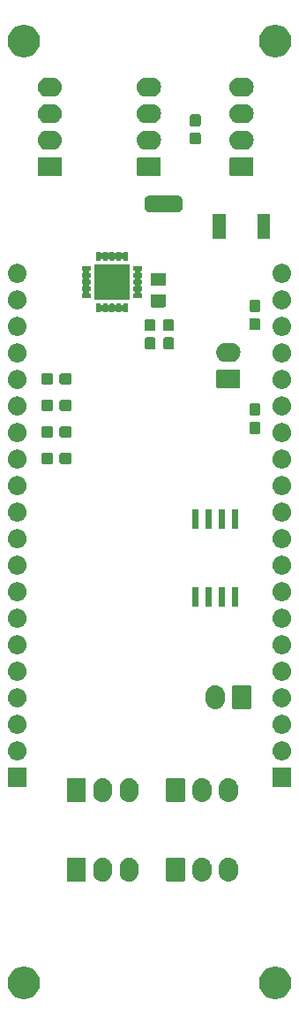
<source format=gbr>
G04 #@! TF.GenerationSoftware,KiCad,Pcbnew,(5.0.1-3-g963ef8bb5)*
G04 #@! TF.CreationDate,2019-03-13T16:51:20+03:00*
G04 #@! TF.ProjectId,sagitta-shield,736167697474612D736869656C642E6B,rev?*
G04 #@! TF.SameCoordinates,Original*
G04 #@! TF.FileFunction,Soldermask,Top*
G04 #@! TF.FilePolarity,Negative*
%FSLAX46Y46*%
G04 Gerber Fmt 4.6, Leading zero omitted, Abs format (unit mm)*
G04 Created by KiCad (PCBNEW (5.0.1-3-g963ef8bb5)) date 2019 March 13, Wednesday 16:51:20*
%MOMM*%
%LPD*%
G01*
G04 APERTURE LIST*
%ADD10C,0.100000*%
G04 APERTURE END LIST*
D10*
G36*
X168550528Y-124649737D02*
X168650411Y-124669605D01*
X168932675Y-124786522D01*
X169186706Y-124956260D01*
X169402742Y-125172296D01*
X169572480Y-125426327D01*
X169689397Y-125708591D01*
X169749001Y-126008241D01*
X169749001Y-126313761D01*
X169689397Y-126613411D01*
X169572480Y-126895675D01*
X169402742Y-127149706D01*
X169186706Y-127365742D01*
X168932675Y-127535480D01*
X168650411Y-127652397D01*
X168550528Y-127672265D01*
X168350763Y-127712001D01*
X168045239Y-127712001D01*
X167845474Y-127672265D01*
X167745591Y-127652397D01*
X167463327Y-127535480D01*
X167209296Y-127365742D01*
X166993260Y-127149706D01*
X166823522Y-126895675D01*
X166706605Y-126613411D01*
X166647001Y-126313761D01*
X166647001Y-126008241D01*
X166706605Y-125708591D01*
X166823522Y-125426327D01*
X166993260Y-125172296D01*
X167209296Y-124956260D01*
X167463327Y-124786522D01*
X167745591Y-124669605D01*
X167845474Y-124649737D01*
X168045239Y-124610001D01*
X168350763Y-124610001D01*
X168550528Y-124649737D01*
X168550528Y-124649737D01*
G37*
G36*
X144420528Y-124649737D02*
X144520411Y-124669605D01*
X144802675Y-124786522D01*
X145056706Y-124956260D01*
X145272742Y-125172296D01*
X145442480Y-125426327D01*
X145559397Y-125708591D01*
X145619001Y-126008241D01*
X145619001Y-126313761D01*
X145559397Y-126613411D01*
X145442480Y-126895675D01*
X145272742Y-127149706D01*
X145056706Y-127365742D01*
X144802675Y-127535480D01*
X144520411Y-127652397D01*
X144420528Y-127672265D01*
X144220763Y-127712001D01*
X143915239Y-127712001D01*
X143715474Y-127672265D01*
X143615591Y-127652397D01*
X143333327Y-127535480D01*
X143079296Y-127365742D01*
X142863260Y-127149706D01*
X142693522Y-126895675D01*
X142576605Y-126613411D01*
X142517001Y-126313761D01*
X142517001Y-126008241D01*
X142576605Y-125708591D01*
X142693522Y-125426327D01*
X142863260Y-125172296D01*
X143079296Y-124956260D01*
X143333327Y-124786522D01*
X143615591Y-124669605D01*
X143715474Y-124649737D01*
X143915239Y-124610001D01*
X144220763Y-124610001D01*
X144420528Y-124649737D01*
X144420528Y-124649737D01*
G37*
G36*
X161343547Y-114178326D02*
X161459286Y-114213435D01*
X161517157Y-114230990D01*
X161538718Y-114242515D01*
X161677155Y-114316511D01*
X161817396Y-114431604D01*
X161932489Y-114571844D01*
X161972298Y-114646321D01*
X162018010Y-114731842D01*
X162035565Y-114789713D01*
X162070674Y-114905452D01*
X162084000Y-115040756D01*
X162084000Y-115591243D01*
X162070674Y-115726548D01*
X162018010Y-115900157D01*
X161932489Y-116060156D01*
X161817396Y-116200396D01*
X161677156Y-116315489D01*
X161658314Y-116325560D01*
X161517158Y-116401010D01*
X161470551Y-116415148D01*
X161343548Y-116453674D01*
X161163000Y-116471456D01*
X160982453Y-116453674D01*
X160855450Y-116415148D01*
X160808843Y-116401010D01*
X160667687Y-116325560D01*
X160648845Y-116315489D01*
X160508605Y-116200396D01*
X160393512Y-116060156D01*
X160353703Y-115985680D01*
X160307990Y-115900158D01*
X160290435Y-115842287D01*
X160255326Y-115726548D01*
X160242000Y-115591244D01*
X160242000Y-115040757D01*
X160255326Y-114905453D01*
X160307990Y-114731844D01*
X160307990Y-114731843D01*
X160339183Y-114673486D01*
X160393511Y-114571845D01*
X160508604Y-114431604D01*
X160648844Y-114316511D01*
X160785685Y-114243368D01*
X160808842Y-114230990D01*
X160866713Y-114213435D01*
X160982452Y-114178326D01*
X161163000Y-114160544D01*
X161343547Y-114178326D01*
X161343547Y-114178326D01*
G37*
G36*
X163883547Y-114178326D02*
X163999286Y-114213435D01*
X164057157Y-114230990D01*
X164078718Y-114242515D01*
X164217155Y-114316511D01*
X164357396Y-114431604D01*
X164472489Y-114571844D01*
X164512298Y-114646321D01*
X164558010Y-114731842D01*
X164575565Y-114789713D01*
X164610674Y-114905452D01*
X164624000Y-115040756D01*
X164624000Y-115591243D01*
X164610674Y-115726548D01*
X164558010Y-115900157D01*
X164472489Y-116060156D01*
X164357396Y-116200396D01*
X164217156Y-116315489D01*
X164198314Y-116325560D01*
X164057158Y-116401010D01*
X164010551Y-116415148D01*
X163883548Y-116453674D01*
X163703000Y-116471456D01*
X163522453Y-116453674D01*
X163395450Y-116415148D01*
X163348843Y-116401010D01*
X163207687Y-116325560D01*
X163188845Y-116315489D01*
X163048605Y-116200396D01*
X162933512Y-116060156D01*
X162893703Y-115985680D01*
X162847990Y-115900158D01*
X162830435Y-115842287D01*
X162795326Y-115726548D01*
X162782000Y-115591244D01*
X162782000Y-115040757D01*
X162795326Y-114905453D01*
X162847990Y-114731844D01*
X162847990Y-114731843D01*
X162879183Y-114673486D01*
X162933511Y-114571845D01*
X163048604Y-114431604D01*
X163188844Y-114316511D01*
X163325685Y-114243368D01*
X163348842Y-114230990D01*
X163406713Y-114213435D01*
X163522452Y-114178326D01*
X163703000Y-114160544D01*
X163883547Y-114178326D01*
X163883547Y-114178326D01*
G37*
G36*
X151818547Y-114178326D02*
X151934286Y-114213435D01*
X151992157Y-114230990D01*
X152013718Y-114242515D01*
X152152155Y-114316511D01*
X152292396Y-114431604D01*
X152407489Y-114571844D01*
X152447298Y-114646321D01*
X152493010Y-114731842D01*
X152510565Y-114789713D01*
X152545674Y-114905452D01*
X152559000Y-115040756D01*
X152559000Y-115591243D01*
X152545674Y-115726548D01*
X152493010Y-115900157D01*
X152407489Y-116060156D01*
X152292396Y-116200396D01*
X152152156Y-116315489D01*
X152133314Y-116325560D01*
X151992158Y-116401010D01*
X151945551Y-116415148D01*
X151818548Y-116453674D01*
X151638000Y-116471456D01*
X151457453Y-116453674D01*
X151330450Y-116415148D01*
X151283843Y-116401010D01*
X151142687Y-116325560D01*
X151123845Y-116315489D01*
X150983605Y-116200396D01*
X150868512Y-116060156D01*
X150828703Y-115985680D01*
X150782990Y-115900158D01*
X150765435Y-115842287D01*
X150730326Y-115726548D01*
X150717000Y-115591244D01*
X150717000Y-115040757D01*
X150730326Y-114905453D01*
X150782990Y-114731844D01*
X150782990Y-114731843D01*
X150814183Y-114673486D01*
X150868511Y-114571845D01*
X150983604Y-114431604D01*
X151123844Y-114316511D01*
X151260685Y-114243368D01*
X151283842Y-114230990D01*
X151341713Y-114213435D01*
X151457452Y-114178326D01*
X151638000Y-114160544D01*
X151818547Y-114178326D01*
X151818547Y-114178326D01*
G37*
G36*
X154358547Y-114178326D02*
X154474286Y-114213435D01*
X154532157Y-114230990D01*
X154553718Y-114242515D01*
X154692155Y-114316511D01*
X154832396Y-114431604D01*
X154947489Y-114571844D01*
X154987298Y-114646321D01*
X155033010Y-114731842D01*
X155050565Y-114789713D01*
X155085674Y-114905452D01*
X155099000Y-115040756D01*
X155099000Y-115591243D01*
X155085674Y-115726548D01*
X155033010Y-115900157D01*
X154947489Y-116060156D01*
X154832396Y-116200396D01*
X154692156Y-116315489D01*
X154673314Y-116325560D01*
X154532158Y-116401010D01*
X154485551Y-116415148D01*
X154358548Y-116453674D01*
X154178000Y-116471456D01*
X153997453Y-116453674D01*
X153870450Y-116415148D01*
X153823843Y-116401010D01*
X153682687Y-116325560D01*
X153663845Y-116315489D01*
X153523605Y-116200396D01*
X153408512Y-116060156D01*
X153368703Y-115985680D01*
X153322990Y-115900158D01*
X153305435Y-115842287D01*
X153270326Y-115726548D01*
X153257000Y-115591244D01*
X153257000Y-115040757D01*
X153270326Y-114905453D01*
X153322990Y-114731844D01*
X153322990Y-114731843D01*
X153354183Y-114673486D01*
X153408511Y-114571845D01*
X153523604Y-114431604D01*
X153663844Y-114316511D01*
X153800685Y-114243368D01*
X153823842Y-114230990D01*
X153881713Y-114213435D01*
X153997452Y-114178326D01*
X154178000Y-114160544D01*
X154358547Y-114178326D01*
X154358547Y-114178326D01*
G37*
G36*
X159402560Y-114168966D02*
X159435383Y-114178923D01*
X159465632Y-114195092D01*
X159492148Y-114216852D01*
X159513908Y-114243368D01*
X159530077Y-114273617D01*
X159540034Y-114306440D01*
X159544000Y-114346712D01*
X159544000Y-116285288D01*
X159540034Y-116325560D01*
X159530077Y-116358383D01*
X159513908Y-116388632D01*
X159492148Y-116415148D01*
X159465632Y-116436908D01*
X159435383Y-116453077D01*
X159402560Y-116463034D01*
X159362288Y-116467000D01*
X157883712Y-116467000D01*
X157843440Y-116463034D01*
X157810617Y-116453077D01*
X157780368Y-116436908D01*
X157753852Y-116415148D01*
X157732092Y-116388632D01*
X157715923Y-116358383D01*
X157705966Y-116325560D01*
X157702000Y-116285288D01*
X157702000Y-114346712D01*
X157705966Y-114306440D01*
X157715923Y-114273617D01*
X157732092Y-114243368D01*
X157753852Y-114216852D01*
X157780368Y-114195092D01*
X157810617Y-114178923D01*
X157843440Y-114168966D01*
X157883712Y-114165000D01*
X159362288Y-114165000D01*
X159402560Y-114168966D01*
X159402560Y-114168966D01*
G37*
G36*
X149877560Y-114168966D02*
X149910383Y-114178923D01*
X149940632Y-114195092D01*
X149967148Y-114216852D01*
X149988908Y-114243368D01*
X150005077Y-114273617D01*
X150015034Y-114306440D01*
X150019000Y-114346712D01*
X150019000Y-116285288D01*
X150015034Y-116325560D01*
X150005077Y-116358383D01*
X149988908Y-116388632D01*
X149967148Y-116415148D01*
X149940632Y-116436908D01*
X149910383Y-116453077D01*
X149877560Y-116463034D01*
X149837288Y-116467000D01*
X148358712Y-116467000D01*
X148318440Y-116463034D01*
X148285617Y-116453077D01*
X148255368Y-116436908D01*
X148228852Y-116415148D01*
X148207092Y-116388632D01*
X148190923Y-116358383D01*
X148180966Y-116325560D01*
X148177000Y-116285288D01*
X148177000Y-114346712D01*
X148180966Y-114306440D01*
X148190923Y-114273617D01*
X148207092Y-114243368D01*
X148228852Y-114216852D01*
X148255368Y-114195092D01*
X148285617Y-114178923D01*
X148318440Y-114168966D01*
X148358712Y-114165000D01*
X149837288Y-114165000D01*
X149877560Y-114168966D01*
X149877560Y-114168966D01*
G37*
G36*
X151818547Y-106558326D02*
X151934286Y-106593435D01*
X151992157Y-106610990D01*
X152013718Y-106622515D01*
X152152155Y-106696511D01*
X152292396Y-106811604D01*
X152407489Y-106951844D01*
X152447298Y-107026321D01*
X152493010Y-107111842D01*
X152510565Y-107169713D01*
X152545674Y-107285452D01*
X152559000Y-107420756D01*
X152559000Y-107971243D01*
X152545674Y-108106548D01*
X152493010Y-108280157D01*
X152407489Y-108440156D01*
X152292396Y-108580396D01*
X152152156Y-108695489D01*
X152133314Y-108705560D01*
X151992158Y-108781010D01*
X151945551Y-108795148D01*
X151818548Y-108833674D01*
X151638000Y-108851456D01*
X151457453Y-108833674D01*
X151330450Y-108795148D01*
X151283843Y-108781010D01*
X151142687Y-108705560D01*
X151123845Y-108695489D01*
X150983605Y-108580396D01*
X150868512Y-108440156D01*
X150828703Y-108365680D01*
X150782990Y-108280158D01*
X150765435Y-108222287D01*
X150730326Y-108106548D01*
X150717000Y-107971244D01*
X150717000Y-107420757D01*
X150730326Y-107285453D01*
X150782990Y-107111844D01*
X150782990Y-107111843D01*
X150814183Y-107053486D01*
X150868511Y-106951845D01*
X150983604Y-106811604D01*
X151123844Y-106696511D01*
X151260685Y-106623368D01*
X151283842Y-106610990D01*
X151341713Y-106593435D01*
X151457452Y-106558326D01*
X151638000Y-106540544D01*
X151818547Y-106558326D01*
X151818547Y-106558326D01*
G37*
G36*
X154358547Y-106558326D02*
X154474286Y-106593435D01*
X154532157Y-106610990D01*
X154553718Y-106622515D01*
X154692155Y-106696511D01*
X154832396Y-106811604D01*
X154947489Y-106951844D01*
X154987298Y-107026321D01*
X155033010Y-107111842D01*
X155050565Y-107169713D01*
X155085674Y-107285452D01*
X155099000Y-107420756D01*
X155099000Y-107971243D01*
X155085674Y-108106548D01*
X155033010Y-108280157D01*
X154947489Y-108440156D01*
X154832396Y-108580396D01*
X154692156Y-108695489D01*
X154673314Y-108705560D01*
X154532158Y-108781010D01*
X154485551Y-108795148D01*
X154358548Y-108833674D01*
X154178000Y-108851456D01*
X153997453Y-108833674D01*
X153870450Y-108795148D01*
X153823843Y-108781010D01*
X153682687Y-108705560D01*
X153663845Y-108695489D01*
X153523605Y-108580396D01*
X153408512Y-108440156D01*
X153368703Y-108365680D01*
X153322990Y-108280158D01*
X153305435Y-108222287D01*
X153270326Y-108106548D01*
X153257000Y-107971244D01*
X153257000Y-107420757D01*
X153270326Y-107285453D01*
X153322990Y-107111844D01*
X153322990Y-107111843D01*
X153354183Y-107053486D01*
X153408511Y-106951845D01*
X153523604Y-106811604D01*
X153663844Y-106696511D01*
X153800685Y-106623368D01*
X153823842Y-106610990D01*
X153881713Y-106593435D01*
X153997452Y-106558326D01*
X154178000Y-106540544D01*
X154358547Y-106558326D01*
X154358547Y-106558326D01*
G37*
G36*
X163883547Y-106558326D02*
X163999286Y-106593435D01*
X164057157Y-106610990D01*
X164078718Y-106622515D01*
X164217155Y-106696511D01*
X164357396Y-106811604D01*
X164472489Y-106951844D01*
X164512298Y-107026321D01*
X164558010Y-107111842D01*
X164575565Y-107169713D01*
X164610674Y-107285452D01*
X164624000Y-107420756D01*
X164624000Y-107971243D01*
X164610674Y-108106548D01*
X164558010Y-108280157D01*
X164472489Y-108440156D01*
X164357396Y-108580396D01*
X164217156Y-108695489D01*
X164198314Y-108705560D01*
X164057158Y-108781010D01*
X164010551Y-108795148D01*
X163883548Y-108833674D01*
X163703000Y-108851456D01*
X163522453Y-108833674D01*
X163395450Y-108795148D01*
X163348843Y-108781010D01*
X163207687Y-108705560D01*
X163188845Y-108695489D01*
X163048605Y-108580396D01*
X162933512Y-108440156D01*
X162893703Y-108365680D01*
X162847990Y-108280158D01*
X162830435Y-108222287D01*
X162795326Y-108106548D01*
X162782000Y-107971244D01*
X162782000Y-107420757D01*
X162795326Y-107285453D01*
X162847990Y-107111844D01*
X162847990Y-107111843D01*
X162879183Y-107053486D01*
X162933511Y-106951845D01*
X163048604Y-106811604D01*
X163188844Y-106696511D01*
X163325685Y-106623368D01*
X163348842Y-106610990D01*
X163406713Y-106593435D01*
X163522452Y-106558326D01*
X163703000Y-106540544D01*
X163883547Y-106558326D01*
X163883547Y-106558326D01*
G37*
G36*
X161343547Y-106558326D02*
X161459286Y-106593435D01*
X161517157Y-106610990D01*
X161538718Y-106622515D01*
X161677155Y-106696511D01*
X161817396Y-106811604D01*
X161932489Y-106951844D01*
X161972298Y-107026321D01*
X162018010Y-107111842D01*
X162035565Y-107169713D01*
X162070674Y-107285452D01*
X162084000Y-107420756D01*
X162084000Y-107971243D01*
X162070674Y-108106548D01*
X162018010Y-108280157D01*
X161932489Y-108440156D01*
X161817396Y-108580396D01*
X161677156Y-108695489D01*
X161658314Y-108705560D01*
X161517158Y-108781010D01*
X161470551Y-108795148D01*
X161343548Y-108833674D01*
X161163000Y-108851456D01*
X160982453Y-108833674D01*
X160855450Y-108795148D01*
X160808843Y-108781010D01*
X160667687Y-108705560D01*
X160648845Y-108695489D01*
X160508605Y-108580396D01*
X160393512Y-108440156D01*
X160353703Y-108365680D01*
X160307990Y-108280158D01*
X160290435Y-108222287D01*
X160255326Y-108106548D01*
X160242000Y-107971244D01*
X160242000Y-107420757D01*
X160255326Y-107285453D01*
X160307990Y-107111844D01*
X160307990Y-107111843D01*
X160339183Y-107053486D01*
X160393511Y-106951845D01*
X160508604Y-106811604D01*
X160648844Y-106696511D01*
X160785685Y-106623368D01*
X160808842Y-106610990D01*
X160866713Y-106593435D01*
X160982452Y-106558326D01*
X161163000Y-106540544D01*
X161343547Y-106558326D01*
X161343547Y-106558326D01*
G37*
G36*
X159402560Y-106548966D02*
X159435383Y-106558923D01*
X159465632Y-106575092D01*
X159492148Y-106596852D01*
X159513908Y-106623368D01*
X159530077Y-106653617D01*
X159540034Y-106686440D01*
X159544000Y-106726712D01*
X159544000Y-108665288D01*
X159540034Y-108705560D01*
X159530077Y-108738383D01*
X159513908Y-108768632D01*
X159492148Y-108795148D01*
X159465632Y-108816908D01*
X159435383Y-108833077D01*
X159402560Y-108843034D01*
X159362288Y-108847000D01*
X157883712Y-108847000D01*
X157843440Y-108843034D01*
X157810617Y-108833077D01*
X157780368Y-108816908D01*
X157753852Y-108795148D01*
X157732092Y-108768632D01*
X157715923Y-108738383D01*
X157705966Y-108705560D01*
X157702000Y-108665288D01*
X157702000Y-106726712D01*
X157705966Y-106686440D01*
X157715923Y-106653617D01*
X157732092Y-106623368D01*
X157753852Y-106596852D01*
X157780368Y-106575092D01*
X157810617Y-106558923D01*
X157843440Y-106548966D01*
X157883712Y-106545000D01*
X159362288Y-106545000D01*
X159402560Y-106548966D01*
X159402560Y-106548966D01*
G37*
G36*
X149877560Y-106548966D02*
X149910383Y-106558923D01*
X149940632Y-106575092D01*
X149967148Y-106596852D01*
X149988908Y-106623368D01*
X150005077Y-106653617D01*
X150015034Y-106686440D01*
X150019000Y-106726712D01*
X150019000Y-108665288D01*
X150015034Y-108705560D01*
X150005077Y-108738383D01*
X149988908Y-108768632D01*
X149967148Y-108795148D01*
X149940632Y-108816908D01*
X149910383Y-108833077D01*
X149877560Y-108843034D01*
X149837288Y-108847000D01*
X148358712Y-108847000D01*
X148318440Y-108843034D01*
X148285617Y-108833077D01*
X148255368Y-108816908D01*
X148228852Y-108795148D01*
X148207092Y-108768632D01*
X148190923Y-108738383D01*
X148180966Y-108705560D01*
X148177000Y-108665288D01*
X148177000Y-106726712D01*
X148180966Y-106686440D01*
X148190923Y-106653617D01*
X148207092Y-106623368D01*
X148228852Y-106596852D01*
X148255368Y-106575092D01*
X148285617Y-106558923D01*
X148318440Y-106548966D01*
X148358712Y-106545000D01*
X149837288Y-106545000D01*
X149877560Y-106548966D01*
X149877560Y-106548966D01*
G37*
G36*
X169740071Y-107375093D02*
X167938071Y-107375093D01*
X167938071Y-105573093D01*
X169740071Y-105573093D01*
X169740071Y-107375093D01*
X169740071Y-107375093D01*
G37*
G36*
X144340071Y-107375093D02*
X142538071Y-107375093D01*
X142538071Y-105573093D01*
X144340071Y-105573093D01*
X144340071Y-107375093D01*
X144340071Y-107375093D01*
G37*
G36*
X168949513Y-103039611D02*
X169015698Y-103046130D01*
X169128924Y-103080477D01*
X169185538Y-103097650D01*
X169324158Y-103171745D01*
X169342062Y-103181315D01*
X169377800Y-103210645D01*
X169479257Y-103293907D01*
X169562519Y-103395364D01*
X169591849Y-103431102D01*
X169591850Y-103431104D01*
X169675514Y-103587626D01*
X169675514Y-103587627D01*
X169727034Y-103757466D01*
X169744430Y-103934093D01*
X169727034Y-104110720D01*
X169692687Y-104223946D01*
X169675514Y-104280560D01*
X169601419Y-104419180D01*
X169591849Y-104437084D01*
X169562519Y-104472822D01*
X169479257Y-104574279D01*
X169377800Y-104657541D01*
X169342062Y-104686871D01*
X169342060Y-104686872D01*
X169185538Y-104770536D01*
X169128924Y-104787709D01*
X169015698Y-104822056D01*
X168949513Y-104828575D01*
X168883331Y-104835093D01*
X168794811Y-104835093D01*
X168728629Y-104828575D01*
X168662444Y-104822056D01*
X168549218Y-104787709D01*
X168492604Y-104770536D01*
X168336082Y-104686872D01*
X168336080Y-104686871D01*
X168300342Y-104657541D01*
X168198885Y-104574279D01*
X168115623Y-104472822D01*
X168086293Y-104437084D01*
X168076723Y-104419180D01*
X168002628Y-104280560D01*
X167985455Y-104223946D01*
X167951108Y-104110720D01*
X167933712Y-103934093D01*
X167951108Y-103757466D01*
X168002628Y-103587627D01*
X168002628Y-103587626D01*
X168086292Y-103431104D01*
X168086293Y-103431102D01*
X168115623Y-103395364D01*
X168198885Y-103293907D01*
X168300342Y-103210645D01*
X168336080Y-103181315D01*
X168353984Y-103171745D01*
X168492604Y-103097650D01*
X168549218Y-103080477D01*
X168662444Y-103046130D01*
X168728629Y-103039611D01*
X168794811Y-103033093D01*
X168883331Y-103033093D01*
X168949513Y-103039611D01*
X168949513Y-103039611D01*
G37*
G36*
X143549513Y-103039611D02*
X143615698Y-103046130D01*
X143728924Y-103080477D01*
X143785538Y-103097650D01*
X143924158Y-103171745D01*
X143942062Y-103181315D01*
X143977800Y-103210645D01*
X144079257Y-103293907D01*
X144162519Y-103395364D01*
X144191849Y-103431102D01*
X144191850Y-103431104D01*
X144275514Y-103587626D01*
X144275514Y-103587627D01*
X144327034Y-103757466D01*
X144344430Y-103934093D01*
X144327034Y-104110720D01*
X144292687Y-104223946D01*
X144275514Y-104280560D01*
X144201419Y-104419180D01*
X144191849Y-104437084D01*
X144162519Y-104472822D01*
X144079257Y-104574279D01*
X143977800Y-104657541D01*
X143942062Y-104686871D01*
X143942060Y-104686872D01*
X143785538Y-104770536D01*
X143728924Y-104787709D01*
X143615698Y-104822056D01*
X143549513Y-104828575D01*
X143483331Y-104835093D01*
X143394811Y-104835093D01*
X143328629Y-104828575D01*
X143262444Y-104822056D01*
X143149218Y-104787709D01*
X143092604Y-104770536D01*
X142936082Y-104686872D01*
X142936080Y-104686871D01*
X142900342Y-104657541D01*
X142798885Y-104574279D01*
X142715623Y-104472822D01*
X142686293Y-104437084D01*
X142676723Y-104419180D01*
X142602628Y-104280560D01*
X142585455Y-104223946D01*
X142551108Y-104110720D01*
X142533712Y-103934093D01*
X142551108Y-103757466D01*
X142602628Y-103587627D01*
X142602628Y-103587626D01*
X142686292Y-103431104D01*
X142686293Y-103431102D01*
X142715623Y-103395364D01*
X142798885Y-103293907D01*
X142900342Y-103210645D01*
X142936080Y-103181315D01*
X142953984Y-103171745D01*
X143092604Y-103097650D01*
X143149218Y-103080477D01*
X143262444Y-103046130D01*
X143328629Y-103039611D01*
X143394811Y-103033093D01*
X143483331Y-103033093D01*
X143549513Y-103039611D01*
X143549513Y-103039611D01*
G37*
G36*
X143549514Y-100499612D02*
X143615698Y-100506130D01*
X143728924Y-100540477D01*
X143785538Y-100557650D01*
X143924158Y-100631745D01*
X143942062Y-100641315D01*
X143977800Y-100670645D01*
X144079257Y-100753907D01*
X144162519Y-100855364D01*
X144191849Y-100891102D01*
X144191850Y-100891104D01*
X144275514Y-101047626D01*
X144275514Y-101047627D01*
X144327034Y-101217466D01*
X144344430Y-101394093D01*
X144327034Y-101570720D01*
X144292687Y-101683946D01*
X144275514Y-101740560D01*
X144201419Y-101879180D01*
X144191849Y-101897084D01*
X144162519Y-101932822D01*
X144079257Y-102034279D01*
X143977800Y-102117541D01*
X143942062Y-102146871D01*
X143942060Y-102146872D01*
X143785538Y-102230536D01*
X143728924Y-102247709D01*
X143615698Y-102282056D01*
X143549513Y-102288575D01*
X143483331Y-102295093D01*
X143394811Y-102295093D01*
X143328629Y-102288575D01*
X143262444Y-102282056D01*
X143149218Y-102247709D01*
X143092604Y-102230536D01*
X142936082Y-102146872D01*
X142936080Y-102146871D01*
X142900342Y-102117541D01*
X142798885Y-102034279D01*
X142715623Y-101932822D01*
X142686293Y-101897084D01*
X142676723Y-101879180D01*
X142602628Y-101740560D01*
X142585455Y-101683946D01*
X142551108Y-101570720D01*
X142533712Y-101394093D01*
X142551108Y-101217466D01*
X142602628Y-101047627D01*
X142602628Y-101047626D01*
X142686292Y-100891104D01*
X142686293Y-100891102D01*
X142715623Y-100855364D01*
X142798885Y-100753907D01*
X142900342Y-100670645D01*
X142936080Y-100641315D01*
X142953984Y-100631745D01*
X143092604Y-100557650D01*
X143149218Y-100540477D01*
X143262444Y-100506130D01*
X143328628Y-100499612D01*
X143394811Y-100493093D01*
X143483331Y-100493093D01*
X143549514Y-100499612D01*
X143549514Y-100499612D01*
G37*
G36*
X168949514Y-100499612D02*
X169015698Y-100506130D01*
X169128924Y-100540477D01*
X169185538Y-100557650D01*
X169324158Y-100631745D01*
X169342062Y-100641315D01*
X169377800Y-100670645D01*
X169479257Y-100753907D01*
X169562519Y-100855364D01*
X169591849Y-100891102D01*
X169591850Y-100891104D01*
X169675514Y-101047626D01*
X169675514Y-101047627D01*
X169727034Y-101217466D01*
X169744430Y-101394093D01*
X169727034Y-101570720D01*
X169692687Y-101683946D01*
X169675514Y-101740560D01*
X169601419Y-101879180D01*
X169591849Y-101897084D01*
X169562519Y-101932822D01*
X169479257Y-102034279D01*
X169377800Y-102117541D01*
X169342062Y-102146871D01*
X169342060Y-102146872D01*
X169185538Y-102230536D01*
X169128924Y-102247709D01*
X169015698Y-102282056D01*
X168949513Y-102288575D01*
X168883331Y-102295093D01*
X168794811Y-102295093D01*
X168728629Y-102288575D01*
X168662444Y-102282056D01*
X168549218Y-102247709D01*
X168492604Y-102230536D01*
X168336082Y-102146872D01*
X168336080Y-102146871D01*
X168300342Y-102117541D01*
X168198885Y-102034279D01*
X168115623Y-101932822D01*
X168086293Y-101897084D01*
X168076723Y-101879180D01*
X168002628Y-101740560D01*
X167985455Y-101683946D01*
X167951108Y-101570720D01*
X167933712Y-101394093D01*
X167951108Y-101217466D01*
X168002628Y-101047627D01*
X168002628Y-101047626D01*
X168086292Y-100891104D01*
X168086293Y-100891102D01*
X168115623Y-100855364D01*
X168198885Y-100753907D01*
X168300342Y-100670645D01*
X168336080Y-100641315D01*
X168353984Y-100631745D01*
X168492604Y-100557650D01*
X168549218Y-100540477D01*
X168662444Y-100506130D01*
X168728628Y-100499612D01*
X168794811Y-100493093D01*
X168883331Y-100493093D01*
X168949514Y-100499612D01*
X168949514Y-100499612D01*
G37*
G36*
X162613548Y-97668326D02*
X162729287Y-97703435D01*
X162787158Y-97720990D01*
X162810315Y-97733368D01*
X162947156Y-97806511D01*
X163087396Y-97921604D01*
X163202489Y-98061844D01*
X163288010Y-98221843D01*
X163340674Y-98395452D01*
X163354000Y-98530757D01*
X163354000Y-99081244D01*
X163340674Y-99216548D01*
X163305565Y-99332287D01*
X163288010Y-99390158D01*
X163242298Y-99475679D01*
X163202489Y-99550156D01*
X163087396Y-99690396D01*
X162947155Y-99805489D01*
X162845514Y-99859817D01*
X162787157Y-99891010D01*
X162740550Y-99905148D01*
X162613547Y-99943674D01*
X162433000Y-99961456D01*
X162252452Y-99943674D01*
X162125449Y-99905148D01*
X162078842Y-99891010D01*
X161937686Y-99815560D01*
X161918844Y-99805489D01*
X161778604Y-99690396D01*
X161663511Y-99550155D01*
X161577991Y-99390158D01*
X161577990Y-99390157D01*
X161560435Y-99332286D01*
X161525326Y-99216547D01*
X161512000Y-99081243D01*
X161512000Y-98530756D01*
X161525326Y-98395452D01*
X161577990Y-98221843D01*
X161577990Y-98221842D01*
X161663513Y-98061843D01*
X161699782Y-98017650D01*
X161778605Y-97921604D01*
X161918845Y-97806511D01*
X162055686Y-97733368D01*
X162078843Y-97720990D01*
X162136714Y-97703435D01*
X162252453Y-97668326D01*
X162433000Y-97650544D01*
X162613548Y-97668326D01*
X162613548Y-97668326D01*
G37*
G36*
X165752560Y-97658966D02*
X165785383Y-97668923D01*
X165815632Y-97685092D01*
X165842148Y-97706852D01*
X165863908Y-97733368D01*
X165880077Y-97763617D01*
X165890034Y-97796440D01*
X165894000Y-97836712D01*
X165894000Y-99775288D01*
X165890034Y-99815560D01*
X165880077Y-99848383D01*
X165863908Y-99878632D01*
X165842148Y-99905148D01*
X165815632Y-99926908D01*
X165785383Y-99943077D01*
X165752560Y-99953034D01*
X165712288Y-99957000D01*
X164233712Y-99957000D01*
X164193440Y-99953034D01*
X164160617Y-99943077D01*
X164130368Y-99926908D01*
X164103852Y-99905148D01*
X164082092Y-99878632D01*
X164065923Y-99848383D01*
X164055966Y-99815560D01*
X164052000Y-99775288D01*
X164052000Y-97836712D01*
X164055966Y-97796440D01*
X164065923Y-97763617D01*
X164082092Y-97733368D01*
X164103852Y-97706852D01*
X164130368Y-97685092D01*
X164160617Y-97668923D01*
X164193440Y-97658966D01*
X164233712Y-97655000D01*
X165712288Y-97655000D01*
X165752560Y-97658966D01*
X165752560Y-97658966D01*
G37*
G36*
X143549513Y-97959611D02*
X143615698Y-97966130D01*
X143728924Y-98000477D01*
X143785538Y-98017650D01*
X143868216Y-98061843D01*
X143942062Y-98101315D01*
X143977800Y-98130645D01*
X144079257Y-98213907D01*
X144162519Y-98315364D01*
X144191849Y-98351102D01*
X144191850Y-98351104D01*
X144275514Y-98507626D01*
X144292687Y-98564240D01*
X144327034Y-98677466D01*
X144344430Y-98854093D01*
X144327034Y-99030720D01*
X144311707Y-99081245D01*
X144275514Y-99200560D01*
X144266968Y-99216548D01*
X144191849Y-99357084D01*
X144164707Y-99390156D01*
X144079257Y-99494279D01*
X144011168Y-99550157D01*
X143942062Y-99606871D01*
X143942060Y-99606872D01*
X143785538Y-99690536D01*
X143728924Y-99707709D01*
X143615698Y-99742056D01*
X143549514Y-99748574D01*
X143483331Y-99755093D01*
X143394811Y-99755093D01*
X143328628Y-99748574D01*
X143262444Y-99742056D01*
X143149218Y-99707709D01*
X143092604Y-99690536D01*
X142936082Y-99606872D01*
X142936080Y-99606871D01*
X142866974Y-99550157D01*
X142798885Y-99494279D01*
X142713435Y-99390156D01*
X142686293Y-99357084D01*
X142611174Y-99216548D01*
X142602628Y-99200560D01*
X142566435Y-99081245D01*
X142551108Y-99030720D01*
X142533712Y-98854093D01*
X142551108Y-98677466D01*
X142585455Y-98564240D01*
X142602628Y-98507626D01*
X142686292Y-98351104D01*
X142686293Y-98351102D01*
X142715623Y-98315364D01*
X142798885Y-98213907D01*
X142900342Y-98130645D01*
X142936080Y-98101315D01*
X143009926Y-98061843D01*
X143092604Y-98017650D01*
X143149218Y-98000477D01*
X143262444Y-97966130D01*
X143328629Y-97959611D01*
X143394811Y-97953093D01*
X143483331Y-97953093D01*
X143549513Y-97959611D01*
X143549513Y-97959611D01*
G37*
G36*
X168949513Y-97959611D02*
X169015698Y-97966130D01*
X169128924Y-98000477D01*
X169185538Y-98017650D01*
X169268216Y-98061843D01*
X169342062Y-98101315D01*
X169377800Y-98130645D01*
X169479257Y-98213907D01*
X169562519Y-98315364D01*
X169591849Y-98351102D01*
X169591850Y-98351104D01*
X169675514Y-98507626D01*
X169692687Y-98564240D01*
X169727034Y-98677466D01*
X169744430Y-98854093D01*
X169727034Y-99030720D01*
X169711707Y-99081245D01*
X169675514Y-99200560D01*
X169666968Y-99216548D01*
X169591849Y-99357084D01*
X169564707Y-99390156D01*
X169479257Y-99494279D01*
X169411168Y-99550157D01*
X169342062Y-99606871D01*
X169342060Y-99606872D01*
X169185538Y-99690536D01*
X169128924Y-99707709D01*
X169015698Y-99742056D01*
X168949514Y-99748574D01*
X168883331Y-99755093D01*
X168794811Y-99755093D01*
X168728628Y-99748574D01*
X168662444Y-99742056D01*
X168549218Y-99707709D01*
X168492604Y-99690536D01*
X168336082Y-99606872D01*
X168336080Y-99606871D01*
X168266974Y-99550157D01*
X168198885Y-99494279D01*
X168113435Y-99390156D01*
X168086293Y-99357084D01*
X168011174Y-99216548D01*
X168002628Y-99200560D01*
X167966435Y-99081245D01*
X167951108Y-99030720D01*
X167933712Y-98854093D01*
X167951108Y-98677466D01*
X167985455Y-98564240D01*
X168002628Y-98507626D01*
X168086292Y-98351104D01*
X168086293Y-98351102D01*
X168115623Y-98315364D01*
X168198885Y-98213907D01*
X168300342Y-98130645D01*
X168336080Y-98101315D01*
X168409926Y-98061843D01*
X168492604Y-98017650D01*
X168549218Y-98000477D01*
X168662444Y-97966130D01*
X168728629Y-97959611D01*
X168794811Y-97953093D01*
X168883331Y-97953093D01*
X168949513Y-97959611D01*
X168949513Y-97959611D01*
G37*
G36*
X143549513Y-95419611D02*
X143615698Y-95426130D01*
X143728924Y-95460477D01*
X143785538Y-95477650D01*
X143924158Y-95551745D01*
X143942062Y-95561315D01*
X143977800Y-95590645D01*
X144079257Y-95673907D01*
X144162519Y-95775364D01*
X144191849Y-95811102D01*
X144191850Y-95811104D01*
X144275514Y-95967626D01*
X144275514Y-95967627D01*
X144327034Y-96137466D01*
X144344430Y-96314093D01*
X144327034Y-96490720D01*
X144292687Y-96603946D01*
X144275514Y-96660560D01*
X144201419Y-96799180D01*
X144191849Y-96817084D01*
X144162519Y-96852822D01*
X144079257Y-96954279D01*
X143977800Y-97037541D01*
X143942062Y-97066871D01*
X143942060Y-97066872D01*
X143785538Y-97150536D01*
X143728924Y-97167709D01*
X143615698Y-97202056D01*
X143549513Y-97208575D01*
X143483331Y-97215093D01*
X143394811Y-97215093D01*
X143328629Y-97208575D01*
X143262444Y-97202056D01*
X143149218Y-97167709D01*
X143092604Y-97150536D01*
X142936082Y-97066872D01*
X142936080Y-97066871D01*
X142900342Y-97037541D01*
X142798885Y-96954279D01*
X142715623Y-96852822D01*
X142686293Y-96817084D01*
X142676723Y-96799180D01*
X142602628Y-96660560D01*
X142585455Y-96603946D01*
X142551108Y-96490720D01*
X142533712Y-96314093D01*
X142551108Y-96137466D01*
X142602628Y-95967627D01*
X142602628Y-95967626D01*
X142686292Y-95811104D01*
X142686293Y-95811102D01*
X142715623Y-95775364D01*
X142798885Y-95673907D01*
X142900342Y-95590645D01*
X142936080Y-95561315D01*
X142953984Y-95551745D01*
X143092604Y-95477650D01*
X143149218Y-95460477D01*
X143262444Y-95426130D01*
X143328629Y-95419611D01*
X143394811Y-95413093D01*
X143483331Y-95413093D01*
X143549513Y-95419611D01*
X143549513Y-95419611D01*
G37*
G36*
X168949513Y-95419611D02*
X169015698Y-95426130D01*
X169128924Y-95460477D01*
X169185538Y-95477650D01*
X169324158Y-95551745D01*
X169342062Y-95561315D01*
X169377800Y-95590645D01*
X169479257Y-95673907D01*
X169562519Y-95775364D01*
X169591849Y-95811102D01*
X169591850Y-95811104D01*
X169675514Y-95967626D01*
X169675514Y-95967627D01*
X169727034Y-96137466D01*
X169744430Y-96314093D01*
X169727034Y-96490720D01*
X169692687Y-96603946D01*
X169675514Y-96660560D01*
X169601419Y-96799180D01*
X169591849Y-96817084D01*
X169562519Y-96852822D01*
X169479257Y-96954279D01*
X169377800Y-97037541D01*
X169342062Y-97066871D01*
X169342060Y-97066872D01*
X169185538Y-97150536D01*
X169128924Y-97167709D01*
X169015698Y-97202056D01*
X168949513Y-97208575D01*
X168883331Y-97215093D01*
X168794811Y-97215093D01*
X168728629Y-97208575D01*
X168662444Y-97202056D01*
X168549218Y-97167709D01*
X168492604Y-97150536D01*
X168336082Y-97066872D01*
X168336080Y-97066871D01*
X168300342Y-97037541D01*
X168198885Y-96954279D01*
X168115623Y-96852822D01*
X168086293Y-96817084D01*
X168076723Y-96799180D01*
X168002628Y-96660560D01*
X167985455Y-96603946D01*
X167951108Y-96490720D01*
X167933712Y-96314093D01*
X167951108Y-96137466D01*
X168002628Y-95967627D01*
X168002628Y-95967626D01*
X168086292Y-95811104D01*
X168086293Y-95811102D01*
X168115623Y-95775364D01*
X168198885Y-95673907D01*
X168300342Y-95590645D01*
X168336080Y-95561315D01*
X168353984Y-95551745D01*
X168492604Y-95477650D01*
X168549218Y-95460477D01*
X168662444Y-95426130D01*
X168728629Y-95419611D01*
X168794811Y-95413093D01*
X168883331Y-95413093D01*
X168949513Y-95419611D01*
X168949513Y-95419611D01*
G37*
G36*
X168949514Y-92879612D02*
X169015698Y-92886130D01*
X169128924Y-92920477D01*
X169185538Y-92937650D01*
X169324158Y-93011745D01*
X169342062Y-93021315D01*
X169377800Y-93050645D01*
X169479257Y-93133907D01*
X169562519Y-93235364D01*
X169591849Y-93271102D01*
X169591850Y-93271104D01*
X169675514Y-93427626D01*
X169675514Y-93427627D01*
X169727034Y-93597466D01*
X169744430Y-93774093D01*
X169727034Y-93950720D01*
X169692687Y-94063946D01*
X169675514Y-94120560D01*
X169601419Y-94259180D01*
X169591849Y-94277084D01*
X169562519Y-94312822D01*
X169479257Y-94414279D01*
X169377800Y-94497541D01*
X169342062Y-94526871D01*
X169342060Y-94526872D01*
X169185538Y-94610536D01*
X169128924Y-94627709D01*
X169015698Y-94662056D01*
X168949514Y-94668574D01*
X168883331Y-94675093D01*
X168794811Y-94675093D01*
X168728629Y-94668575D01*
X168662444Y-94662056D01*
X168549218Y-94627709D01*
X168492604Y-94610536D01*
X168336082Y-94526872D01*
X168336080Y-94526871D01*
X168300342Y-94497541D01*
X168198885Y-94414279D01*
X168115623Y-94312822D01*
X168086293Y-94277084D01*
X168076723Y-94259180D01*
X168002628Y-94120560D01*
X167985455Y-94063946D01*
X167951108Y-93950720D01*
X167933712Y-93774093D01*
X167951108Y-93597466D01*
X168002628Y-93427627D01*
X168002628Y-93427626D01*
X168086292Y-93271104D01*
X168086293Y-93271102D01*
X168115623Y-93235364D01*
X168198885Y-93133907D01*
X168300342Y-93050645D01*
X168336080Y-93021315D01*
X168353984Y-93011745D01*
X168492604Y-92937650D01*
X168549218Y-92920477D01*
X168662444Y-92886130D01*
X168728628Y-92879612D01*
X168794811Y-92873093D01*
X168883331Y-92873093D01*
X168949514Y-92879612D01*
X168949514Y-92879612D01*
G37*
G36*
X143549514Y-92879612D02*
X143615698Y-92886130D01*
X143728924Y-92920477D01*
X143785538Y-92937650D01*
X143924158Y-93011745D01*
X143942062Y-93021315D01*
X143977800Y-93050645D01*
X144079257Y-93133907D01*
X144162519Y-93235364D01*
X144191849Y-93271102D01*
X144191850Y-93271104D01*
X144275514Y-93427626D01*
X144275514Y-93427627D01*
X144327034Y-93597466D01*
X144344430Y-93774093D01*
X144327034Y-93950720D01*
X144292687Y-94063946D01*
X144275514Y-94120560D01*
X144201419Y-94259180D01*
X144191849Y-94277084D01*
X144162519Y-94312822D01*
X144079257Y-94414279D01*
X143977800Y-94497541D01*
X143942062Y-94526871D01*
X143942060Y-94526872D01*
X143785538Y-94610536D01*
X143728924Y-94627709D01*
X143615698Y-94662056D01*
X143549514Y-94668574D01*
X143483331Y-94675093D01*
X143394811Y-94675093D01*
X143328629Y-94668575D01*
X143262444Y-94662056D01*
X143149218Y-94627709D01*
X143092604Y-94610536D01*
X142936082Y-94526872D01*
X142936080Y-94526871D01*
X142900342Y-94497541D01*
X142798885Y-94414279D01*
X142715623Y-94312822D01*
X142686293Y-94277084D01*
X142676723Y-94259180D01*
X142602628Y-94120560D01*
X142585455Y-94063946D01*
X142551108Y-93950720D01*
X142533712Y-93774093D01*
X142551108Y-93597466D01*
X142602628Y-93427627D01*
X142602628Y-93427626D01*
X142686292Y-93271104D01*
X142686293Y-93271102D01*
X142715623Y-93235364D01*
X142798885Y-93133907D01*
X142900342Y-93050645D01*
X142936080Y-93021315D01*
X142953984Y-93011745D01*
X143092604Y-92937650D01*
X143149218Y-92920477D01*
X143262444Y-92886130D01*
X143328628Y-92879612D01*
X143394811Y-92873093D01*
X143483331Y-92873093D01*
X143549514Y-92879612D01*
X143549514Y-92879612D01*
G37*
G36*
X143549513Y-90339611D02*
X143615698Y-90346130D01*
X143728924Y-90380477D01*
X143785538Y-90397650D01*
X143924158Y-90471745D01*
X143942062Y-90481315D01*
X143977800Y-90510645D01*
X144079257Y-90593907D01*
X144162519Y-90695364D01*
X144191849Y-90731102D01*
X144191850Y-90731104D01*
X144275514Y-90887626D01*
X144275514Y-90887627D01*
X144327034Y-91057466D01*
X144344430Y-91234093D01*
X144327034Y-91410720D01*
X144292687Y-91523946D01*
X144275514Y-91580560D01*
X144201419Y-91719180D01*
X144191849Y-91737084D01*
X144162519Y-91772822D01*
X144079257Y-91874279D01*
X143977800Y-91957541D01*
X143942062Y-91986871D01*
X143942060Y-91986872D01*
X143785538Y-92070536D01*
X143728924Y-92087709D01*
X143615698Y-92122056D01*
X143549514Y-92128574D01*
X143483331Y-92135093D01*
X143394811Y-92135093D01*
X143328628Y-92128574D01*
X143262444Y-92122056D01*
X143149218Y-92087709D01*
X143092604Y-92070536D01*
X142936082Y-91986872D01*
X142936080Y-91986871D01*
X142900342Y-91957541D01*
X142798885Y-91874279D01*
X142715623Y-91772822D01*
X142686293Y-91737084D01*
X142676723Y-91719180D01*
X142602628Y-91580560D01*
X142585455Y-91523946D01*
X142551108Y-91410720D01*
X142533712Y-91234093D01*
X142551108Y-91057466D01*
X142602628Y-90887627D01*
X142602628Y-90887626D01*
X142686292Y-90731104D01*
X142686293Y-90731102D01*
X142715623Y-90695364D01*
X142798885Y-90593907D01*
X142900342Y-90510645D01*
X142936080Y-90481315D01*
X142953984Y-90471745D01*
X143092604Y-90397650D01*
X143149218Y-90380477D01*
X143262444Y-90346130D01*
X143328629Y-90339611D01*
X143394811Y-90333093D01*
X143483331Y-90333093D01*
X143549513Y-90339611D01*
X143549513Y-90339611D01*
G37*
G36*
X168949513Y-90339611D02*
X169015698Y-90346130D01*
X169128924Y-90380477D01*
X169185538Y-90397650D01*
X169324158Y-90471745D01*
X169342062Y-90481315D01*
X169377800Y-90510645D01*
X169479257Y-90593907D01*
X169562519Y-90695364D01*
X169591849Y-90731102D01*
X169591850Y-90731104D01*
X169675514Y-90887626D01*
X169675514Y-90887627D01*
X169727034Y-91057466D01*
X169744430Y-91234093D01*
X169727034Y-91410720D01*
X169692687Y-91523946D01*
X169675514Y-91580560D01*
X169601419Y-91719180D01*
X169591849Y-91737084D01*
X169562519Y-91772822D01*
X169479257Y-91874279D01*
X169377800Y-91957541D01*
X169342062Y-91986871D01*
X169342060Y-91986872D01*
X169185538Y-92070536D01*
X169128924Y-92087709D01*
X169015698Y-92122056D01*
X168949514Y-92128574D01*
X168883331Y-92135093D01*
X168794811Y-92135093D01*
X168728628Y-92128574D01*
X168662444Y-92122056D01*
X168549218Y-92087709D01*
X168492604Y-92070536D01*
X168336082Y-91986872D01*
X168336080Y-91986871D01*
X168300342Y-91957541D01*
X168198885Y-91874279D01*
X168115623Y-91772822D01*
X168086293Y-91737084D01*
X168076723Y-91719180D01*
X168002628Y-91580560D01*
X167985455Y-91523946D01*
X167951108Y-91410720D01*
X167933712Y-91234093D01*
X167951108Y-91057466D01*
X168002628Y-90887627D01*
X168002628Y-90887626D01*
X168086292Y-90731104D01*
X168086293Y-90731102D01*
X168115623Y-90695364D01*
X168198885Y-90593907D01*
X168300342Y-90510645D01*
X168336080Y-90481315D01*
X168353984Y-90471745D01*
X168492604Y-90397650D01*
X168549218Y-90380477D01*
X168662444Y-90346130D01*
X168728629Y-90339611D01*
X168794811Y-90333093D01*
X168883331Y-90333093D01*
X168949513Y-90339611D01*
X168949513Y-90339611D01*
G37*
G36*
X164664000Y-90097000D02*
X164012000Y-90097000D01*
X164012000Y-88245000D01*
X164664000Y-88245000D01*
X164664000Y-90097000D01*
X164664000Y-90097000D01*
G37*
G36*
X163394000Y-90097000D02*
X162742000Y-90097000D01*
X162742000Y-88245000D01*
X163394000Y-88245000D01*
X163394000Y-90097000D01*
X163394000Y-90097000D01*
G37*
G36*
X162124000Y-90097000D02*
X161472000Y-90097000D01*
X161472000Y-88245000D01*
X162124000Y-88245000D01*
X162124000Y-90097000D01*
X162124000Y-90097000D01*
G37*
G36*
X160854000Y-90097000D02*
X160202000Y-90097000D01*
X160202000Y-88245000D01*
X160854000Y-88245000D01*
X160854000Y-90097000D01*
X160854000Y-90097000D01*
G37*
G36*
X143549514Y-87799612D02*
X143615698Y-87806130D01*
X143728924Y-87840477D01*
X143785538Y-87857650D01*
X143924158Y-87931745D01*
X143942062Y-87941315D01*
X143977800Y-87970645D01*
X144079257Y-88053907D01*
X144162519Y-88155364D01*
X144191849Y-88191102D01*
X144191850Y-88191104D01*
X144275514Y-88347626D01*
X144275514Y-88347627D01*
X144327034Y-88517466D01*
X144344430Y-88694093D01*
X144327034Y-88870720D01*
X144292687Y-88983946D01*
X144275514Y-89040560D01*
X144201419Y-89179180D01*
X144191849Y-89197084D01*
X144162519Y-89232822D01*
X144079257Y-89334279D01*
X143977800Y-89417541D01*
X143942062Y-89446871D01*
X143942060Y-89446872D01*
X143785538Y-89530536D01*
X143728924Y-89547709D01*
X143615698Y-89582056D01*
X143549514Y-89588574D01*
X143483331Y-89595093D01*
X143394811Y-89595093D01*
X143328628Y-89588574D01*
X143262444Y-89582056D01*
X143149218Y-89547709D01*
X143092604Y-89530536D01*
X142936082Y-89446872D01*
X142936080Y-89446871D01*
X142900342Y-89417541D01*
X142798885Y-89334279D01*
X142715623Y-89232822D01*
X142686293Y-89197084D01*
X142676723Y-89179180D01*
X142602628Y-89040560D01*
X142585455Y-88983946D01*
X142551108Y-88870720D01*
X142533712Y-88694093D01*
X142551108Y-88517466D01*
X142602628Y-88347627D01*
X142602628Y-88347626D01*
X142686292Y-88191104D01*
X142686293Y-88191102D01*
X142715623Y-88155364D01*
X142798885Y-88053907D01*
X142900342Y-87970645D01*
X142936080Y-87941315D01*
X142953984Y-87931745D01*
X143092604Y-87857650D01*
X143149218Y-87840477D01*
X143262444Y-87806130D01*
X143328628Y-87799612D01*
X143394811Y-87793093D01*
X143483331Y-87793093D01*
X143549514Y-87799612D01*
X143549514Y-87799612D01*
G37*
G36*
X168949514Y-87799612D02*
X169015698Y-87806130D01*
X169128924Y-87840477D01*
X169185538Y-87857650D01*
X169324158Y-87931745D01*
X169342062Y-87941315D01*
X169377800Y-87970645D01*
X169479257Y-88053907D01*
X169562519Y-88155364D01*
X169591849Y-88191102D01*
X169591850Y-88191104D01*
X169675514Y-88347626D01*
X169675514Y-88347627D01*
X169727034Y-88517466D01*
X169744430Y-88694093D01*
X169727034Y-88870720D01*
X169692687Y-88983946D01*
X169675514Y-89040560D01*
X169601419Y-89179180D01*
X169591849Y-89197084D01*
X169562519Y-89232822D01*
X169479257Y-89334279D01*
X169377800Y-89417541D01*
X169342062Y-89446871D01*
X169342060Y-89446872D01*
X169185538Y-89530536D01*
X169128924Y-89547709D01*
X169015698Y-89582056D01*
X168949514Y-89588574D01*
X168883331Y-89595093D01*
X168794811Y-89595093D01*
X168728628Y-89588574D01*
X168662444Y-89582056D01*
X168549218Y-89547709D01*
X168492604Y-89530536D01*
X168336082Y-89446872D01*
X168336080Y-89446871D01*
X168300342Y-89417541D01*
X168198885Y-89334279D01*
X168115623Y-89232822D01*
X168086293Y-89197084D01*
X168076723Y-89179180D01*
X168002628Y-89040560D01*
X167985455Y-88983946D01*
X167951108Y-88870720D01*
X167933712Y-88694093D01*
X167951108Y-88517466D01*
X168002628Y-88347627D01*
X168002628Y-88347626D01*
X168086292Y-88191104D01*
X168086293Y-88191102D01*
X168115623Y-88155364D01*
X168198885Y-88053907D01*
X168300342Y-87970645D01*
X168336080Y-87941315D01*
X168353984Y-87931745D01*
X168492604Y-87857650D01*
X168549218Y-87840477D01*
X168662444Y-87806130D01*
X168728628Y-87799612D01*
X168794811Y-87793093D01*
X168883331Y-87793093D01*
X168949514Y-87799612D01*
X168949514Y-87799612D01*
G37*
G36*
X143549514Y-85259612D02*
X143615698Y-85266130D01*
X143728924Y-85300477D01*
X143785538Y-85317650D01*
X143924158Y-85391745D01*
X143942062Y-85401315D01*
X143977800Y-85430645D01*
X144079257Y-85513907D01*
X144162519Y-85615364D01*
X144191849Y-85651102D01*
X144191850Y-85651104D01*
X144275514Y-85807626D01*
X144275514Y-85807627D01*
X144327034Y-85977466D01*
X144344430Y-86154093D01*
X144327034Y-86330720D01*
X144292687Y-86443946D01*
X144275514Y-86500560D01*
X144201419Y-86639180D01*
X144191849Y-86657084D01*
X144162519Y-86692822D01*
X144079257Y-86794279D01*
X143977800Y-86877541D01*
X143942062Y-86906871D01*
X143942060Y-86906872D01*
X143785538Y-86990536D01*
X143728924Y-87007709D01*
X143615698Y-87042056D01*
X143549513Y-87048575D01*
X143483331Y-87055093D01*
X143394811Y-87055093D01*
X143328629Y-87048575D01*
X143262444Y-87042056D01*
X143149218Y-87007709D01*
X143092604Y-86990536D01*
X142936082Y-86906872D01*
X142936080Y-86906871D01*
X142900342Y-86877541D01*
X142798885Y-86794279D01*
X142715623Y-86692822D01*
X142686293Y-86657084D01*
X142676723Y-86639180D01*
X142602628Y-86500560D01*
X142585455Y-86443946D01*
X142551108Y-86330720D01*
X142533712Y-86154093D01*
X142551108Y-85977466D01*
X142602628Y-85807627D01*
X142602628Y-85807626D01*
X142686292Y-85651104D01*
X142686293Y-85651102D01*
X142715623Y-85615364D01*
X142798885Y-85513907D01*
X142900342Y-85430645D01*
X142936080Y-85401315D01*
X142953984Y-85391745D01*
X143092604Y-85317650D01*
X143149218Y-85300477D01*
X143262444Y-85266130D01*
X143328628Y-85259612D01*
X143394811Y-85253093D01*
X143483331Y-85253093D01*
X143549514Y-85259612D01*
X143549514Y-85259612D01*
G37*
G36*
X168949514Y-85259612D02*
X169015698Y-85266130D01*
X169128924Y-85300477D01*
X169185538Y-85317650D01*
X169324158Y-85391745D01*
X169342062Y-85401315D01*
X169377800Y-85430645D01*
X169479257Y-85513907D01*
X169562519Y-85615364D01*
X169591849Y-85651102D01*
X169591850Y-85651104D01*
X169675514Y-85807626D01*
X169675514Y-85807627D01*
X169727034Y-85977466D01*
X169744430Y-86154093D01*
X169727034Y-86330720D01*
X169692687Y-86443946D01*
X169675514Y-86500560D01*
X169601419Y-86639180D01*
X169591849Y-86657084D01*
X169562519Y-86692822D01*
X169479257Y-86794279D01*
X169377800Y-86877541D01*
X169342062Y-86906871D01*
X169342060Y-86906872D01*
X169185538Y-86990536D01*
X169128924Y-87007709D01*
X169015698Y-87042056D01*
X168949513Y-87048575D01*
X168883331Y-87055093D01*
X168794811Y-87055093D01*
X168728629Y-87048575D01*
X168662444Y-87042056D01*
X168549218Y-87007709D01*
X168492604Y-86990536D01*
X168336082Y-86906872D01*
X168336080Y-86906871D01*
X168300342Y-86877541D01*
X168198885Y-86794279D01*
X168115623Y-86692822D01*
X168086293Y-86657084D01*
X168076723Y-86639180D01*
X168002628Y-86500560D01*
X167985455Y-86443946D01*
X167951108Y-86330720D01*
X167933712Y-86154093D01*
X167951108Y-85977466D01*
X168002628Y-85807627D01*
X168002628Y-85807626D01*
X168086292Y-85651104D01*
X168086293Y-85651102D01*
X168115623Y-85615364D01*
X168198885Y-85513907D01*
X168300342Y-85430645D01*
X168336080Y-85401315D01*
X168353984Y-85391745D01*
X168492604Y-85317650D01*
X168549218Y-85300477D01*
X168662444Y-85266130D01*
X168728628Y-85259612D01*
X168794811Y-85253093D01*
X168883331Y-85253093D01*
X168949514Y-85259612D01*
X168949514Y-85259612D01*
G37*
G36*
X143549514Y-82719612D02*
X143615698Y-82726130D01*
X143728924Y-82760477D01*
X143785538Y-82777650D01*
X143924158Y-82851745D01*
X143942062Y-82861315D01*
X143977800Y-82890645D01*
X144079257Y-82973907D01*
X144162519Y-83075364D01*
X144191849Y-83111102D01*
X144191850Y-83111104D01*
X144275514Y-83267626D01*
X144275514Y-83267627D01*
X144327034Y-83437466D01*
X144344430Y-83614093D01*
X144327034Y-83790720D01*
X144292687Y-83903946D01*
X144275514Y-83960560D01*
X144201419Y-84099180D01*
X144191849Y-84117084D01*
X144162519Y-84152822D01*
X144079257Y-84254279D01*
X143977800Y-84337541D01*
X143942062Y-84366871D01*
X143942060Y-84366872D01*
X143785538Y-84450536D01*
X143728924Y-84467709D01*
X143615698Y-84502056D01*
X143549514Y-84508574D01*
X143483331Y-84515093D01*
X143394811Y-84515093D01*
X143328628Y-84508574D01*
X143262444Y-84502056D01*
X143149218Y-84467709D01*
X143092604Y-84450536D01*
X142936082Y-84366872D01*
X142936080Y-84366871D01*
X142900342Y-84337541D01*
X142798885Y-84254279D01*
X142715623Y-84152822D01*
X142686293Y-84117084D01*
X142676723Y-84099180D01*
X142602628Y-83960560D01*
X142585455Y-83903946D01*
X142551108Y-83790720D01*
X142533712Y-83614093D01*
X142551108Y-83437466D01*
X142602628Y-83267627D01*
X142602628Y-83267626D01*
X142686292Y-83111104D01*
X142686293Y-83111102D01*
X142715623Y-83075364D01*
X142798885Y-82973907D01*
X142900342Y-82890645D01*
X142936080Y-82861315D01*
X142953984Y-82851745D01*
X143092604Y-82777650D01*
X143149218Y-82760477D01*
X143262444Y-82726130D01*
X143328628Y-82719612D01*
X143394811Y-82713093D01*
X143483331Y-82713093D01*
X143549514Y-82719612D01*
X143549514Y-82719612D01*
G37*
G36*
X168949514Y-82719612D02*
X169015698Y-82726130D01*
X169128924Y-82760477D01*
X169185538Y-82777650D01*
X169324158Y-82851745D01*
X169342062Y-82861315D01*
X169377800Y-82890645D01*
X169479257Y-82973907D01*
X169562519Y-83075364D01*
X169591849Y-83111102D01*
X169591850Y-83111104D01*
X169675514Y-83267626D01*
X169675514Y-83267627D01*
X169727034Y-83437466D01*
X169744430Y-83614093D01*
X169727034Y-83790720D01*
X169692687Y-83903946D01*
X169675514Y-83960560D01*
X169601419Y-84099180D01*
X169591849Y-84117084D01*
X169562519Y-84152822D01*
X169479257Y-84254279D01*
X169377800Y-84337541D01*
X169342062Y-84366871D01*
X169342060Y-84366872D01*
X169185538Y-84450536D01*
X169128924Y-84467709D01*
X169015698Y-84502056D01*
X168949514Y-84508574D01*
X168883331Y-84515093D01*
X168794811Y-84515093D01*
X168728628Y-84508574D01*
X168662444Y-84502056D01*
X168549218Y-84467709D01*
X168492604Y-84450536D01*
X168336082Y-84366872D01*
X168336080Y-84366871D01*
X168300342Y-84337541D01*
X168198885Y-84254279D01*
X168115623Y-84152822D01*
X168086293Y-84117084D01*
X168076723Y-84099180D01*
X168002628Y-83960560D01*
X167985455Y-83903946D01*
X167951108Y-83790720D01*
X167933712Y-83614093D01*
X167951108Y-83437466D01*
X168002628Y-83267627D01*
X168002628Y-83267626D01*
X168086292Y-83111104D01*
X168086293Y-83111102D01*
X168115623Y-83075364D01*
X168198885Y-82973907D01*
X168300342Y-82890645D01*
X168336080Y-82861315D01*
X168353984Y-82851745D01*
X168492604Y-82777650D01*
X168549218Y-82760477D01*
X168662444Y-82726130D01*
X168728628Y-82719612D01*
X168794811Y-82713093D01*
X168883331Y-82713093D01*
X168949514Y-82719612D01*
X168949514Y-82719612D01*
G37*
G36*
X162124000Y-82697000D02*
X161472000Y-82697000D01*
X161472000Y-80845000D01*
X162124000Y-80845000D01*
X162124000Y-82697000D01*
X162124000Y-82697000D01*
G37*
G36*
X163394000Y-82697000D02*
X162742000Y-82697000D01*
X162742000Y-80845000D01*
X163394000Y-80845000D01*
X163394000Y-82697000D01*
X163394000Y-82697000D01*
G37*
G36*
X164664000Y-82697000D02*
X164012000Y-82697000D01*
X164012000Y-80845000D01*
X164664000Y-80845000D01*
X164664000Y-82697000D01*
X164664000Y-82697000D01*
G37*
G36*
X160854000Y-82697000D02*
X160202000Y-82697000D01*
X160202000Y-80845000D01*
X160854000Y-80845000D01*
X160854000Y-82697000D01*
X160854000Y-82697000D01*
G37*
G36*
X143549513Y-80179611D02*
X143615698Y-80186130D01*
X143728924Y-80220477D01*
X143785538Y-80237650D01*
X143924158Y-80311745D01*
X143942062Y-80321315D01*
X143977800Y-80350645D01*
X144079257Y-80433907D01*
X144162519Y-80535364D01*
X144191849Y-80571102D01*
X144191850Y-80571104D01*
X144275514Y-80727626D01*
X144275514Y-80727627D01*
X144327034Y-80897466D01*
X144344430Y-81074093D01*
X144327034Y-81250720D01*
X144292687Y-81363946D01*
X144275514Y-81420560D01*
X144201419Y-81559180D01*
X144191849Y-81577084D01*
X144162519Y-81612822D01*
X144079257Y-81714279D01*
X143977800Y-81797541D01*
X143942062Y-81826871D01*
X143942060Y-81826872D01*
X143785538Y-81910536D01*
X143728924Y-81927709D01*
X143615698Y-81962056D01*
X143549514Y-81968574D01*
X143483331Y-81975093D01*
X143394811Y-81975093D01*
X143328628Y-81968574D01*
X143262444Y-81962056D01*
X143149218Y-81927709D01*
X143092604Y-81910536D01*
X142936082Y-81826872D01*
X142936080Y-81826871D01*
X142900342Y-81797541D01*
X142798885Y-81714279D01*
X142715623Y-81612822D01*
X142686293Y-81577084D01*
X142676723Y-81559180D01*
X142602628Y-81420560D01*
X142585455Y-81363946D01*
X142551108Y-81250720D01*
X142533712Y-81074093D01*
X142551108Y-80897466D01*
X142602628Y-80727627D01*
X142602628Y-80727626D01*
X142686292Y-80571104D01*
X142686293Y-80571102D01*
X142715623Y-80535364D01*
X142798885Y-80433907D01*
X142900342Y-80350645D01*
X142936080Y-80321315D01*
X142953984Y-80311745D01*
X143092604Y-80237650D01*
X143149218Y-80220477D01*
X143262444Y-80186130D01*
X143328629Y-80179611D01*
X143394811Y-80173093D01*
X143483331Y-80173093D01*
X143549513Y-80179611D01*
X143549513Y-80179611D01*
G37*
G36*
X168949513Y-80179611D02*
X169015698Y-80186130D01*
X169128924Y-80220477D01*
X169185538Y-80237650D01*
X169324158Y-80311745D01*
X169342062Y-80321315D01*
X169377800Y-80350645D01*
X169479257Y-80433907D01*
X169562519Y-80535364D01*
X169591849Y-80571102D01*
X169591850Y-80571104D01*
X169675514Y-80727626D01*
X169675514Y-80727627D01*
X169727034Y-80897466D01*
X169744430Y-81074093D01*
X169727034Y-81250720D01*
X169692687Y-81363946D01*
X169675514Y-81420560D01*
X169601419Y-81559180D01*
X169591849Y-81577084D01*
X169562519Y-81612822D01*
X169479257Y-81714279D01*
X169377800Y-81797541D01*
X169342062Y-81826871D01*
X169342060Y-81826872D01*
X169185538Y-81910536D01*
X169128924Y-81927709D01*
X169015698Y-81962056D01*
X168949514Y-81968574D01*
X168883331Y-81975093D01*
X168794811Y-81975093D01*
X168728628Y-81968574D01*
X168662444Y-81962056D01*
X168549218Y-81927709D01*
X168492604Y-81910536D01*
X168336082Y-81826872D01*
X168336080Y-81826871D01*
X168300342Y-81797541D01*
X168198885Y-81714279D01*
X168115623Y-81612822D01*
X168086293Y-81577084D01*
X168076723Y-81559180D01*
X168002628Y-81420560D01*
X167985455Y-81363946D01*
X167951108Y-81250720D01*
X167933712Y-81074093D01*
X167951108Y-80897466D01*
X168002628Y-80727627D01*
X168002628Y-80727626D01*
X168086292Y-80571104D01*
X168086293Y-80571102D01*
X168115623Y-80535364D01*
X168198885Y-80433907D01*
X168300342Y-80350645D01*
X168336080Y-80321315D01*
X168353984Y-80311745D01*
X168492604Y-80237650D01*
X168549218Y-80220477D01*
X168662444Y-80186130D01*
X168728629Y-80179611D01*
X168794811Y-80173093D01*
X168883331Y-80173093D01*
X168949513Y-80179611D01*
X168949513Y-80179611D01*
G37*
G36*
X168949514Y-77639612D02*
X169015698Y-77646130D01*
X169128924Y-77680477D01*
X169185538Y-77697650D01*
X169324158Y-77771745D01*
X169342062Y-77781315D01*
X169377800Y-77810645D01*
X169479257Y-77893907D01*
X169562519Y-77995364D01*
X169591849Y-78031102D01*
X169591850Y-78031104D01*
X169675514Y-78187626D01*
X169675514Y-78187627D01*
X169727034Y-78357466D01*
X169744430Y-78534093D01*
X169727034Y-78710720D01*
X169692687Y-78823946D01*
X169675514Y-78880560D01*
X169601419Y-79019180D01*
X169591849Y-79037084D01*
X169562519Y-79072822D01*
X169479257Y-79174279D01*
X169377800Y-79257541D01*
X169342062Y-79286871D01*
X169342060Y-79286872D01*
X169185538Y-79370536D01*
X169128924Y-79387709D01*
X169015698Y-79422056D01*
X168949514Y-79428574D01*
X168883331Y-79435093D01*
X168794811Y-79435093D01*
X168728628Y-79428574D01*
X168662444Y-79422056D01*
X168549218Y-79387709D01*
X168492604Y-79370536D01*
X168336082Y-79286872D01*
X168336080Y-79286871D01*
X168300342Y-79257541D01*
X168198885Y-79174279D01*
X168115623Y-79072822D01*
X168086293Y-79037084D01*
X168076723Y-79019180D01*
X168002628Y-78880560D01*
X167985455Y-78823946D01*
X167951108Y-78710720D01*
X167933712Y-78534093D01*
X167951108Y-78357466D01*
X168002628Y-78187627D01*
X168002628Y-78187626D01*
X168086292Y-78031104D01*
X168086293Y-78031102D01*
X168115623Y-77995364D01*
X168198885Y-77893907D01*
X168300342Y-77810645D01*
X168336080Y-77781315D01*
X168353984Y-77771745D01*
X168492604Y-77697650D01*
X168549218Y-77680477D01*
X168662444Y-77646130D01*
X168728628Y-77639612D01*
X168794811Y-77633093D01*
X168883331Y-77633093D01*
X168949514Y-77639612D01*
X168949514Y-77639612D01*
G37*
G36*
X143549514Y-77639612D02*
X143615698Y-77646130D01*
X143728924Y-77680477D01*
X143785538Y-77697650D01*
X143924158Y-77771745D01*
X143942062Y-77781315D01*
X143977800Y-77810645D01*
X144079257Y-77893907D01*
X144162519Y-77995364D01*
X144191849Y-78031102D01*
X144191850Y-78031104D01*
X144275514Y-78187626D01*
X144275514Y-78187627D01*
X144327034Y-78357466D01*
X144344430Y-78534093D01*
X144327034Y-78710720D01*
X144292687Y-78823946D01*
X144275514Y-78880560D01*
X144201419Y-79019180D01*
X144191849Y-79037084D01*
X144162519Y-79072822D01*
X144079257Y-79174279D01*
X143977800Y-79257541D01*
X143942062Y-79286871D01*
X143942060Y-79286872D01*
X143785538Y-79370536D01*
X143728924Y-79387709D01*
X143615698Y-79422056D01*
X143549514Y-79428574D01*
X143483331Y-79435093D01*
X143394811Y-79435093D01*
X143328628Y-79428574D01*
X143262444Y-79422056D01*
X143149218Y-79387709D01*
X143092604Y-79370536D01*
X142936082Y-79286872D01*
X142936080Y-79286871D01*
X142900342Y-79257541D01*
X142798885Y-79174279D01*
X142715623Y-79072822D01*
X142686293Y-79037084D01*
X142676723Y-79019180D01*
X142602628Y-78880560D01*
X142585455Y-78823946D01*
X142551108Y-78710720D01*
X142533712Y-78534093D01*
X142551108Y-78357466D01*
X142602628Y-78187627D01*
X142602628Y-78187626D01*
X142686292Y-78031104D01*
X142686293Y-78031102D01*
X142715623Y-77995364D01*
X142798885Y-77893907D01*
X142900342Y-77810645D01*
X142936080Y-77781315D01*
X142953984Y-77771745D01*
X143092604Y-77697650D01*
X143149218Y-77680477D01*
X143262444Y-77646130D01*
X143328628Y-77639612D01*
X143394811Y-77633093D01*
X143483331Y-77633093D01*
X143549514Y-77639612D01*
X143549514Y-77639612D01*
G37*
G36*
X143549514Y-75099612D02*
X143615698Y-75106130D01*
X143728924Y-75140477D01*
X143785538Y-75157650D01*
X143924158Y-75231745D01*
X143942062Y-75241315D01*
X143977800Y-75270645D01*
X144079257Y-75353907D01*
X144133497Y-75420000D01*
X144191849Y-75491102D01*
X144191850Y-75491104D01*
X144275514Y-75647626D01*
X144275514Y-75647627D01*
X144327034Y-75817466D01*
X144344430Y-75994093D01*
X144327034Y-76170720D01*
X144298325Y-76265362D01*
X144275514Y-76340560D01*
X144215958Y-76451980D01*
X144191849Y-76497084D01*
X144162519Y-76532822D01*
X144079257Y-76634279D01*
X143977800Y-76717541D01*
X143942062Y-76746871D01*
X143942060Y-76746872D01*
X143785538Y-76830536D01*
X143728924Y-76847709D01*
X143615698Y-76882056D01*
X143549513Y-76888575D01*
X143483331Y-76895093D01*
X143394811Y-76895093D01*
X143328629Y-76888575D01*
X143262444Y-76882056D01*
X143149218Y-76847709D01*
X143092604Y-76830536D01*
X142936082Y-76746872D01*
X142936080Y-76746871D01*
X142900342Y-76717541D01*
X142798885Y-76634279D01*
X142715623Y-76532822D01*
X142686293Y-76497084D01*
X142662184Y-76451980D01*
X142602628Y-76340560D01*
X142579817Y-76265362D01*
X142551108Y-76170720D01*
X142533712Y-75994093D01*
X142551108Y-75817466D01*
X142602628Y-75647627D01*
X142602628Y-75647626D01*
X142686292Y-75491104D01*
X142686293Y-75491102D01*
X142744645Y-75420000D01*
X142798885Y-75353907D01*
X142900342Y-75270645D01*
X142936080Y-75241315D01*
X142953984Y-75231745D01*
X143092604Y-75157650D01*
X143149218Y-75140477D01*
X143262444Y-75106130D01*
X143328628Y-75099612D01*
X143394811Y-75093093D01*
X143483331Y-75093093D01*
X143549514Y-75099612D01*
X143549514Y-75099612D01*
G37*
G36*
X168949514Y-75099612D02*
X169015698Y-75106130D01*
X169128924Y-75140477D01*
X169185538Y-75157650D01*
X169324158Y-75231745D01*
X169342062Y-75241315D01*
X169377800Y-75270645D01*
X169479257Y-75353907D01*
X169533497Y-75420000D01*
X169591849Y-75491102D01*
X169591850Y-75491104D01*
X169675514Y-75647626D01*
X169675514Y-75647627D01*
X169727034Y-75817466D01*
X169744430Y-75994093D01*
X169727034Y-76170720D01*
X169698325Y-76265362D01*
X169675514Y-76340560D01*
X169615958Y-76451980D01*
X169591849Y-76497084D01*
X169562519Y-76532822D01*
X169479257Y-76634279D01*
X169377800Y-76717541D01*
X169342062Y-76746871D01*
X169342060Y-76746872D01*
X169185538Y-76830536D01*
X169128924Y-76847709D01*
X169015698Y-76882056D01*
X168949513Y-76888575D01*
X168883331Y-76895093D01*
X168794811Y-76895093D01*
X168728629Y-76888575D01*
X168662444Y-76882056D01*
X168549218Y-76847709D01*
X168492604Y-76830536D01*
X168336082Y-76746872D01*
X168336080Y-76746871D01*
X168300342Y-76717541D01*
X168198885Y-76634279D01*
X168115623Y-76532822D01*
X168086293Y-76497084D01*
X168062184Y-76451980D01*
X168002628Y-76340560D01*
X167979817Y-76265362D01*
X167951108Y-76170720D01*
X167933712Y-75994093D01*
X167951108Y-75817466D01*
X168002628Y-75647627D01*
X168002628Y-75647626D01*
X168086292Y-75491104D01*
X168086293Y-75491102D01*
X168144645Y-75420000D01*
X168198885Y-75353907D01*
X168300342Y-75270645D01*
X168336080Y-75241315D01*
X168353984Y-75231745D01*
X168492604Y-75157650D01*
X168549218Y-75140477D01*
X168662444Y-75106130D01*
X168728628Y-75099612D01*
X168794811Y-75093093D01*
X168883331Y-75093093D01*
X168949514Y-75099612D01*
X168949514Y-75099612D01*
G37*
G36*
X148482499Y-75424445D02*
X148519993Y-75435819D01*
X148554557Y-75454294D01*
X148584847Y-75479153D01*
X148609706Y-75509443D01*
X148628181Y-75544007D01*
X148639555Y-75581501D01*
X148644000Y-75626638D01*
X148644000Y-76265362D01*
X148639555Y-76310499D01*
X148628181Y-76347993D01*
X148609706Y-76382557D01*
X148584847Y-76412847D01*
X148554557Y-76437706D01*
X148519993Y-76456181D01*
X148482499Y-76467555D01*
X148437362Y-76472000D01*
X147698638Y-76472000D01*
X147653501Y-76467555D01*
X147616007Y-76456181D01*
X147581443Y-76437706D01*
X147551153Y-76412847D01*
X147526294Y-76382557D01*
X147507819Y-76347993D01*
X147496445Y-76310499D01*
X147492000Y-76265362D01*
X147492000Y-75626638D01*
X147496445Y-75581501D01*
X147507819Y-75544007D01*
X147526294Y-75509443D01*
X147551153Y-75479153D01*
X147581443Y-75454294D01*
X147616007Y-75435819D01*
X147653501Y-75424445D01*
X147698638Y-75420000D01*
X148437362Y-75420000D01*
X148482499Y-75424445D01*
X148482499Y-75424445D01*
G37*
G36*
X146732499Y-75424445D02*
X146769993Y-75435819D01*
X146804557Y-75454294D01*
X146834847Y-75479153D01*
X146859706Y-75509443D01*
X146878181Y-75544007D01*
X146889555Y-75581501D01*
X146894000Y-75626638D01*
X146894000Y-76265362D01*
X146889555Y-76310499D01*
X146878181Y-76347993D01*
X146859706Y-76382557D01*
X146834847Y-76412847D01*
X146804557Y-76437706D01*
X146769993Y-76456181D01*
X146732499Y-76467555D01*
X146687362Y-76472000D01*
X145948638Y-76472000D01*
X145903501Y-76467555D01*
X145866007Y-76456181D01*
X145831443Y-76437706D01*
X145801153Y-76412847D01*
X145776294Y-76382557D01*
X145757819Y-76347993D01*
X145746445Y-76310499D01*
X145742000Y-76265362D01*
X145742000Y-75626638D01*
X145746445Y-75581501D01*
X145757819Y-75544007D01*
X145776294Y-75509443D01*
X145801153Y-75479153D01*
X145831443Y-75454294D01*
X145866007Y-75435819D01*
X145903501Y-75424445D01*
X145948638Y-75420000D01*
X146687362Y-75420000D01*
X146732499Y-75424445D01*
X146732499Y-75424445D01*
G37*
G36*
X168943376Y-72559007D02*
X169015698Y-72566130D01*
X169115818Y-72596501D01*
X169185538Y-72617650D01*
X169324158Y-72691745D01*
X169342062Y-72701315D01*
X169377800Y-72730645D01*
X169479257Y-72813907D01*
X169533497Y-72880000D01*
X169591849Y-72951102D01*
X169591850Y-72951104D01*
X169675514Y-73107626D01*
X169675514Y-73107627D01*
X169727034Y-73277466D01*
X169744430Y-73454093D01*
X169727034Y-73630720D01*
X169698325Y-73725362D01*
X169675514Y-73800560D01*
X169615958Y-73911980D01*
X169591849Y-73957084D01*
X169562519Y-73992822D01*
X169479257Y-74094279D01*
X169377800Y-74177541D01*
X169342062Y-74206871D01*
X169342060Y-74206872D01*
X169185538Y-74290536D01*
X169128924Y-74307709D01*
X169015698Y-74342056D01*
X168949513Y-74348575D01*
X168883331Y-74355093D01*
X168794811Y-74355093D01*
X168728629Y-74348575D01*
X168662444Y-74342056D01*
X168549218Y-74307709D01*
X168492604Y-74290536D01*
X168336082Y-74206872D01*
X168336080Y-74206871D01*
X168300342Y-74177541D01*
X168198885Y-74094279D01*
X168115623Y-73992822D01*
X168086293Y-73957084D01*
X168062184Y-73911980D01*
X168002628Y-73800560D01*
X167979817Y-73725362D01*
X167951108Y-73630720D01*
X167933712Y-73454093D01*
X167951108Y-73277466D01*
X168002628Y-73107627D01*
X168002628Y-73107626D01*
X168086292Y-72951104D01*
X168086293Y-72951102D01*
X168144645Y-72880000D01*
X168198885Y-72813907D01*
X168300342Y-72730645D01*
X168336080Y-72701315D01*
X168353984Y-72691745D01*
X168492604Y-72617650D01*
X168562324Y-72596501D01*
X168662444Y-72566130D01*
X168734766Y-72559007D01*
X168794811Y-72553093D01*
X168883331Y-72553093D01*
X168943376Y-72559007D01*
X168943376Y-72559007D01*
G37*
G36*
X143543376Y-72559007D02*
X143615698Y-72566130D01*
X143715818Y-72596501D01*
X143785538Y-72617650D01*
X143924158Y-72691745D01*
X143942062Y-72701315D01*
X143977800Y-72730645D01*
X144079257Y-72813907D01*
X144133497Y-72880000D01*
X144191849Y-72951102D01*
X144191850Y-72951104D01*
X144275514Y-73107626D01*
X144275514Y-73107627D01*
X144327034Y-73277466D01*
X144344430Y-73454093D01*
X144327034Y-73630720D01*
X144298325Y-73725362D01*
X144275514Y-73800560D01*
X144215958Y-73911980D01*
X144191849Y-73957084D01*
X144162519Y-73992822D01*
X144079257Y-74094279D01*
X143977800Y-74177541D01*
X143942062Y-74206871D01*
X143942060Y-74206872D01*
X143785538Y-74290536D01*
X143728924Y-74307709D01*
X143615698Y-74342056D01*
X143549513Y-74348575D01*
X143483331Y-74355093D01*
X143394811Y-74355093D01*
X143328629Y-74348575D01*
X143262444Y-74342056D01*
X143149218Y-74307709D01*
X143092604Y-74290536D01*
X142936082Y-74206872D01*
X142936080Y-74206871D01*
X142900342Y-74177541D01*
X142798885Y-74094279D01*
X142715623Y-73992822D01*
X142686293Y-73957084D01*
X142662184Y-73911980D01*
X142602628Y-73800560D01*
X142579817Y-73725362D01*
X142551108Y-73630720D01*
X142533712Y-73454093D01*
X142551108Y-73277466D01*
X142602628Y-73107627D01*
X142602628Y-73107626D01*
X142686292Y-72951104D01*
X142686293Y-72951102D01*
X142744645Y-72880000D01*
X142798885Y-72813907D01*
X142900342Y-72730645D01*
X142936080Y-72701315D01*
X142953984Y-72691745D01*
X143092604Y-72617650D01*
X143162324Y-72596501D01*
X143262444Y-72566130D01*
X143334766Y-72559007D01*
X143394811Y-72553093D01*
X143483331Y-72553093D01*
X143543376Y-72559007D01*
X143543376Y-72559007D01*
G37*
G36*
X148482499Y-72884445D02*
X148519993Y-72895819D01*
X148554557Y-72914294D01*
X148584847Y-72939153D01*
X148609706Y-72969443D01*
X148628181Y-73004007D01*
X148639555Y-73041501D01*
X148644000Y-73086638D01*
X148644000Y-73725362D01*
X148639555Y-73770499D01*
X148628181Y-73807993D01*
X148609706Y-73842557D01*
X148584847Y-73872847D01*
X148554557Y-73897706D01*
X148519993Y-73916181D01*
X148482499Y-73927555D01*
X148437362Y-73932000D01*
X147698638Y-73932000D01*
X147653501Y-73927555D01*
X147616007Y-73916181D01*
X147581443Y-73897706D01*
X147551153Y-73872847D01*
X147526294Y-73842557D01*
X147507819Y-73807993D01*
X147496445Y-73770499D01*
X147492000Y-73725362D01*
X147492000Y-73086638D01*
X147496445Y-73041501D01*
X147507819Y-73004007D01*
X147526294Y-72969443D01*
X147551153Y-72939153D01*
X147581443Y-72914294D01*
X147616007Y-72895819D01*
X147653501Y-72884445D01*
X147698638Y-72880000D01*
X148437362Y-72880000D01*
X148482499Y-72884445D01*
X148482499Y-72884445D01*
G37*
G36*
X146732499Y-72884445D02*
X146769993Y-72895819D01*
X146804557Y-72914294D01*
X146834847Y-72939153D01*
X146859706Y-72969443D01*
X146878181Y-73004007D01*
X146889555Y-73041501D01*
X146894000Y-73086638D01*
X146894000Y-73725362D01*
X146889555Y-73770499D01*
X146878181Y-73807993D01*
X146859706Y-73842557D01*
X146834847Y-73872847D01*
X146804557Y-73897706D01*
X146769993Y-73916181D01*
X146732499Y-73927555D01*
X146687362Y-73932000D01*
X145948638Y-73932000D01*
X145903501Y-73927555D01*
X145866007Y-73916181D01*
X145831443Y-73897706D01*
X145801153Y-73872847D01*
X145776294Y-73842557D01*
X145757819Y-73807993D01*
X145746445Y-73770499D01*
X145742000Y-73725362D01*
X145742000Y-73086638D01*
X145746445Y-73041501D01*
X145757819Y-73004007D01*
X145776294Y-72969443D01*
X145801153Y-72939153D01*
X145831443Y-72914294D01*
X145866007Y-72895819D01*
X145903501Y-72884445D01*
X145948638Y-72880000D01*
X146687362Y-72880000D01*
X146732499Y-72884445D01*
X146732499Y-72884445D01*
G37*
G36*
X166607499Y-72439445D02*
X166644993Y-72450819D01*
X166679557Y-72469294D01*
X166709847Y-72494153D01*
X166734706Y-72524443D01*
X166753181Y-72559007D01*
X166764555Y-72596501D01*
X166769000Y-72641638D01*
X166769000Y-73380362D01*
X166764555Y-73425499D01*
X166753181Y-73462993D01*
X166734706Y-73497557D01*
X166709847Y-73527847D01*
X166679557Y-73552706D01*
X166644993Y-73571181D01*
X166607499Y-73582555D01*
X166562362Y-73587000D01*
X165923638Y-73587000D01*
X165878501Y-73582555D01*
X165841007Y-73571181D01*
X165806443Y-73552706D01*
X165776153Y-73527847D01*
X165751294Y-73497557D01*
X165732819Y-73462993D01*
X165721445Y-73425499D01*
X165717000Y-73380362D01*
X165717000Y-72641638D01*
X165721445Y-72596501D01*
X165732819Y-72559007D01*
X165751294Y-72524443D01*
X165776153Y-72494153D01*
X165806443Y-72469294D01*
X165841007Y-72450819D01*
X165878501Y-72439445D01*
X165923638Y-72435000D01*
X166562362Y-72435000D01*
X166607499Y-72439445D01*
X166607499Y-72439445D01*
G37*
G36*
X166607499Y-70689445D02*
X166644993Y-70700819D01*
X166679557Y-70719294D01*
X166709847Y-70744153D01*
X166734706Y-70774443D01*
X166753181Y-70809007D01*
X166764555Y-70846501D01*
X166769000Y-70891638D01*
X166769000Y-71630362D01*
X166764555Y-71675499D01*
X166753181Y-71712993D01*
X166734706Y-71747557D01*
X166709847Y-71777847D01*
X166679557Y-71802706D01*
X166644993Y-71821181D01*
X166607499Y-71832555D01*
X166562362Y-71837000D01*
X165923638Y-71837000D01*
X165878501Y-71832555D01*
X165841007Y-71821181D01*
X165806443Y-71802706D01*
X165776153Y-71777847D01*
X165751294Y-71747557D01*
X165732819Y-71712993D01*
X165721445Y-71675499D01*
X165717000Y-71630362D01*
X165717000Y-70891638D01*
X165721445Y-70846501D01*
X165732819Y-70809007D01*
X165751294Y-70774443D01*
X165776153Y-70744153D01*
X165806443Y-70719294D01*
X165841007Y-70700819D01*
X165878501Y-70689445D01*
X165923638Y-70685000D01*
X166562362Y-70685000D01*
X166607499Y-70689445D01*
X166607499Y-70689445D01*
G37*
G36*
X143549513Y-70019611D02*
X143615698Y-70026130D01*
X143728924Y-70060477D01*
X143785538Y-70077650D01*
X143924158Y-70151745D01*
X143942062Y-70161315D01*
X143977800Y-70190645D01*
X144079257Y-70273907D01*
X144133497Y-70340000D01*
X144191849Y-70411102D01*
X144191850Y-70411104D01*
X144275514Y-70567626D01*
X144275514Y-70567627D01*
X144327034Y-70737466D01*
X144344430Y-70914093D01*
X144327034Y-71090720D01*
X144298325Y-71185362D01*
X144275514Y-71260560D01*
X144215958Y-71371980D01*
X144191849Y-71417084D01*
X144162519Y-71452822D01*
X144079257Y-71554279D01*
X143992705Y-71625309D01*
X143942062Y-71666871D01*
X143942060Y-71666872D01*
X143785538Y-71750536D01*
X143754441Y-71759969D01*
X143615698Y-71802056D01*
X143549514Y-71808574D01*
X143483331Y-71815093D01*
X143394811Y-71815093D01*
X143328628Y-71808574D01*
X143262444Y-71802056D01*
X143123701Y-71759969D01*
X143092604Y-71750536D01*
X142936082Y-71666872D01*
X142936080Y-71666871D01*
X142885437Y-71625309D01*
X142798885Y-71554279D01*
X142715623Y-71452822D01*
X142686293Y-71417084D01*
X142662184Y-71371980D01*
X142602628Y-71260560D01*
X142579817Y-71185362D01*
X142551108Y-71090720D01*
X142533712Y-70914093D01*
X142551108Y-70737466D01*
X142602628Y-70567627D01*
X142602628Y-70567626D01*
X142686292Y-70411104D01*
X142686293Y-70411102D01*
X142744645Y-70340000D01*
X142798885Y-70273907D01*
X142900342Y-70190645D01*
X142936080Y-70161315D01*
X142953984Y-70151745D01*
X143092604Y-70077650D01*
X143149218Y-70060477D01*
X143262444Y-70026130D01*
X143328629Y-70019611D01*
X143394811Y-70013093D01*
X143483331Y-70013093D01*
X143549513Y-70019611D01*
X143549513Y-70019611D01*
G37*
G36*
X168949513Y-70019611D02*
X169015698Y-70026130D01*
X169128924Y-70060477D01*
X169185538Y-70077650D01*
X169324158Y-70151745D01*
X169342062Y-70161315D01*
X169377800Y-70190645D01*
X169479257Y-70273907D01*
X169533497Y-70340000D01*
X169591849Y-70411102D01*
X169591850Y-70411104D01*
X169675514Y-70567626D01*
X169675514Y-70567627D01*
X169727034Y-70737466D01*
X169744430Y-70914093D01*
X169727034Y-71090720D01*
X169698325Y-71185362D01*
X169675514Y-71260560D01*
X169615958Y-71371980D01*
X169591849Y-71417084D01*
X169562519Y-71452822D01*
X169479257Y-71554279D01*
X169392705Y-71625309D01*
X169342062Y-71666871D01*
X169342060Y-71666872D01*
X169185538Y-71750536D01*
X169154441Y-71759969D01*
X169015698Y-71802056D01*
X168949514Y-71808574D01*
X168883331Y-71815093D01*
X168794811Y-71815093D01*
X168728628Y-71808574D01*
X168662444Y-71802056D01*
X168523701Y-71759969D01*
X168492604Y-71750536D01*
X168336082Y-71666872D01*
X168336080Y-71666871D01*
X168285437Y-71625309D01*
X168198885Y-71554279D01*
X168115623Y-71452822D01*
X168086293Y-71417084D01*
X168062184Y-71371980D01*
X168002628Y-71260560D01*
X167979817Y-71185362D01*
X167951108Y-71090720D01*
X167933712Y-70914093D01*
X167951108Y-70737466D01*
X168002628Y-70567627D01*
X168002628Y-70567626D01*
X168086292Y-70411104D01*
X168086293Y-70411102D01*
X168144645Y-70340000D01*
X168198885Y-70273907D01*
X168300342Y-70190645D01*
X168336080Y-70161315D01*
X168353984Y-70151745D01*
X168492604Y-70077650D01*
X168549218Y-70060477D01*
X168662444Y-70026130D01*
X168728629Y-70019611D01*
X168794811Y-70013093D01*
X168883331Y-70013093D01*
X168949513Y-70019611D01*
X168949513Y-70019611D01*
G37*
G36*
X146732499Y-70344445D02*
X146769993Y-70355819D01*
X146804557Y-70374294D01*
X146834847Y-70399153D01*
X146859706Y-70429443D01*
X146878181Y-70464007D01*
X146889555Y-70501501D01*
X146894000Y-70546638D01*
X146894000Y-71185362D01*
X146889555Y-71230499D01*
X146878181Y-71267993D01*
X146859706Y-71302557D01*
X146834847Y-71332847D01*
X146804557Y-71357706D01*
X146769993Y-71376181D01*
X146732499Y-71387555D01*
X146687362Y-71392000D01*
X145948638Y-71392000D01*
X145903501Y-71387555D01*
X145866007Y-71376181D01*
X145831443Y-71357706D01*
X145801153Y-71332847D01*
X145776294Y-71302557D01*
X145757819Y-71267993D01*
X145746445Y-71230499D01*
X145742000Y-71185362D01*
X145742000Y-70546638D01*
X145746445Y-70501501D01*
X145757819Y-70464007D01*
X145776294Y-70429443D01*
X145801153Y-70399153D01*
X145831443Y-70374294D01*
X145866007Y-70355819D01*
X145903501Y-70344445D01*
X145948638Y-70340000D01*
X146687362Y-70340000D01*
X146732499Y-70344445D01*
X146732499Y-70344445D01*
G37*
G36*
X148482499Y-70344445D02*
X148519993Y-70355819D01*
X148554557Y-70374294D01*
X148584847Y-70399153D01*
X148609706Y-70429443D01*
X148628181Y-70464007D01*
X148639555Y-70501501D01*
X148644000Y-70546638D01*
X148644000Y-71185362D01*
X148639555Y-71230499D01*
X148628181Y-71267993D01*
X148609706Y-71302557D01*
X148584847Y-71332847D01*
X148554557Y-71357706D01*
X148519993Y-71376181D01*
X148482499Y-71387555D01*
X148437362Y-71392000D01*
X147698638Y-71392000D01*
X147653501Y-71387555D01*
X147616007Y-71376181D01*
X147581443Y-71357706D01*
X147551153Y-71332847D01*
X147526294Y-71302557D01*
X147507819Y-71267993D01*
X147496445Y-71230499D01*
X147492000Y-71185362D01*
X147492000Y-70546638D01*
X147496445Y-70501501D01*
X147507819Y-70464007D01*
X147526294Y-70429443D01*
X147551153Y-70399153D01*
X147581443Y-70374294D01*
X147616007Y-70355819D01*
X147653501Y-70344445D01*
X147698638Y-70340000D01*
X148437362Y-70340000D01*
X148482499Y-70344445D01*
X148482499Y-70344445D01*
G37*
G36*
X143549514Y-67479612D02*
X143615698Y-67486130D01*
X143728924Y-67520477D01*
X143785538Y-67537650D01*
X143877325Y-67586712D01*
X143942062Y-67621315D01*
X143977800Y-67650645D01*
X144079257Y-67733907D01*
X144133497Y-67800000D01*
X144191849Y-67871102D01*
X144191850Y-67871104D01*
X144275514Y-68027626D01*
X144275514Y-68027627D01*
X144327034Y-68197466D01*
X144344430Y-68374093D01*
X144327034Y-68550720D01*
X144298325Y-68645362D01*
X144275514Y-68720560D01*
X144215958Y-68831980D01*
X144191849Y-68877084D01*
X144162519Y-68912822D01*
X144079257Y-69014279D01*
X144017101Y-69065288D01*
X143942062Y-69126871D01*
X143942060Y-69126872D01*
X143785538Y-69210536D01*
X143731744Y-69226854D01*
X143615698Y-69262056D01*
X143549513Y-69268575D01*
X143483331Y-69275093D01*
X143394811Y-69275093D01*
X143328629Y-69268575D01*
X143262444Y-69262056D01*
X143146398Y-69226854D01*
X143092604Y-69210536D01*
X142936082Y-69126872D01*
X142936080Y-69126871D01*
X142861041Y-69065288D01*
X142798885Y-69014279D01*
X142715623Y-68912822D01*
X142686293Y-68877084D01*
X142662184Y-68831980D01*
X142602628Y-68720560D01*
X142579817Y-68645362D01*
X142551108Y-68550720D01*
X142533712Y-68374093D01*
X142551108Y-68197466D01*
X142602628Y-68027627D01*
X142602628Y-68027626D01*
X142686292Y-67871104D01*
X142686293Y-67871102D01*
X142744645Y-67800000D01*
X142798885Y-67733907D01*
X142900342Y-67650645D01*
X142936080Y-67621315D01*
X143000817Y-67586712D01*
X143092604Y-67537650D01*
X143149218Y-67520477D01*
X143262444Y-67486130D01*
X143328628Y-67479612D01*
X143394811Y-67473093D01*
X143483331Y-67473093D01*
X143549514Y-67479612D01*
X143549514Y-67479612D01*
G37*
G36*
X168949514Y-67479612D02*
X169015698Y-67486130D01*
X169128924Y-67520477D01*
X169185538Y-67537650D01*
X169277325Y-67586712D01*
X169342062Y-67621315D01*
X169377800Y-67650645D01*
X169479257Y-67733907D01*
X169533497Y-67800000D01*
X169591849Y-67871102D01*
X169591850Y-67871104D01*
X169675514Y-68027626D01*
X169675514Y-68027627D01*
X169727034Y-68197466D01*
X169744430Y-68374093D01*
X169727034Y-68550720D01*
X169698325Y-68645362D01*
X169675514Y-68720560D01*
X169615958Y-68831980D01*
X169591849Y-68877084D01*
X169562519Y-68912822D01*
X169479257Y-69014279D01*
X169417101Y-69065288D01*
X169342062Y-69126871D01*
X169342060Y-69126872D01*
X169185538Y-69210536D01*
X169131744Y-69226854D01*
X169015698Y-69262056D01*
X168949513Y-69268575D01*
X168883331Y-69275093D01*
X168794811Y-69275093D01*
X168728629Y-69268575D01*
X168662444Y-69262056D01*
X168546398Y-69226854D01*
X168492604Y-69210536D01*
X168336082Y-69126872D01*
X168336080Y-69126871D01*
X168261041Y-69065288D01*
X168198885Y-69014279D01*
X168115623Y-68912822D01*
X168086293Y-68877084D01*
X168062184Y-68831980D01*
X168002628Y-68720560D01*
X167979817Y-68645362D01*
X167951108Y-68550720D01*
X167933712Y-68374093D01*
X167951108Y-68197466D01*
X168002628Y-68027627D01*
X168002628Y-68027626D01*
X168086292Y-67871104D01*
X168086293Y-67871102D01*
X168144645Y-67800000D01*
X168198885Y-67733907D01*
X168300342Y-67650645D01*
X168336080Y-67621315D01*
X168400817Y-67586712D01*
X168492604Y-67537650D01*
X168549218Y-67520477D01*
X168662444Y-67486130D01*
X168728628Y-67479612D01*
X168794811Y-67473093D01*
X168883331Y-67473093D01*
X168949514Y-67479612D01*
X168949514Y-67479612D01*
G37*
G36*
X164712560Y-67408966D02*
X164745383Y-67418923D01*
X164775632Y-67435092D01*
X164802148Y-67456852D01*
X164823908Y-67483368D01*
X164840077Y-67513617D01*
X164850034Y-67546440D01*
X164854000Y-67586712D01*
X164854000Y-69065288D01*
X164850034Y-69105560D01*
X164840077Y-69138383D01*
X164823908Y-69168632D01*
X164802148Y-69195148D01*
X164775632Y-69216908D01*
X164745383Y-69233077D01*
X164712560Y-69243034D01*
X164672288Y-69247000D01*
X162733712Y-69247000D01*
X162693440Y-69243034D01*
X162660617Y-69233077D01*
X162630368Y-69216908D01*
X162603852Y-69195148D01*
X162582092Y-69168632D01*
X162565923Y-69138383D01*
X162555966Y-69105560D01*
X162552000Y-69065288D01*
X162552000Y-67586712D01*
X162555966Y-67546440D01*
X162565923Y-67513617D01*
X162582092Y-67483368D01*
X162603852Y-67456852D01*
X162630368Y-67435092D01*
X162660617Y-67418923D01*
X162693440Y-67408966D01*
X162733712Y-67405000D01*
X164672288Y-67405000D01*
X164712560Y-67408966D01*
X164712560Y-67408966D01*
G37*
G36*
X148482499Y-67804445D02*
X148519993Y-67815819D01*
X148554557Y-67834294D01*
X148584847Y-67859153D01*
X148609706Y-67889443D01*
X148628181Y-67924007D01*
X148639555Y-67961501D01*
X148644000Y-68006638D01*
X148644000Y-68645362D01*
X148639555Y-68690499D01*
X148628181Y-68727993D01*
X148609706Y-68762557D01*
X148584847Y-68792847D01*
X148554557Y-68817706D01*
X148519993Y-68836181D01*
X148482499Y-68847555D01*
X148437362Y-68852000D01*
X147698638Y-68852000D01*
X147653501Y-68847555D01*
X147616007Y-68836181D01*
X147581443Y-68817706D01*
X147551153Y-68792847D01*
X147526294Y-68762557D01*
X147507819Y-68727993D01*
X147496445Y-68690499D01*
X147492000Y-68645362D01*
X147492000Y-68006638D01*
X147496445Y-67961501D01*
X147507819Y-67924007D01*
X147526294Y-67889443D01*
X147551153Y-67859153D01*
X147581443Y-67834294D01*
X147616007Y-67815819D01*
X147653501Y-67804445D01*
X147698638Y-67800000D01*
X148437362Y-67800000D01*
X148482499Y-67804445D01*
X148482499Y-67804445D01*
G37*
G36*
X146732499Y-67804445D02*
X146769993Y-67815819D01*
X146804557Y-67834294D01*
X146834847Y-67859153D01*
X146859706Y-67889443D01*
X146878181Y-67924007D01*
X146889555Y-67961501D01*
X146894000Y-68006638D01*
X146894000Y-68645362D01*
X146889555Y-68690499D01*
X146878181Y-68727993D01*
X146859706Y-68762557D01*
X146834847Y-68792847D01*
X146804557Y-68817706D01*
X146769993Y-68836181D01*
X146732499Y-68847555D01*
X146687362Y-68852000D01*
X145948638Y-68852000D01*
X145903501Y-68847555D01*
X145866007Y-68836181D01*
X145831443Y-68817706D01*
X145801153Y-68792847D01*
X145776294Y-68762557D01*
X145757819Y-68727993D01*
X145746445Y-68690499D01*
X145742000Y-68645362D01*
X145742000Y-68006638D01*
X145746445Y-67961501D01*
X145757819Y-67924007D01*
X145776294Y-67889443D01*
X145801153Y-67859153D01*
X145831443Y-67834294D01*
X145866007Y-67815819D01*
X145903501Y-67804445D01*
X145948638Y-67800000D01*
X146687362Y-67800000D01*
X146732499Y-67804445D01*
X146732499Y-67804445D01*
G37*
G36*
X168949514Y-64939612D02*
X169015698Y-64946130D01*
X169128924Y-64980477D01*
X169185538Y-64997650D01*
X169324158Y-65071745D01*
X169342062Y-65081315D01*
X169377800Y-65110645D01*
X169479257Y-65193907D01*
X169543216Y-65271843D01*
X169591849Y-65331102D01*
X169591850Y-65331104D01*
X169675514Y-65487626D01*
X169678803Y-65498469D01*
X169727034Y-65657466D01*
X169744430Y-65834093D01*
X169727034Y-66010720D01*
X169692687Y-66123946D01*
X169675514Y-66180560D01*
X169611588Y-66300156D01*
X169591849Y-66337084D01*
X169562519Y-66372822D01*
X169479257Y-66474279D01*
X169380302Y-66555488D01*
X169342062Y-66586871D01*
X169342060Y-66586872D01*
X169185538Y-66670536D01*
X169128924Y-66687709D01*
X169015698Y-66722056D01*
X168949514Y-66728574D01*
X168883331Y-66735093D01*
X168794811Y-66735093D01*
X168728628Y-66728574D01*
X168662444Y-66722056D01*
X168549218Y-66687709D01*
X168492604Y-66670536D01*
X168336082Y-66586872D01*
X168336080Y-66586871D01*
X168297840Y-66555488D01*
X168198885Y-66474279D01*
X168115623Y-66372822D01*
X168086293Y-66337084D01*
X168066554Y-66300156D01*
X168002628Y-66180560D01*
X167985455Y-66123946D01*
X167951108Y-66010720D01*
X167933712Y-65834093D01*
X167951108Y-65657466D01*
X167999339Y-65498469D01*
X168002628Y-65487626D01*
X168086292Y-65331104D01*
X168086293Y-65331102D01*
X168134926Y-65271843D01*
X168198885Y-65193907D01*
X168300342Y-65110645D01*
X168336080Y-65081315D01*
X168353984Y-65071745D01*
X168492604Y-64997650D01*
X168549218Y-64980477D01*
X168662444Y-64946130D01*
X168728628Y-64939612D01*
X168794811Y-64933093D01*
X168883331Y-64933093D01*
X168949514Y-64939612D01*
X168949514Y-64939612D01*
G37*
G36*
X143549514Y-64939612D02*
X143615698Y-64946130D01*
X143728924Y-64980477D01*
X143785538Y-64997650D01*
X143924158Y-65071745D01*
X143942062Y-65081315D01*
X143977800Y-65110645D01*
X144079257Y-65193907D01*
X144143216Y-65271843D01*
X144191849Y-65331102D01*
X144191850Y-65331104D01*
X144275514Y-65487626D01*
X144278803Y-65498469D01*
X144327034Y-65657466D01*
X144344430Y-65834093D01*
X144327034Y-66010720D01*
X144292687Y-66123946D01*
X144275514Y-66180560D01*
X144211588Y-66300156D01*
X144191849Y-66337084D01*
X144162519Y-66372822D01*
X144079257Y-66474279D01*
X143980302Y-66555488D01*
X143942062Y-66586871D01*
X143942060Y-66586872D01*
X143785538Y-66670536D01*
X143728924Y-66687709D01*
X143615698Y-66722056D01*
X143549514Y-66728574D01*
X143483331Y-66735093D01*
X143394811Y-66735093D01*
X143328628Y-66728574D01*
X143262444Y-66722056D01*
X143149218Y-66687709D01*
X143092604Y-66670536D01*
X142936082Y-66586872D01*
X142936080Y-66586871D01*
X142897840Y-66555488D01*
X142798885Y-66474279D01*
X142715623Y-66372822D01*
X142686293Y-66337084D01*
X142666554Y-66300156D01*
X142602628Y-66180560D01*
X142585455Y-66123946D01*
X142551108Y-66010720D01*
X142533712Y-65834093D01*
X142551108Y-65657466D01*
X142599339Y-65498469D01*
X142602628Y-65487626D01*
X142686292Y-65331104D01*
X142686293Y-65331102D01*
X142734926Y-65271843D01*
X142798885Y-65193907D01*
X142900342Y-65110645D01*
X142936080Y-65081315D01*
X142953984Y-65071745D01*
X143092604Y-64997650D01*
X143149218Y-64980477D01*
X143262444Y-64946130D01*
X143328628Y-64939612D01*
X143394811Y-64933093D01*
X143483331Y-64933093D01*
X143549514Y-64939612D01*
X143549514Y-64939612D01*
G37*
G36*
X164023345Y-64869442D02*
X164113548Y-64878326D01*
X164229287Y-64913435D01*
X164287158Y-64930990D01*
X164372679Y-64976702D01*
X164447156Y-65016511D01*
X164447158Y-65016512D01*
X164447157Y-65016512D01*
X164587396Y-65131604D01*
X164702488Y-65271843D01*
X164788010Y-65431842D01*
X164796124Y-65458591D01*
X164840674Y-65605452D01*
X164858456Y-65786000D01*
X164840674Y-65966548D01*
X164827275Y-66010718D01*
X164788010Y-66140158D01*
X164766415Y-66180559D01*
X164702489Y-66300156D01*
X164587396Y-66440396D01*
X164447156Y-66555489D01*
X164388444Y-66586871D01*
X164287158Y-66641010D01*
X164229287Y-66658565D01*
X164113548Y-66693674D01*
X164023345Y-66702558D01*
X163978245Y-66707000D01*
X163427755Y-66707000D01*
X163382655Y-66702558D01*
X163292452Y-66693674D01*
X163176713Y-66658565D01*
X163118842Y-66641010D01*
X163017556Y-66586871D01*
X162958844Y-66555489D01*
X162818604Y-66440396D01*
X162703511Y-66300156D01*
X162639585Y-66180559D01*
X162617990Y-66140158D01*
X162578725Y-66010718D01*
X162565326Y-65966548D01*
X162547544Y-65786000D01*
X162565326Y-65605452D01*
X162609876Y-65458591D01*
X162617990Y-65431842D01*
X162703512Y-65271843D01*
X162818604Y-65131604D01*
X162958843Y-65016512D01*
X162958842Y-65016512D01*
X162958844Y-65016511D01*
X163033321Y-64976702D01*
X163118842Y-64930990D01*
X163176713Y-64913435D01*
X163292452Y-64878326D01*
X163382655Y-64869442D01*
X163427755Y-64865000D01*
X163978245Y-64865000D01*
X164023345Y-64869442D01*
X164023345Y-64869442D01*
G37*
G36*
X156549963Y-64355359D02*
X156587457Y-64366733D01*
X156622021Y-64385208D01*
X156652311Y-64410067D01*
X156677170Y-64440357D01*
X156695645Y-64474921D01*
X156707019Y-64512415D01*
X156711464Y-64557552D01*
X156711464Y-65296276D01*
X156707019Y-65341413D01*
X156695645Y-65378907D01*
X156677170Y-65413471D01*
X156652311Y-65443761D01*
X156622021Y-65468620D01*
X156587457Y-65487095D01*
X156549963Y-65498469D01*
X156504826Y-65502914D01*
X155866102Y-65502914D01*
X155820965Y-65498469D01*
X155783471Y-65487095D01*
X155748907Y-65468620D01*
X155718617Y-65443761D01*
X155693758Y-65413471D01*
X155675283Y-65378907D01*
X155663909Y-65341413D01*
X155659464Y-65296276D01*
X155659464Y-64557552D01*
X155663909Y-64512415D01*
X155675283Y-64474921D01*
X155693758Y-64440357D01*
X155718617Y-64410067D01*
X155748907Y-64385208D01*
X155783471Y-64366733D01*
X155820965Y-64355359D01*
X155866102Y-64350914D01*
X156504826Y-64350914D01*
X156549963Y-64355359D01*
X156549963Y-64355359D01*
G37*
G36*
X158333565Y-64355359D02*
X158371059Y-64366733D01*
X158405623Y-64385208D01*
X158435913Y-64410067D01*
X158460772Y-64440357D01*
X158479247Y-64474921D01*
X158490621Y-64512415D01*
X158495066Y-64557552D01*
X158495066Y-65296276D01*
X158490621Y-65341413D01*
X158479247Y-65378907D01*
X158460772Y-65413471D01*
X158435913Y-65443761D01*
X158405623Y-65468620D01*
X158371059Y-65487095D01*
X158333565Y-65498469D01*
X158288428Y-65502914D01*
X157649704Y-65502914D01*
X157604567Y-65498469D01*
X157567073Y-65487095D01*
X157532509Y-65468620D01*
X157502219Y-65443761D01*
X157477360Y-65413471D01*
X157458885Y-65378907D01*
X157447511Y-65341413D01*
X157443066Y-65296276D01*
X157443066Y-64557552D01*
X157447511Y-64512415D01*
X157458885Y-64474921D01*
X157477360Y-64440357D01*
X157502219Y-64410067D01*
X157532509Y-64385208D01*
X157567073Y-64366733D01*
X157604567Y-64355359D01*
X157649704Y-64350914D01*
X158288428Y-64350914D01*
X158333565Y-64355359D01*
X158333565Y-64355359D01*
G37*
G36*
X168949513Y-62399611D02*
X169015698Y-62406130D01*
X169128924Y-62440477D01*
X169185538Y-62457650D01*
X169302284Y-62520053D01*
X169342062Y-62541315D01*
X169377800Y-62570645D01*
X169479257Y-62653907D01*
X169538988Y-62726691D01*
X169591849Y-62791102D01*
X169591850Y-62791104D01*
X169675514Y-62947626D01*
X169675514Y-62947627D01*
X169727034Y-63117466D01*
X169744430Y-63294093D01*
X169727034Y-63470720D01*
X169716484Y-63505499D01*
X169675514Y-63640560D01*
X169615459Y-63752914D01*
X169591849Y-63797084D01*
X169562519Y-63832822D01*
X169479257Y-63934279D01*
X169377800Y-64017541D01*
X169342062Y-64046871D01*
X169342060Y-64046872D01*
X169185538Y-64130536D01*
X169128924Y-64147709D01*
X169015698Y-64182056D01*
X168949513Y-64188575D01*
X168883331Y-64195093D01*
X168794811Y-64195093D01*
X168728629Y-64188575D01*
X168662444Y-64182056D01*
X168549218Y-64147709D01*
X168492604Y-64130536D01*
X168336082Y-64046872D01*
X168336080Y-64046871D01*
X168300342Y-64017541D01*
X168198885Y-63934279D01*
X168115623Y-63832822D01*
X168086293Y-63797084D01*
X168062683Y-63752914D01*
X168002628Y-63640560D01*
X167961658Y-63505499D01*
X167951108Y-63470720D01*
X167933712Y-63294093D01*
X167951108Y-63117466D01*
X168002628Y-62947627D01*
X168002628Y-62947626D01*
X168086292Y-62791104D01*
X168086293Y-62791102D01*
X168139154Y-62726691D01*
X168198885Y-62653907D01*
X168300342Y-62570645D01*
X168336080Y-62541315D01*
X168375858Y-62520053D01*
X168492604Y-62457650D01*
X168549218Y-62440477D01*
X168662444Y-62406130D01*
X168728629Y-62399611D01*
X168794811Y-62393093D01*
X168883331Y-62393093D01*
X168949513Y-62399611D01*
X168949513Y-62399611D01*
G37*
G36*
X143549513Y-62399611D02*
X143615698Y-62406130D01*
X143728924Y-62440477D01*
X143785538Y-62457650D01*
X143902284Y-62520053D01*
X143942062Y-62541315D01*
X143977800Y-62570645D01*
X144079257Y-62653907D01*
X144138988Y-62726691D01*
X144191849Y-62791102D01*
X144191850Y-62791104D01*
X144275514Y-62947626D01*
X144275514Y-62947627D01*
X144327034Y-63117466D01*
X144344430Y-63294093D01*
X144327034Y-63470720D01*
X144316484Y-63505499D01*
X144275514Y-63640560D01*
X144215459Y-63752914D01*
X144191849Y-63797084D01*
X144162519Y-63832822D01*
X144079257Y-63934279D01*
X143977800Y-64017541D01*
X143942062Y-64046871D01*
X143942060Y-64046872D01*
X143785538Y-64130536D01*
X143728924Y-64147709D01*
X143615698Y-64182056D01*
X143549513Y-64188575D01*
X143483331Y-64195093D01*
X143394811Y-64195093D01*
X143328629Y-64188575D01*
X143262444Y-64182056D01*
X143149218Y-64147709D01*
X143092604Y-64130536D01*
X142936082Y-64046872D01*
X142936080Y-64046871D01*
X142900342Y-64017541D01*
X142798885Y-63934279D01*
X142715623Y-63832822D01*
X142686293Y-63797084D01*
X142662683Y-63752914D01*
X142602628Y-63640560D01*
X142561658Y-63505499D01*
X142551108Y-63470720D01*
X142533712Y-63294093D01*
X142551108Y-63117466D01*
X142602628Y-62947627D01*
X142602628Y-62947626D01*
X142686292Y-62791104D01*
X142686293Y-62791102D01*
X142739154Y-62726691D01*
X142798885Y-62653907D01*
X142900342Y-62570645D01*
X142936080Y-62541315D01*
X142975858Y-62520053D01*
X143092604Y-62457650D01*
X143149218Y-62440477D01*
X143262444Y-62406130D01*
X143328629Y-62399611D01*
X143394811Y-62393093D01*
X143483331Y-62393093D01*
X143549513Y-62399611D01*
X143549513Y-62399611D01*
G37*
G36*
X158333565Y-62605359D02*
X158371059Y-62616733D01*
X158405623Y-62635208D01*
X158435913Y-62660067D01*
X158460772Y-62690357D01*
X158479247Y-62724921D01*
X158490621Y-62762415D01*
X158495066Y-62807552D01*
X158495066Y-63546276D01*
X158490621Y-63591413D01*
X158479247Y-63628907D01*
X158460772Y-63663471D01*
X158435913Y-63693761D01*
X158405623Y-63718620D01*
X158371059Y-63737095D01*
X158333565Y-63748469D01*
X158288428Y-63752914D01*
X157649704Y-63752914D01*
X157604567Y-63748469D01*
X157567073Y-63737095D01*
X157532509Y-63718620D01*
X157502219Y-63693761D01*
X157477360Y-63663471D01*
X157458885Y-63628907D01*
X157447511Y-63591413D01*
X157443066Y-63546276D01*
X157443066Y-62807552D01*
X157447511Y-62762415D01*
X157458885Y-62724921D01*
X157477360Y-62690357D01*
X157502219Y-62660067D01*
X157532509Y-62635208D01*
X157567073Y-62616733D01*
X157604567Y-62605359D01*
X157649704Y-62600914D01*
X158288428Y-62600914D01*
X158333565Y-62605359D01*
X158333565Y-62605359D01*
G37*
G36*
X156549963Y-62605359D02*
X156587457Y-62616733D01*
X156622021Y-62635208D01*
X156652311Y-62660067D01*
X156677170Y-62690357D01*
X156695645Y-62724921D01*
X156707019Y-62762415D01*
X156711464Y-62807552D01*
X156711464Y-63546276D01*
X156707019Y-63591413D01*
X156695645Y-63628907D01*
X156677170Y-63663471D01*
X156652311Y-63693761D01*
X156622021Y-63718620D01*
X156587457Y-63737095D01*
X156549963Y-63748469D01*
X156504826Y-63752914D01*
X155866102Y-63752914D01*
X155820965Y-63748469D01*
X155783471Y-63737095D01*
X155748907Y-63718620D01*
X155718617Y-63693761D01*
X155693758Y-63663471D01*
X155675283Y-63628907D01*
X155663909Y-63591413D01*
X155659464Y-63546276D01*
X155659464Y-62807552D01*
X155663909Y-62762415D01*
X155675283Y-62724921D01*
X155693758Y-62690357D01*
X155718617Y-62660067D01*
X155748907Y-62635208D01*
X155783471Y-62616733D01*
X155820965Y-62605359D01*
X155866102Y-62600914D01*
X156504826Y-62600914D01*
X156549963Y-62605359D01*
X156549963Y-62605359D01*
G37*
G36*
X166607499Y-62519445D02*
X166644993Y-62530819D01*
X166679557Y-62549294D01*
X166709847Y-62574153D01*
X166734706Y-62604443D01*
X166753181Y-62639007D01*
X166764555Y-62676501D01*
X166769000Y-62721638D01*
X166769000Y-63460362D01*
X166764555Y-63505499D01*
X166753181Y-63542993D01*
X166734706Y-63577557D01*
X166709847Y-63607847D01*
X166679557Y-63632706D01*
X166644993Y-63651181D01*
X166607499Y-63662555D01*
X166562362Y-63667000D01*
X165923638Y-63667000D01*
X165878501Y-63662555D01*
X165841007Y-63651181D01*
X165806443Y-63632706D01*
X165776153Y-63607847D01*
X165751294Y-63577557D01*
X165732819Y-63542993D01*
X165721445Y-63505499D01*
X165717000Y-63460362D01*
X165717000Y-62721638D01*
X165721445Y-62676501D01*
X165732819Y-62639007D01*
X165751294Y-62604443D01*
X165776153Y-62574153D01*
X165806443Y-62549294D01*
X165841007Y-62530819D01*
X165878501Y-62519445D01*
X165923638Y-62515000D01*
X166562362Y-62515000D01*
X166607499Y-62519445D01*
X166607499Y-62519445D01*
G37*
G36*
X151397293Y-61105323D02*
X151404312Y-61107452D01*
X151410775Y-61110907D01*
X151416442Y-61115558D01*
X151421093Y-61121225D01*
X151424548Y-61127688D01*
X151426677Y-61134707D01*
X151427602Y-61144099D01*
X151432382Y-61168132D01*
X151441760Y-61190771D01*
X151455374Y-61211146D01*
X151472701Y-61228473D01*
X151493075Y-61242087D01*
X151515714Y-61251464D01*
X151539748Y-61256245D01*
X151564252Y-61256245D01*
X151588285Y-61251465D01*
X151610924Y-61242087D01*
X151631299Y-61228473D01*
X151648626Y-61211146D01*
X151662240Y-61190772D01*
X151671617Y-61168133D01*
X151676398Y-61144099D01*
X151677323Y-61134707D01*
X151679452Y-61127688D01*
X151682907Y-61121225D01*
X151687558Y-61115558D01*
X151693225Y-61110907D01*
X151699688Y-61107452D01*
X151706707Y-61105323D01*
X151720140Y-61104000D01*
X152033860Y-61104000D01*
X152047293Y-61105323D01*
X152054312Y-61107452D01*
X152060775Y-61110907D01*
X152066442Y-61115558D01*
X152071093Y-61121225D01*
X152074548Y-61127688D01*
X152076677Y-61134707D01*
X152077602Y-61144099D01*
X152082382Y-61168132D01*
X152091760Y-61190771D01*
X152105374Y-61211146D01*
X152122701Y-61228473D01*
X152143075Y-61242087D01*
X152165714Y-61251464D01*
X152189748Y-61256245D01*
X152214252Y-61256245D01*
X152238285Y-61251465D01*
X152260924Y-61242087D01*
X152281299Y-61228473D01*
X152298626Y-61211146D01*
X152312240Y-61190772D01*
X152321617Y-61168133D01*
X152326398Y-61144099D01*
X152327323Y-61134707D01*
X152329452Y-61127688D01*
X152332907Y-61121225D01*
X152337558Y-61115558D01*
X152343225Y-61110907D01*
X152349688Y-61107452D01*
X152356707Y-61105323D01*
X152370140Y-61104000D01*
X152683860Y-61104000D01*
X152697293Y-61105323D01*
X152704312Y-61107452D01*
X152710775Y-61110907D01*
X152716442Y-61115558D01*
X152721093Y-61121225D01*
X152724548Y-61127688D01*
X152726677Y-61134707D01*
X152727602Y-61144099D01*
X152732382Y-61168132D01*
X152741760Y-61190771D01*
X152755374Y-61211146D01*
X152772701Y-61228473D01*
X152793075Y-61242087D01*
X152815714Y-61251464D01*
X152839748Y-61256245D01*
X152864252Y-61256245D01*
X152888285Y-61251465D01*
X152910924Y-61242087D01*
X152931299Y-61228473D01*
X152948626Y-61211146D01*
X152962240Y-61190772D01*
X152971617Y-61168133D01*
X152976398Y-61144099D01*
X152977323Y-61134707D01*
X152979452Y-61127688D01*
X152982907Y-61121225D01*
X152987558Y-61115558D01*
X152993225Y-61110907D01*
X152999688Y-61107452D01*
X153006707Y-61105323D01*
X153020140Y-61104000D01*
X153333860Y-61104000D01*
X153347293Y-61105323D01*
X153354312Y-61107452D01*
X153360775Y-61110907D01*
X153366442Y-61115558D01*
X153371093Y-61121225D01*
X153374548Y-61127688D01*
X153376677Y-61134707D01*
X153377602Y-61144099D01*
X153382382Y-61168132D01*
X153391760Y-61190771D01*
X153405374Y-61211146D01*
X153422701Y-61228473D01*
X153443075Y-61242087D01*
X153465714Y-61251464D01*
X153489748Y-61256245D01*
X153514252Y-61256245D01*
X153538285Y-61251465D01*
X153560924Y-61242087D01*
X153581299Y-61228473D01*
X153598626Y-61211146D01*
X153612240Y-61190772D01*
X153621617Y-61168133D01*
X153626398Y-61144099D01*
X153627323Y-61134707D01*
X153629452Y-61127688D01*
X153632907Y-61121225D01*
X153637558Y-61115558D01*
X153643225Y-61110907D01*
X153649688Y-61107452D01*
X153656707Y-61105323D01*
X153670140Y-61104000D01*
X153983860Y-61104000D01*
X153997293Y-61105323D01*
X154004312Y-61107452D01*
X154010775Y-61110907D01*
X154016442Y-61115558D01*
X154021093Y-61121225D01*
X154024548Y-61127688D01*
X154026677Y-61134707D01*
X154028000Y-61148140D01*
X154028000Y-61911860D01*
X154026677Y-61925293D01*
X154024548Y-61932312D01*
X154021093Y-61938775D01*
X154016442Y-61944442D01*
X154010775Y-61949093D01*
X154004312Y-61952548D01*
X153997293Y-61954677D01*
X153983860Y-61956000D01*
X153670140Y-61956000D01*
X153656707Y-61954677D01*
X153649688Y-61952548D01*
X153643225Y-61949093D01*
X153637558Y-61944442D01*
X153632907Y-61938775D01*
X153629452Y-61932312D01*
X153627323Y-61925293D01*
X153626398Y-61915901D01*
X153621618Y-61891868D01*
X153612240Y-61869229D01*
X153598626Y-61848854D01*
X153581299Y-61831527D01*
X153560925Y-61817913D01*
X153538286Y-61808536D01*
X153514252Y-61803755D01*
X153489748Y-61803755D01*
X153465715Y-61808535D01*
X153443076Y-61817913D01*
X153422701Y-61831527D01*
X153405374Y-61848854D01*
X153391760Y-61869228D01*
X153382383Y-61891867D01*
X153377602Y-61915901D01*
X153376677Y-61925293D01*
X153374548Y-61932312D01*
X153371093Y-61938775D01*
X153366442Y-61944442D01*
X153360775Y-61949093D01*
X153354312Y-61952548D01*
X153347293Y-61954677D01*
X153333860Y-61956000D01*
X153020140Y-61956000D01*
X153006707Y-61954677D01*
X152999688Y-61952548D01*
X152993225Y-61949093D01*
X152987558Y-61944442D01*
X152982907Y-61938775D01*
X152979452Y-61932312D01*
X152977323Y-61925293D01*
X152976398Y-61915901D01*
X152971618Y-61891868D01*
X152962240Y-61869229D01*
X152948626Y-61848854D01*
X152931299Y-61831527D01*
X152910925Y-61817913D01*
X152888286Y-61808536D01*
X152864252Y-61803755D01*
X152839748Y-61803755D01*
X152815715Y-61808535D01*
X152793076Y-61817913D01*
X152772701Y-61831527D01*
X152755374Y-61848854D01*
X152741760Y-61869228D01*
X152732383Y-61891867D01*
X152727602Y-61915901D01*
X152726677Y-61925293D01*
X152724548Y-61932312D01*
X152721093Y-61938775D01*
X152716442Y-61944442D01*
X152710775Y-61949093D01*
X152704312Y-61952548D01*
X152697293Y-61954677D01*
X152683860Y-61956000D01*
X152370140Y-61956000D01*
X152356707Y-61954677D01*
X152349688Y-61952548D01*
X152343225Y-61949093D01*
X152337558Y-61944442D01*
X152332907Y-61938775D01*
X152329452Y-61932312D01*
X152327323Y-61925293D01*
X152326398Y-61915901D01*
X152321618Y-61891868D01*
X152312240Y-61869229D01*
X152298626Y-61848854D01*
X152281299Y-61831527D01*
X152260925Y-61817913D01*
X152238286Y-61808536D01*
X152214252Y-61803755D01*
X152189748Y-61803755D01*
X152165715Y-61808535D01*
X152143076Y-61817913D01*
X152122701Y-61831527D01*
X152105374Y-61848854D01*
X152091760Y-61869228D01*
X152082383Y-61891867D01*
X152077602Y-61915901D01*
X152076677Y-61925293D01*
X152074548Y-61932312D01*
X152071093Y-61938775D01*
X152066442Y-61944442D01*
X152060775Y-61949093D01*
X152054312Y-61952548D01*
X152047293Y-61954677D01*
X152033860Y-61956000D01*
X151720140Y-61956000D01*
X151706707Y-61954677D01*
X151699688Y-61952548D01*
X151693225Y-61949093D01*
X151687558Y-61944442D01*
X151682907Y-61938775D01*
X151679452Y-61932312D01*
X151677323Y-61925293D01*
X151676398Y-61915901D01*
X151671618Y-61891868D01*
X151662240Y-61869229D01*
X151648626Y-61848854D01*
X151631299Y-61831527D01*
X151610925Y-61817913D01*
X151588286Y-61808536D01*
X151564252Y-61803755D01*
X151539748Y-61803755D01*
X151515715Y-61808535D01*
X151493076Y-61817913D01*
X151472701Y-61831527D01*
X151455374Y-61848854D01*
X151441760Y-61869228D01*
X151432383Y-61891867D01*
X151427602Y-61915901D01*
X151426677Y-61925293D01*
X151424548Y-61932312D01*
X151421093Y-61938775D01*
X151416442Y-61944442D01*
X151410775Y-61949093D01*
X151404312Y-61952548D01*
X151397293Y-61954677D01*
X151383860Y-61956000D01*
X151070140Y-61956000D01*
X151056707Y-61954677D01*
X151049688Y-61952548D01*
X151043225Y-61949093D01*
X151037558Y-61944442D01*
X151032907Y-61938775D01*
X151029452Y-61932312D01*
X151027323Y-61925293D01*
X151026000Y-61911860D01*
X151026000Y-61148140D01*
X151027323Y-61134707D01*
X151029452Y-61127688D01*
X151032907Y-61121225D01*
X151037558Y-61115558D01*
X151043225Y-61110907D01*
X151049688Y-61107452D01*
X151056707Y-61105323D01*
X151070140Y-61104000D01*
X151383860Y-61104000D01*
X151397293Y-61105323D01*
X151397293Y-61105323D01*
G37*
G36*
X166607499Y-60769445D02*
X166644993Y-60780819D01*
X166679557Y-60799294D01*
X166709847Y-60824153D01*
X166734706Y-60854443D01*
X166753181Y-60889007D01*
X166764555Y-60926501D01*
X166769000Y-60971638D01*
X166769000Y-61710362D01*
X166764555Y-61755499D01*
X166753181Y-61792993D01*
X166734706Y-61827557D01*
X166709847Y-61857847D01*
X166679557Y-61882706D01*
X166644993Y-61901181D01*
X166607499Y-61912555D01*
X166562362Y-61917000D01*
X165923638Y-61917000D01*
X165878501Y-61912555D01*
X165841007Y-61901181D01*
X165806443Y-61882706D01*
X165776153Y-61857847D01*
X165751294Y-61827557D01*
X165732819Y-61792993D01*
X165721445Y-61755499D01*
X165717000Y-61710362D01*
X165717000Y-60971638D01*
X165721445Y-60926501D01*
X165732819Y-60889007D01*
X165751294Y-60854443D01*
X165776153Y-60824153D01*
X165806443Y-60799294D01*
X165841007Y-60780819D01*
X165878501Y-60769445D01*
X165923638Y-60765000D01*
X166562362Y-60765000D01*
X166607499Y-60769445D01*
X166607499Y-60769445D01*
G37*
G36*
X168949513Y-59859611D02*
X169015698Y-59866130D01*
X169109030Y-59894442D01*
X169185538Y-59917650D01*
X169324158Y-59991745D01*
X169342062Y-60001315D01*
X169377800Y-60030645D01*
X169479257Y-60113907D01*
X169536317Y-60183436D01*
X169591849Y-60251102D01*
X169591850Y-60251104D01*
X169675514Y-60407626D01*
X169675514Y-60407627D01*
X169727034Y-60577466D01*
X169744430Y-60754093D01*
X169727034Y-60930720D01*
X169713089Y-60976691D01*
X169675514Y-61100560D01*
X169639395Y-61168132D01*
X169591849Y-61257084D01*
X169562519Y-61292822D01*
X169479257Y-61394279D01*
X169383900Y-61472535D01*
X169342062Y-61506871D01*
X169342060Y-61506872D01*
X169185538Y-61590536D01*
X169128924Y-61607709D01*
X169015698Y-61642056D01*
X168949513Y-61648575D01*
X168883331Y-61655093D01*
X168794811Y-61655093D01*
X168728629Y-61648575D01*
X168662444Y-61642056D01*
X168549218Y-61607709D01*
X168492604Y-61590536D01*
X168336082Y-61506872D01*
X168336080Y-61506871D01*
X168294242Y-61472535D01*
X168198885Y-61394279D01*
X168115623Y-61292822D01*
X168086293Y-61257084D01*
X168038747Y-61168132D01*
X168002628Y-61100560D01*
X167965053Y-60976691D01*
X167951108Y-60930720D01*
X167933712Y-60754093D01*
X167951108Y-60577466D01*
X168002628Y-60407627D01*
X168002628Y-60407626D01*
X168086292Y-60251104D01*
X168086293Y-60251102D01*
X168141825Y-60183436D01*
X168198885Y-60113907D01*
X168300342Y-60030645D01*
X168336080Y-60001315D01*
X168353984Y-59991745D01*
X168492604Y-59917650D01*
X168569112Y-59894442D01*
X168662444Y-59866130D01*
X168728629Y-59859611D01*
X168794811Y-59853093D01*
X168883331Y-59853093D01*
X168949513Y-59859611D01*
X168949513Y-59859611D01*
G37*
G36*
X143549513Y-59859611D02*
X143615698Y-59866130D01*
X143709030Y-59894442D01*
X143785538Y-59917650D01*
X143924158Y-59991745D01*
X143942062Y-60001315D01*
X143977800Y-60030645D01*
X144079257Y-60113907D01*
X144136317Y-60183436D01*
X144191849Y-60251102D01*
X144191850Y-60251104D01*
X144275514Y-60407626D01*
X144275514Y-60407627D01*
X144327034Y-60577466D01*
X144344430Y-60754093D01*
X144327034Y-60930720D01*
X144313089Y-60976691D01*
X144275514Y-61100560D01*
X144239395Y-61168132D01*
X144191849Y-61257084D01*
X144162519Y-61292822D01*
X144079257Y-61394279D01*
X143983900Y-61472535D01*
X143942062Y-61506871D01*
X143942060Y-61506872D01*
X143785538Y-61590536D01*
X143728924Y-61607709D01*
X143615698Y-61642056D01*
X143549513Y-61648575D01*
X143483331Y-61655093D01*
X143394811Y-61655093D01*
X143328629Y-61648575D01*
X143262444Y-61642056D01*
X143149218Y-61607709D01*
X143092604Y-61590536D01*
X142936082Y-61506872D01*
X142936080Y-61506871D01*
X142894242Y-61472535D01*
X142798885Y-61394279D01*
X142715623Y-61292822D01*
X142686293Y-61257084D01*
X142638747Y-61168132D01*
X142602628Y-61100560D01*
X142565053Y-60976691D01*
X142551108Y-60930720D01*
X142533712Y-60754093D01*
X142551108Y-60577466D01*
X142602628Y-60407627D01*
X142602628Y-60407626D01*
X142686292Y-60251104D01*
X142686293Y-60251102D01*
X142741825Y-60183436D01*
X142798885Y-60113907D01*
X142900342Y-60030645D01*
X142936080Y-60001315D01*
X142953984Y-59991745D01*
X143092604Y-59917650D01*
X143169112Y-59894442D01*
X143262444Y-59866130D01*
X143328629Y-59859611D01*
X143394811Y-59853093D01*
X143483331Y-59853093D01*
X143549513Y-59859611D01*
X143549513Y-59859611D01*
G37*
G36*
X157560677Y-60229465D02*
X157598364Y-60240898D01*
X157633103Y-60259466D01*
X157663548Y-60284452D01*
X157688534Y-60314897D01*
X157707102Y-60349636D01*
X157718535Y-60387323D01*
X157723000Y-60432661D01*
X157723000Y-61269339D01*
X157718535Y-61314677D01*
X157707102Y-61352364D01*
X157688534Y-61387103D01*
X157663548Y-61417548D01*
X157633103Y-61442534D01*
X157598364Y-61461102D01*
X157560677Y-61472535D01*
X157515339Y-61477000D01*
X156428661Y-61477000D01*
X156383323Y-61472535D01*
X156345636Y-61461102D01*
X156310897Y-61442534D01*
X156280452Y-61417548D01*
X156255466Y-61387103D01*
X156236898Y-61352364D01*
X156225465Y-61314677D01*
X156221000Y-61269339D01*
X156221000Y-60432661D01*
X156225465Y-60387323D01*
X156236898Y-60349636D01*
X156255466Y-60314897D01*
X156280452Y-60284452D01*
X156310897Y-60259466D01*
X156345636Y-60240898D01*
X156383323Y-60229465D01*
X156428661Y-60225000D01*
X157515339Y-60225000D01*
X157560677Y-60229465D01*
X157560677Y-60229465D01*
G37*
G36*
X154131123Y-57332499D02*
X154159387Y-57341073D01*
X154185437Y-57354997D01*
X154208267Y-57373733D01*
X154227003Y-57396563D01*
X154240927Y-57422613D01*
X154249501Y-57450877D01*
X154253000Y-57486407D01*
X154253000Y-60623593D01*
X154249501Y-60659123D01*
X154240927Y-60687387D01*
X154227003Y-60713437D01*
X154208267Y-60736267D01*
X154185437Y-60755003D01*
X154159387Y-60768927D01*
X154131123Y-60777501D01*
X154095593Y-60781000D01*
X150958407Y-60781000D01*
X150922877Y-60777501D01*
X150894613Y-60768927D01*
X150868563Y-60755003D01*
X150845733Y-60736267D01*
X150826997Y-60713437D01*
X150813073Y-60687387D01*
X150804499Y-60659123D01*
X150801000Y-60623593D01*
X150801000Y-57486407D01*
X150804499Y-57450877D01*
X150813073Y-57422613D01*
X150826997Y-57396563D01*
X150845733Y-57373733D01*
X150868563Y-57354997D01*
X150894613Y-57341073D01*
X150922877Y-57332499D01*
X150958407Y-57329000D01*
X154095593Y-57329000D01*
X154131123Y-57332499D01*
X154131123Y-57332499D01*
G37*
G36*
X155397293Y-57555323D02*
X155404312Y-57557452D01*
X155410775Y-57560907D01*
X155416442Y-57565558D01*
X155421093Y-57571225D01*
X155424548Y-57577688D01*
X155426677Y-57584707D01*
X155428000Y-57598140D01*
X155428000Y-57911860D01*
X155426677Y-57925293D01*
X155424548Y-57932312D01*
X155421093Y-57938775D01*
X155416442Y-57944442D01*
X155410775Y-57949093D01*
X155404312Y-57952548D01*
X155397293Y-57954677D01*
X155387901Y-57955602D01*
X155363868Y-57960382D01*
X155341229Y-57969760D01*
X155320854Y-57983374D01*
X155303527Y-58000701D01*
X155289913Y-58021075D01*
X155280536Y-58043714D01*
X155275755Y-58067748D01*
X155275755Y-58092252D01*
X155280535Y-58116285D01*
X155289913Y-58138924D01*
X155303527Y-58159299D01*
X155320854Y-58176626D01*
X155341228Y-58190240D01*
X155363867Y-58199617D01*
X155387901Y-58204398D01*
X155397293Y-58205323D01*
X155404312Y-58207452D01*
X155410775Y-58210907D01*
X155416442Y-58215558D01*
X155421093Y-58221225D01*
X155424548Y-58227688D01*
X155426677Y-58234707D01*
X155428000Y-58248140D01*
X155428000Y-58561860D01*
X155426677Y-58575293D01*
X155424548Y-58582312D01*
X155421093Y-58588775D01*
X155416442Y-58594442D01*
X155410775Y-58599093D01*
X155404312Y-58602548D01*
X155397293Y-58604677D01*
X155387901Y-58605602D01*
X155363868Y-58610382D01*
X155341229Y-58619760D01*
X155320854Y-58633374D01*
X155303527Y-58650701D01*
X155289913Y-58671075D01*
X155280536Y-58693714D01*
X155275755Y-58717748D01*
X155275755Y-58742252D01*
X155280535Y-58766285D01*
X155289913Y-58788924D01*
X155303527Y-58809299D01*
X155320854Y-58826626D01*
X155341228Y-58840240D01*
X155363867Y-58849617D01*
X155387901Y-58854398D01*
X155397293Y-58855323D01*
X155404312Y-58857452D01*
X155410775Y-58860907D01*
X155416442Y-58865558D01*
X155421093Y-58871225D01*
X155424548Y-58877688D01*
X155426677Y-58884707D01*
X155428000Y-58898140D01*
X155428000Y-59211860D01*
X155426677Y-59225293D01*
X155424548Y-59232312D01*
X155421093Y-59238775D01*
X155416442Y-59244442D01*
X155410775Y-59249093D01*
X155404312Y-59252548D01*
X155397293Y-59254677D01*
X155387901Y-59255602D01*
X155363868Y-59260382D01*
X155341229Y-59269760D01*
X155320854Y-59283374D01*
X155303527Y-59300701D01*
X155289913Y-59321075D01*
X155280536Y-59343714D01*
X155275755Y-59367748D01*
X155275755Y-59392252D01*
X155280535Y-59416285D01*
X155289913Y-59438924D01*
X155303527Y-59459299D01*
X155320854Y-59476626D01*
X155341228Y-59490240D01*
X155363867Y-59499617D01*
X155387901Y-59504398D01*
X155397293Y-59505323D01*
X155404312Y-59507452D01*
X155410775Y-59510907D01*
X155416442Y-59515558D01*
X155421093Y-59521225D01*
X155424548Y-59527688D01*
X155426677Y-59534707D01*
X155428000Y-59548140D01*
X155428000Y-59861860D01*
X155426677Y-59875293D01*
X155424548Y-59882312D01*
X155421093Y-59888775D01*
X155416442Y-59894442D01*
X155410775Y-59899093D01*
X155404312Y-59902548D01*
X155397293Y-59904677D01*
X155387901Y-59905602D01*
X155363868Y-59910382D01*
X155341229Y-59919760D01*
X155320854Y-59933374D01*
X155303527Y-59950701D01*
X155289913Y-59971075D01*
X155280536Y-59993714D01*
X155275755Y-60017748D01*
X155275755Y-60042252D01*
X155280535Y-60066285D01*
X155289913Y-60088924D01*
X155303527Y-60109299D01*
X155320854Y-60126626D01*
X155341228Y-60140240D01*
X155363867Y-60149617D01*
X155387901Y-60154398D01*
X155397293Y-60155323D01*
X155404312Y-60157452D01*
X155410775Y-60160907D01*
X155416442Y-60165558D01*
X155421093Y-60171225D01*
X155424548Y-60177688D01*
X155426677Y-60184707D01*
X155428000Y-60198140D01*
X155428000Y-60511860D01*
X155426677Y-60525293D01*
X155424548Y-60532312D01*
X155421093Y-60538775D01*
X155416442Y-60544442D01*
X155410775Y-60549093D01*
X155404312Y-60552548D01*
X155397293Y-60554677D01*
X155383860Y-60556000D01*
X154620140Y-60556000D01*
X154606707Y-60554677D01*
X154599688Y-60552548D01*
X154593225Y-60549093D01*
X154587558Y-60544442D01*
X154582907Y-60538775D01*
X154579452Y-60532312D01*
X154577323Y-60525293D01*
X154576000Y-60511860D01*
X154576000Y-60198140D01*
X154577323Y-60184707D01*
X154579452Y-60177688D01*
X154582907Y-60171225D01*
X154587558Y-60165558D01*
X154593225Y-60160907D01*
X154599688Y-60157452D01*
X154606707Y-60155323D01*
X154616099Y-60154398D01*
X154640132Y-60149618D01*
X154662771Y-60140240D01*
X154683146Y-60126626D01*
X154700473Y-60109299D01*
X154714087Y-60088925D01*
X154723464Y-60066286D01*
X154728245Y-60042252D01*
X154728245Y-60017748D01*
X154723465Y-59993715D01*
X154714087Y-59971076D01*
X154700473Y-59950701D01*
X154683146Y-59933374D01*
X154662772Y-59919760D01*
X154640133Y-59910383D01*
X154616099Y-59905602D01*
X154606707Y-59904677D01*
X154599688Y-59902548D01*
X154593225Y-59899093D01*
X154587558Y-59894442D01*
X154582907Y-59888775D01*
X154579452Y-59882312D01*
X154577323Y-59875293D01*
X154576000Y-59861860D01*
X154576000Y-59548140D01*
X154577323Y-59534707D01*
X154579452Y-59527688D01*
X154582907Y-59521225D01*
X154587558Y-59515558D01*
X154593225Y-59510907D01*
X154599688Y-59507452D01*
X154606707Y-59505323D01*
X154616099Y-59504398D01*
X154640132Y-59499618D01*
X154662771Y-59490240D01*
X154683146Y-59476626D01*
X154700473Y-59459299D01*
X154714087Y-59438925D01*
X154723464Y-59416286D01*
X154728245Y-59392252D01*
X154728245Y-59367748D01*
X154723465Y-59343715D01*
X154714087Y-59321076D01*
X154700473Y-59300701D01*
X154683146Y-59283374D01*
X154662772Y-59269760D01*
X154640133Y-59260383D01*
X154616099Y-59255602D01*
X154606707Y-59254677D01*
X154599688Y-59252548D01*
X154593225Y-59249093D01*
X154587558Y-59244442D01*
X154582907Y-59238775D01*
X154579452Y-59232312D01*
X154577323Y-59225293D01*
X154576000Y-59211860D01*
X154576000Y-58898140D01*
X154577323Y-58884707D01*
X154579452Y-58877688D01*
X154582907Y-58871225D01*
X154587558Y-58865558D01*
X154593225Y-58860907D01*
X154599688Y-58857452D01*
X154606707Y-58855323D01*
X154616099Y-58854398D01*
X154640132Y-58849618D01*
X154662771Y-58840240D01*
X154683146Y-58826626D01*
X154700473Y-58809299D01*
X154714087Y-58788925D01*
X154723464Y-58766286D01*
X154728245Y-58742252D01*
X154728245Y-58717748D01*
X154723465Y-58693715D01*
X154714087Y-58671076D01*
X154700473Y-58650701D01*
X154683146Y-58633374D01*
X154662772Y-58619760D01*
X154640133Y-58610383D01*
X154616099Y-58605602D01*
X154606707Y-58604677D01*
X154599688Y-58602548D01*
X154593225Y-58599093D01*
X154587558Y-58594442D01*
X154582907Y-58588775D01*
X154579452Y-58582312D01*
X154577323Y-58575293D01*
X154576000Y-58561860D01*
X154576000Y-58248140D01*
X154577323Y-58234707D01*
X154579452Y-58227688D01*
X154582907Y-58221225D01*
X154587558Y-58215558D01*
X154593225Y-58210907D01*
X154599688Y-58207452D01*
X154606707Y-58205323D01*
X154616099Y-58204398D01*
X154640132Y-58199618D01*
X154662771Y-58190240D01*
X154683146Y-58176626D01*
X154700473Y-58159299D01*
X154714087Y-58138925D01*
X154723464Y-58116286D01*
X154728245Y-58092252D01*
X154728245Y-58067748D01*
X154723465Y-58043715D01*
X154714087Y-58021076D01*
X154700473Y-58000701D01*
X154683146Y-57983374D01*
X154662772Y-57969760D01*
X154640133Y-57960383D01*
X154616099Y-57955602D01*
X154606707Y-57954677D01*
X154599688Y-57952548D01*
X154593225Y-57949093D01*
X154587558Y-57944442D01*
X154582907Y-57938775D01*
X154579452Y-57932312D01*
X154577323Y-57925293D01*
X154576000Y-57911860D01*
X154576000Y-57598140D01*
X154577323Y-57584707D01*
X154579452Y-57577688D01*
X154582907Y-57571225D01*
X154587558Y-57565558D01*
X154593225Y-57560907D01*
X154599688Y-57557452D01*
X154606707Y-57555323D01*
X154620140Y-57554000D01*
X155383860Y-57554000D01*
X155397293Y-57555323D01*
X155397293Y-57555323D01*
G37*
G36*
X150447293Y-57555323D02*
X150454312Y-57557452D01*
X150460775Y-57560907D01*
X150466442Y-57565558D01*
X150471093Y-57571225D01*
X150474548Y-57577688D01*
X150476677Y-57584707D01*
X150478000Y-57598140D01*
X150478000Y-57911860D01*
X150476677Y-57925293D01*
X150474548Y-57932312D01*
X150471093Y-57938775D01*
X150466442Y-57944442D01*
X150460775Y-57949093D01*
X150454312Y-57952548D01*
X150447293Y-57954677D01*
X150437901Y-57955602D01*
X150413868Y-57960382D01*
X150391229Y-57969760D01*
X150370854Y-57983374D01*
X150353527Y-58000701D01*
X150339913Y-58021075D01*
X150330536Y-58043714D01*
X150325755Y-58067748D01*
X150325755Y-58092252D01*
X150330535Y-58116285D01*
X150339913Y-58138924D01*
X150353527Y-58159299D01*
X150370854Y-58176626D01*
X150391228Y-58190240D01*
X150413867Y-58199617D01*
X150437901Y-58204398D01*
X150447293Y-58205323D01*
X150454312Y-58207452D01*
X150460775Y-58210907D01*
X150466442Y-58215558D01*
X150471093Y-58221225D01*
X150474548Y-58227688D01*
X150476677Y-58234707D01*
X150478000Y-58248140D01*
X150478000Y-58561860D01*
X150476677Y-58575293D01*
X150474548Y-58582312D01*
X150471093Y-58588775D01*
X150466442Y-58594442D01*
X150460775Y-58599093D01*
X150454312Y-58602548D01*
X150447293Y-58604677D01*
X150437901Y-58605602D01*
X150413868Y-58610382D01*
X150391229Y-58619760D01*
X150370854Y-58633374D01*
X150353527Y-58650701D01*
X150339913Y-58671075D01*
X150330536Y-58693714D01*
X150325755Y-58717748D01*
X150325755Y-58742252D01*
X150330535Y-58766285D01*
X150339913Y-58788924D01*
X150353527Y-58809299D01*
X150370854Y-58826626D01*
X150391228Y-58840240D01*
X150413867Y-58849617D01*
X150437901Y-58854398D01*
X150447293Y-58855323D01*
X150454312Y-58857452D01*
X150460775Y-58860907D01*
X150466442Y-58865558D01*
X150471093Y-58871225D01*
X150474548Y-58877688D01*
X150476677Y-58884707D01*
X150478000Y-58898140D01*
X150478000Y-59211860D01*
X150476677Y-59225293D01*
X150474548Y-59232312D01*
X150471093Y-59238775D01*
X150466442Y-59244442D01*
X150460775Y-59249093D01*
X150454312Y-59252548D01*
X150447293Y-59254677D01*
X150437901Y-59255602D01*
X150413868Y-59260382D01*
X150391229Y-59269760D01*
X150370854Y-59283374D01*
X150353527Y-59300701D01*
X150339913Y-59321075D01*
X150330536Y-59343714D01*
X150325755Y-59367748D01*
X150325755Y-59392252D01*
X150330535Y-59416285D01*
X150339913Y-59438924D01*
X150353527Y-59459299D01*
X150370854Y-59476626D01*
X150391228Y-59490240D01*
X150413867Y-59499617D01*
X150437901Y-59504398D01*
X150447293Y-59505323D01*
X150454312Y-59507452D01*
X150460775Y-59510907D01*
X150466442Y-59515558D01*
X150471093Y-59521225D01*
X150474548Y-59527688D01*
X150476677Y-59534707D01*
X150478000Y-59548140D01*
X150478000Y-59861860D01*
X150476677Y-59875293D01*
X150474548Y-59882312D01*
X150471093Y-59888775D01*
X150466442Y-59894442D01*
X150460775Y-59899093D01*
X150454312Y-59902548D01*
X150447293Y-59904677D01*
X150437901Y-59905602D01*
X150413868Y-59910382D01*
X150391229Y-59919760D01*
X150370854Y-59933374D01*
X150353527Y-59950701D01*
X150339913Y-59971075D01*
X150330536Y-59993714D01*
X150325755Y-60017748D01*
X150325755Y-60042252D01*
X150330535Y-60066285D01*
X150339913Y-60088924D01*
X150353527Y-60109299D01*
X150370854Y-60126626D01*
X150391228Y-60140240D01*
X150413867Y-60149617D01*
X150437901Y-60154398D01*
X150447293Y-60155323D01*
X150454312Y-60157452D01*
X150460775Y-60160907D01*
X150466442Y-60165558D01*
X150471093Y-60171225D01*
X150474548Y-60177688D01*
X150476677Y-60184707D01*
X150478000Y-60198140D01*
X150478000Y-60511860D01*
X150476677Y-60525293D01*
X150474548Y-60532312D01*
X150471093Y-60538775D01*
X150466442Y-60544442D01*
X150460775Y-60549093D01*
X150454312Y-60552548D01*
X150447293Y-60554677D01*
X150433860Y-60556000D01*
X149670140Y-60556000D01*
X149656707Y-60554677D01*
X149649688Y-60552548D01*
X149643225Y-60549093D01*
X149637558Y-60544442D01*
X149632907Y-60538775D01*
X149629452Y-60532312D01*
X149627323Y-60525293D01*
X149626000Y-60511860D01*
X149626000Y-60198140D01*
X149627323Y-60184707D01*
X149629452Y-60177688D01*
X149632907Y-60171225D01*
X149637558Y-60165558D01*
X149643225Y-60160907D01*
X149649688Y-60157452D01*
X149656707Y-60155323D01*
X149666099Y-60154398D01*
X149690132Y-60149618D01*
X149712771Y-60140240D01*
X149733146Y-60126626D01*
X149750473Y-60109299D01*
X149764087Y-60088925D01*
X149773464Y-60066286D01*
X149778245Y-60042252D01*
X149778245Y-60017748D01*
X149773465Y-59993715D01*
X149764087Y-59971076D01*
X149750473Y-59950701D01*
X149733146Y-59933374D01*
X149712772Y-59919760D01*
X149690133Y-59910383D01*
X149666099Y-59905602D01*
X149656707Y-59904677D01*
X149649688Y-59902548D01*
X149643225Y-59899093D01*
X149637558Y-59894442D01*
X149632907Y-59888775D01*
X149629452Y-59882312D01*
X149627323Y-59875293D01*
X149626000Y-59861860D01*
X149626000Y-59548140D01*
X149627323Y-59534707D01*
X149629452Y-59527688D01*
X149632907Y-59521225D01*
X149637558Y-59515558D01*
X149643225Y-59510907D01*
X149649688Y-59507452D01*
X149656707Y-59505323D01*
X149666099Y-59504398D01*
X149690132Y-59499618D01*
X149712771Y-59490240D01*
X149733146Y-59476626D01*
X149750473Y-59459299D01*
X149764087Y-59438925D01*
X149773464Y-59416286D01*
X149778245Y-59392252D01*
X149778245Y-59367748D01*
X149773465Y-59343715D01*
X149764087Y-59321076D01*
X149750473Y-59300701D01*
X149733146Y-59283374D01*
X149712772Y-59269760D01*
X149690133Y-59260383D01*
X149666099Y-59255602D01*
X149656707Y-59254677D01*
X149649688Y-59252548D01*
X149643225Y-59249093D01*
X149637558Y-59244442D01*
X149632907Y-59238775D01*
X149629452Y-59232312D01*
X149627323Y-59225293D01*
X149626000Y-59211860D01*
X149626000Y-58898140D01*
X149627323Y-58884707D01*
X149629452Y-58877688D01*
X149632907Y-58871225D01*
X149637558Y-58865558D01*
X149643225Y-58860907D01*
X149649688Y-58857452D01*
X149656707Y-58855323D01*
X149666099Y-58854398D01*
X149690132Y-58849618D01*
X149712771Y-58840240D01*
X149733146Y-58826626D01*
X149750473Y-58809299D01*
X149764087Y-58788925D01*
X149773464Y-58766286D01*
X149778245Y-58742252D01*
X149778245Y-58717748D01*
X149773465Y-58693715D01*
X149764087Y-58671076D01*
X149750473Y-58650701D01*
X149733146Y-58633374D01*
X149712772Y-58619760D01*
X149690133Y-58610383D01*
X149666099Y-58605602D01*
X149656707Y-58604677D01*
X149649688Y-58602548D01*
X149643225Y-58599093D01*
X149637558Y-58594442D01*
X149632907Y-58588775D01*
X149629452Y-58582312D01*
X149627323Y-58575293D01*
X149626000Y-58561860D01*
X149626000Y-58248140D01*
X149627323Y-58234707D01*
X149629452Y-58227688D01*
X149632907Y-58221225D01*
X149637558Y-58215558D01*
X149643225Y-58210907D01*
X149649688Y-58207452D01*
X149656707Y-58205323D01*
X149666099Y-58204398D01*
X149690132Y-58199618D01*
X149712771Y-58190240D01*
X149733146Y-58176626D01*
X149750473Y-58159299D01*
X149764087Y-58138925D01*
X149773464Y-58116286D01*
X149778245Y-58092252D01*
X149778245Y-58067748D01*
X149773465Y-58043715D01*
X149764087Y-58021076D01*
X149750473Y-58000701D01*
X149733146Y-57983374D01*
X149712772Y-57969760D01*
X149690133Y-57960383D01*
X149666099Y-57955602D01*
X149656707Y-57954677D01*
X149649688Y-57952548D01*
X149643225Y-57949093D01*
X149637558Y-57944442D01*
X149632907Y-57938775D01*
X149629452Y-57932312D01*
X149627323Y-57925293D01*
X149626000Y-57911860D01*
X149626000Y-57598140D01*
X149627323Y-57584707D01*
X149629452Y-57577688D01*
X149632907Y-57571225D01*
X149637558Y-57565558D01*
X149643225Y-57560907D01*
X149649688Y-57557452D01*
X149656707Y-57555323D01*
X149670140Y-57554000D01*
X150433860Y-57554000D01*
X150447293Y-57555323D01*
X150447293Y-57555323D01*
G37*
G36*
X157560677Y-58179465D02*
X157598364Y-58190898D01*
X157633103Y-58209466D01*
X157663548Y-58234452D01*
X157688534Y-58264897D01*
X157707102Y-58299636D01*
X157718535Y-58337323D01*
X157723000Y-58382661D01*
X157723000Y-59219339D01*
X157718535Y-59264677D01*
X157707102Y-59302364D01*
X157688534Y-59337103D01*
X157663548Y-59367548D01*
X157633103Y-59392534D01*
X157598364Y-59411102D01*
X157560677Y-59422535D01*
X157515339Y-59427000D01*
X156428661Y-59427000D01*
X156383323Y-59422535D01*
X156345636Y-59411102D01*
X156310897Y-59392534D01*
X156280452Y-59367548D01*
X156255466Y-59337103D01*
X156236898Y-59302364D01*
X156225465Y-59264677D01*
X156221000Y-59219339D01*
X156221000Y-58382661D01*
X156225465Y-58337323D01*
X156236898Y-58299636D01*
X156255466Y-58264897D01*
X156280452Y-58234452D01*
X156310897Y-58209466D01*
X156345636Y-58190898D01*
X156383323Y-58179465D01*
X156428661Y-58175000D01*
X157515339Y-58175000D01*
X157560677Y-58179465D01*
X157560677Y-58179465D01*
G37*
G36*
X143549514Y-57319612D02*
X143615698Y-57326130D01*
X143710860Y-57354997D01*
X143785538Y-57377650D01*
X143908714Y-57443490D01*
X143942062Y-57461315D01*
X143972636Y-57486407D01*
X144079257Y-57573907D01*
X144145397Y-57654500D01*
X144191849Y-57711102D01*
X144191850Y-57711104D01*
X144275514Y-57867626D01*
X144275514Y-57867627D01*
X144327034Y-58037466D01*
X144344430Y-58214093D01*
X144327034Y-58390720D01*
X144326016Y-58394075D01*
X144275514Y-58560560D01*
X144227332Y-58650701D01*
X144191849Y-58717084D01*
X144171194Y-58742252D01*
X144079257Y-58854279D01*
X143981027Y-58934893D01*
X143942062Y-58966871D01*
X143942060Y-58966872D01*
X143785538Y-59050536D01*
X143728924Y-59067709D01*
X143615698Y-59102056D01*
X143549513Y-59108575D01*
X143483331Y-59115093D01*
X143394811Y-59115093D01*
X143328629Y-59108575D01*
X143262444Y-59102056D01*
X143149218Y-59067709D01*
X143092604Y-59050536D01*
X142936082Y-58966872D01*
X142936080Y-58966871D01*
X142897115Y-58934893D01*
X142798885Y-58854279D01*
X142706948Y-58742252D01*
X142686293Y-58717084D01*
X142650810Y-58650701D01*
X142602628Y-58560560D01*
X142552126Y-58394075D01*
X142551108Y-58390720D01*
X142533712Y-58214093D01*
X142551108Y-58037466D01*
X142602628Y-57867627D01*
X142602628Y-57867626D01*
X142686292Y-57711104D01*
X142686293Y-57711102D01*
X142732745Y-57654500D01*
X142798885Y-57573907D01*
X142905506Y-57486407D01*
X142936080Y-57461315D01*
X142969428Y-57443490D01*
X143092604Y-57377650D01*
X143167282Y-57354997D01*
X143262444Y-57326130D01*
X143328628Y-57319612D01*
X143394811Y-57313093D01*
X143483331Y-57313093D01*
X143549514Y-57319612D01*
X143549514Y-57319612D01*
G37*
G36*
X168949514Y-57319612D02*
X169015698Y-57326130D01*
X169110860Y-57354997D01*
X169185538Y-57377650D01*
X169308714Y-57443490D01*
X169342062Y-57461315D01*
X169372636Y-57486407D01*
X169479257Y-57573907D01*
X169545397Y-57654500D01*
X169591849Y-57711102D01*
X169591850Y-57711104D01*
X169675514Y-57867626D01*
X169675514Y-57867627D01*
X169727034Y-58037466D01*
X169744430Y-58214093D01*
X169727034Y-58390720D01*
X169726016Y-58394075D01*
X169675514Y-58560560D01*
X169627332Y-58650701D01*
X169591849Y-58717084D01*
X169571194Y-58742252D01*
X169479257Y-58854279D01*
X169381027Y-58934893D01*
X169342062Y-58966871D01*
X169342060Y-58966872D01*
X169185538Y-59050536D01*
X169128924Y-59067709D01*
X169015698Y-59102056D01*
X168949513Y-59108575D01*
X168883331Y-59115093D01*
X168794811Y-59115093D01*
X168728629Y-59108575D01*
X168662444Y-59102056D01*
X168549218Y-59067709D01*
X168492604Y-59050536D01*
X168336082Y-58966872D01*
X168336080Y-58966871D01*
X168297115Y-58934893D01*
X168198885Y-58854279D01*
X168106948Y-58742252D01*
X168086293Y-58717084D01*
X168050810Y-58650701D01*
X168002628Y-58560560D01*
X167952126Y-58394075D01*
X167951108Y-58390720D01*
X167933712Y-58214093D01*
X167951108Y-58037466D01*
X168002628Y-57867627D01*
X168002628Y-57867626D01*
X168086292Y-57711104D01*
X168086293Y-57711102D01*
X168132745Y-57654500D01*
X168198885Y-57573907D01*
X168305506Y-57486407D01*
X168336080Y-57461315D01*
X168369428Y-57443490D01*
X168492604Y-57377650D01*
X168567282Y-57354997D01*
X168662444Y-57326130D01*
X168728628Y-57319612D01*
X168794811Y-57313093D01*
X168883331Y-57313093D01*
X168949514Y-57319612D01*
X168949514Y-57319612D01*
G37*
G36*
X151397293Y-56155323D02*
X151404312Y-56157452D01*
X151410775Y-56160907D01*
X151416442Y-56165558D01*
X151421093Y-56171225D01*
X151424548Y-56177688D01*
X151426677Y-56184707D01*
X151427602Y-56194099D01*
X151432382Y-56218132D01*
X151441760Y-56240771D01*
X151455374Y-56261146D01*
X151472701Y-56278473D01*
X151493075Y-56292087D01*
X151515714Y-56301464D01*
X151539748Y-56306245D01*
X151564252Y-56306245D01*
X151588285Y-56301465D01*
X151610924Y-56292087D01*
X151631299Y-56278473D01*
X151648626Y-56261146D01*
X151662240Y-56240772D01*
X151671617Y-56218133D01*
X151676398Y-56194099D01*
X151677323Y-56184707D01*
X151679452Y-56177688D01*
X151682907Y-56171225D01*
X151687558Y-56165558D01*
X151693225Y-56160907D01*
X151699688Y-56157452D01*
X151706707Y-56155323D01*
X151720140Y-56154000D01*
X152033860Y-56154000D01*
X152047293Y-56155323D01*
X152054312Y-56157452D01*
X152060775Y-56160907D01*
X152066442Y-56165558D01*
X152071093Y-56171225D01*
X152074548Y-56177688D01*
X152076677Y-56184707D01*
X152077602Y-56194099D01*
X152082382Y-56218132D01*
X152091760Y-56240771D01*
X152105374Y-56261146D01*
X152122701Y-56278473D01*
X152143075Y-56292087D01*
X152165714Y-56301464D01*
X152189748Y-56306245D01*
X152214252Y-56306245D01*
X152238285Y-56301465D01*
X152260924Y-56292087D01*
X152281299Y-56278473D01*
X152298626Y-56261146D01*
X152312240Y-56240772D01*
X152321617Y-56218133D01*
X152326398Y-56194099D01*
X152327323Y-56184707D01*
X152329452Y-56177688D01*
X152332907Y-56171225D01*
X152337558Y-56165558D01*
X152343225Y-56160907D01*
X152349688Y-56157452D01*
X152356707Y-56155323D01*
X152370140Y-56154000D01*
X152683860Y-56154000D01*
X152697293Y-56155323D01*
X152704312Y-56157452D01*
X152710775Y-56160907D01*
X152716442Y-56165558D01*
X152721093Y-56171225D01*
X152724548Y-56177688D01*
X152726677Y-56184707D01*
X152727602Y-56194099D01*
X152732382Y-56218132D01*
X152741760Y-56240771D01*
X152755374Y-56261146D01*
X152772701Y-56278473D01*
X152793075Y-56292087D01*
X152815714Y-56301464D01*
X152839748Y-56306245D01*
X152864252Y-56306245D01*
X152888285Y-56301465D01*
X152910924Y-56292087D01*
X152931299Y-56278473D01*
X152948626Y-56261146D01*
X152962240Y-56240772D01*
X152971617Y-56218133D01*
X152976398Y-56194099D01*
X152977323Y-56184707D01*
X152979452Y-56177688D01*
X152982907Y-56171225D01*
X152987558Y-56165558D01*
X152993225Y-56160907D01*
X152999688Y-56157452D01*
X153006707Y-56155323D01*
X153020140Y-56154000D01*
X153333860Y-56154000D01*
X153347293Y-56155323D01*
X153354312Y-56157452D01*
X153360775Y-56160907D01*
X153366442Y-56165558D01*
X153371093Y-56171225D01*
X153374548Y-56177688D01*
X153376677Y-56184707D01*
X153377602Y-56194099D01*
X153382382Y-56218132D01*
X153391760Y-56240771D01*
X153405374Y-56261146D01*
X153422701Y-56278473D01*
X153443075Y-56292087D01*
X153465714Y-56301464D01*
X153489748Y-56306245D01*
X153514252Y-56306245D01*
X153538285Y-56301465D01*
X153560924Y-56292087D01*
X153581299Y-56278473D01*
X153598626Y-56261146D01*
X153612240Y-56240772D01*
X153621617Y-56218133D01*
X153626398Y-56194099D01*
X153627323Y-56184707D01*
X153629452Y-56177688D01*
X153632907Y-56171225D01*
X153637558Y-56165558D01*
X153643225Y-56160907D01*
X153649688Y-56157452D01*
X153656707Y-56155323D01*
X153670140Y-56154000D01*
X153983860Y-56154000D01*
X153997293Y-56155323D01*
X154004312Y-56157452D01*
X154010775Y-56160907D01*
X154016442Y-56165558D01*
X154021093Y-56171225D01*
X154024548Y-56177688D01*
X154026677Y-56184707D01*
X154028000Y-56198140D01*
X154028000Y-56961860D01*
X154026677Y-56975293D01*
X154024548Y-56982312D01*
X154021093Y-56988775D01*
X154016442Y-56994442D01*
X154010775Y-56999093D01*
X154004312Y-57002548D01*
X153997293Y-57004677D01*
X153983860Y-57006000D01*
X153670140Y-57006000D01*
X153656707Y-57004677D01*
X153649688Y-57002548D01*
X153643225Y-56999093D01*
X153637558Y-56994442D01*
X153632907Y-56988775D01*
X153629452Y-56982312D01*
X153627323Y-56975293D01*
X153626398Y-56965901D01*
X153621618Y-56941868D01*
X153612240Y-56919229D01*
X153598626Y-56898854D01*
X153581299Y-56881527D01*
X153560925Y-56867913D01*
X153538286Y-56858536D01*
X153514252Y-56853755D01*
X153489748Y-56853755D01*
X153465715Y-56858535D01*
X153443076Y-56867913D01*
X153422701Y-56881527D01*
X153405374Y-56898854D01*
X153391760Y-56919228D01*
X153382383Y-56941867D01*
X153377602Y-56965901D01*
X153376677Y-56975293D01*
X153374548Y-56982312D01*
X153371093Y-56988775D01*
X153366442Y-56994442D01*
X153360775Y-56999093D01*
X153354312Y-57002548D01*
X153347293Y-57004677D01*
X153333860Y-57006000D01*
X153020140Y-57006000D01*
X153006707Y-57004677D01*
X152999688Y-57002548D01*
X152993225Y-56999093D01*
X152987558Y-56994442D01*
X152982907Y-56988775D01*
X152979452Y-56982312D01*
X152977323Y-56975293D01*
X152976398Y-56965901D01*
X152971618Y-56941868D01*
X152962240Y-56919229D01*
X152948626Y-56898854D01*
X152931299Y-56881527D01*
X152910925Y-56867913D01*
X152888286Y-56858536D01*
X152864252Y-56853755D01*
X152839748Y-56853755D01*
X152815715Y-56858535D01*
X152793076Y-56867913D01*
X152772701Y-56881527D01*
X152755374Y-56898854D01*
X152741760Y-56919228D01*
X152732383Y-56941867D01*
X152727602Y-56965901D01*
X152726677Y-56975293D01*
X152724548Y-56982312D01*
X152721093Y-56988775D01*
X152716442Y-56994442D01*
X152710775Y-56999093D01*
X152704312Y-57002548D01*
X152697293Y-57004677D01*
X152683860Y-57006000D01*
X152370140Y-57006000D01*
X152356707Y-57004677D01*
X152349688Y-57002548D01*
X152343225Y-56999093D01*
X152337558Y-56994442D01*
X152332907Y-56988775D01*
X152329452Y-56982312D01*
X152327323Y-56975293D01*
X152326398Y-56965901D01*
X152321618Y-56941868D01*
X152312240Y-56919229D01*
X152298626Y-56898854D01*
X152281299Y-56881527D01*
X152260925Y-56867913D01*
X152238286Y-56858536D01*
X152214252Y-56853755D01*
X152189748Y-56853755D01*
X152165715Y-56858535D01*
X152143076Y-56867913D01*
X152122701Y-56881527D01*
X152105374Y-56898854D01*
X152091760Y-56919228D01*
X152082383Y-56941867D01*
X152077602Y-56965901D01*
X152076677Y-56975293D01*
X152074548Y-56982312D01*
X152071093Y-56988775D01*
X152066442Y-56994442D01*
X152060775Y-56999093D01*
X152054312Y-57002548D01*
X152047293Y-57004677D01*
X152033860Y-57006000D01*
X151720140Y-57006000D01*
X151706707Y-57004677D01*
X151699688Y-57002548D01*
X151693225Y-56999093D01*
X151687558Y-56994442D01*
X151682907Y-56988775D01*
X151679452Y-56982312D01*
X151677323Y-56975293D01*
X151676398Y-56965901D01*
X151671618Y-56941868D01*
X151662240Y-56919229D01*
X151648626Y-56898854D01*
X151631299Y-56881527D01*
X151610925Y-56867913D01*
X151588286Y-56858536D01*
X151564252Y-56853755D01*
X151539748Y-56853755D01*
X151515715Y-56858535D01*
X151493076Y-56867913D01*
X151472701Y-56881527D01*
X151455374Y-56898854D01*
X151441760Y-56919228D01*
X151432383Y-56941867D01*
X151427602Y-56965901D01*
X151426677Y-56975293D01*
X151424548Y-56982312D01*
X151421093Y-56988775D01*
X151416442Y-56994442D01*
X151410775Y-56999093D01*
X151404312Y-57002548D01*
X151397293Y-57004677D01*
X151383860Y-57006000D01*
X151070140Y-57006000D01*
X151056707Y-57004677D01*
X151049688Y-57002548D01*
X151043225Y-56999093D01*
X151037558Y-56994442D01*
X151032907Y-56988775D01*
X151029452Y-56982312D01*
X151027323Y-56975293D01*
X151026000Y-56961860D01*
X151026000Y-56198140D01*
X151027323Y-56184707D01*
X151029452Y-56177688D01*
X151032907Y-56171225D01*
X151037558Y-56165558D01*
X151043225Y-56160907D01*
X151049688Y-56157452D01*
X151056707Y-56155323D01*
X151070140Y-56154000D01*
X151383860Y-56154000D01*
X151397293Y-56155323D01*
X151397293Y-56155323D01*
G37*
G36*
X163424000Y-54897000D02*
X162222000Y-54897000D01*
X162222000Y-52545000D01*
X163424000Y-52545000D01*
X163424000Y-54897000D01*
X163424000Y-54897000D01*
G37*
G36*
X167724000Y-54897000D02*
X166522000Y-54897000D01*
X166522000Y-52545000D01*
X167724000Y-52545000D01*
X167724000Y-54897000D01*
X167724000Y-54897000D01*
G37*
G36*
X156739999Y-50761737D02*
X156754534Y-50766147D01*
X156767717Y-50771607D01*
X156791751Y-50776387D01*
X156816255Y-50776387D01*
X156840288Y-50771606D01*
X156862927Y-50762228D01*
X156864765Y-50761000D01*
X158096053Y-50761000D01*
X158108165Y-50767474D01*
X158131614Y-50774587D01*
X158156000Y-50776989D01*
X158180386Y-50774587D01*
X158198564Y-50768083D01*
X158198608Y-50768227D01*
X158220001Y-50761737D01*
X158236140Y-50760148D01*
X158773860Y-50760148D01*
X158792198Y-50761954D01*
X158804450Y-50762556D01*
X158822869Y-50762556D01*
X158845149Y-50764750D01*
X158929236Y-50781476D01*
X158950655Y-50787974D01*
X159029871Y-50820785D01*
X159049607Y-50831335D01*
X159120897Y-50878969D01*
X159138208Y-50893176D01*
X159198824Y-50953792D01*
X159213031Y-50971103D01*
X159260665Y-51042393D01*
X159271215Y-51062129D01*
X159304026Y-51141345D01*
X159310524Y-51162764D01*
X159327250Y-51246851D01*
X159329444Y-51269131D01*
X159329444Y-51287550D01*
X159330046Y-51299802D01*
X159331852Y-51318140D01*
X159331852Y-51805861D01*
X159330046Y-51824198D01*
X159329444Y-51836450D01*
X159329444Y-51854869D01*
X159327250Y-51877149D01*
X159310524Y-51961236D01*
X159304026Y-51982655D01*
X159271215Y-52061871D01*
X159260665Y-52081607D01*
X159213031Y-52152897D01*
X159198824Y-52170208D01*
X159138208Y-52230824D01*
X159120897Y-52245031D01*
X159049607Y-52292665D01*
X159029871Y-52303215D01*
X158950655Y-52336026D01*
X158929236Y-52342524D01*
X158845149Y-52359250D01*
X158822869Y-52361444D01*
X158804450Y-52361444D01*
X158792198Y-52362046D01*
X158773861Y-52363852D01*
X158236140Y-52363852D01*
X158220001Y-52362263D01*
X158205466Y-52357853D01*
X158192283Y-52352393D01*
X158168249Y-52347613D01*
X158143745Y-52347613D01*
X158119712Y-52352394D01*
X158097073Y-52361772D01*
X158095235Y-52363000D01*
X156863947Y-52363000D01*
X156851835Y-52356526D01*
X156828386Y-52349413D01*
X156804000Y-52347011D01*
X156779614Y-52349413D01*
X156761436Y-52355917D01*
X156761392Y-52355773D01*
X156739999Y-52362263D01*
X156723860Y-52363852D01*
X156186139Y-52363852D01*
X156167802Y-52362046D01*
X156155550Y-52361444D01*
X156137131Y-52361444D01*
X156114851Y-52359250D01*
X156030764Y-52342524D01*
X156009345Y-52336026D01*
X155930129Y-52303215D01*
X155910393Y-52292665D01*
X155839103Y-52245031D01*
X155821792Y-52230824D01*
X155761176Y-52170208D01*
X155746969Y-52152897D01*
X155699335Y-52081607D01*
X155688785Y-52061871D01*
X155655974Y-51982655D01*
X155649476Y-51961236D01*
X155632750Y-51877149D01*
X155630556Y-51854869D01*
X155630556Y-51836450D01*
X155629954Y-51824198D01*
X155628148Y-51805861D01*
X155628148Y-51318140D01*
X155629954Y-51299802D01*
X155630556Y-51287550D01*
X155630556Y-51269131D01*
X155632750Y-51246851D01*
X155649476Y-51162764D01*
X155655974Y-51141345D01*
X155688785Y-51062129D01*
X155699335Y-51042393D01*
X155746969Y-50971103D01*
X155761176Y-50953792D01*
X155821792Y-50893176D01*
X155839103Y-50878969D01*
X155910393Y-50831335D01*
X155930129Y-50820785D01*
X156009345Y-50787974D01*
X156030764Y-50781476D01*
X156114851Y-50764750D01*
X156137131Y-50762556D01*
X156155550Y-50762556D01*
X156167802Y-50761954D01*
X156186140Y-50760148D01*
X156723860Y-50760148D01*
X156739999Y-50761737D01*
X156739999Y-50761737D01*
G37*
G36*
X147567560Y-47088966D02*
X147600383Y-47098923D01*
X147630632Y-47115092D01*
X147657148Y-47136852D01*
X147678908Y-47163368D01*
X147695077Y-47193617D01*
X147705034Y-47226440D01*
X147709000Y-47266712D01*
X147709000Y-48745288D01*
X147705034Y-48785560D01*
X147695077Y-48818383D01*
X147678908Y-48848632D01*
X147657148Y-48875148D01*
X147630632Y-48896908D01*
X147600383Y-48913077D01*
X147567560Y-48923034D01*
X147527288Y-48927000D01*
X145588712Y-48927000D01*
X145548440Y-48923034D01*
X145515617Y-48913077D01*
X145485368Y-48896908D01*
X145458852Y-48875148D01*
X145437092Y-48848632D01*
X145420923Y-48818383D01*
X145410966Y-48785560D01*
X145407000Y-48745288D01*
X145407000Y-47266712D01*
X145410966Y-47226440D01*
X145420923Y-47193617D01*
X145437092Y-47163368D01*
X145458852Y-47136852D01*
X145485368Y-47115092D01*
X145515617Y-47098923D01*
X145548440Y-47088966D01*
X145588712Y-47085000D01*
X147527288Y-47085000D01*
X147567560Y-47088966D01*
X147567560Y-47088966D01*
G37*
G36*
X165982560Y-47088966D02*
X166015383Y-47098923D01*
X166045632Y-47115092D01*
X166072148Y-47136852D01*
X166093908Y-47163368D01*
X166110077Y-47193617D01*
X166120034Y-47226440D01*
X166124000Y-47266712D01*
X166124000Y-48745288D01*
X166120034Y-48785560D01*
X166110077Y-48818383D01*
X166093908Y-48848632D01*
X166072148Y-48875148D01*
X166045632Y-48896908D01*
X166015383Y-48913077D01*
X165982560Y-48923034D01*
X165942288Y-48927000D01*
X164003712Y-48927000D01*
X163963440Y-48923034D01*
X163930617Y-48913077D01*
X163900368Y-48896908D01*
X163873852Y-48875148D01*
X163852092Y-48848632D01*
X163835923Y-48818383D01*
X163825966Y-48785560D01*
X163822000Y-48745288D01*
X163822000Y-47266712D01*
X163825966Y-47226440D01*
X163835923Y-47193617D01*
X163852092Y-47163368D01*
X163873852Y-47136852D01*
X163900368Y-47115092D01*
X163930617Y-47098923D01*
X163963440Y-47088966D01*
X164003712Y-47085000D01*
X165942288Y-47085000D01*
X165982560Y-47088966D01*
X165982560Y-47088966D01*
G37*
G36*
X157092560Y-47088966D02*
X157125383Y-47098923D01*
X157155632Y-47115092D01*
X157182148Y-47136852D01*
X157203908Y-47163368D01*
X157220077Y-47193617D01*
X157230034Y-47226440D01*
X157234000Y-47266712D01*
X157234000Y-48745288D01*
X157230034Y-48785560D01*
X157220077Y-48818383D01*
X157203908Y-48848632D01*
X157182148Y-48875148D01*
X157155632Y-48896908D01*
X157125383Y-48913077D01*
X157092560Y-48923034D01*
X157052288Y-48927000D01*
X155113712Y-48927000D01*
X155073440Y-48923034D01*
X155040617Y-48913077D01*
X155010368Y-48896908D01*
X154983852Y-48875148D01*
X154962092Y-48848632D01*
X154945923Y-48818383D01*
X154935966Y-48785560D01*
X154932000Y-48745288D01*
X154932000Y-47266712D01*
X154935966Y-47226440D01*
X154945923Y-47193617D01*
X154962092Y-47163368D01*
X154983852Y-47136852D01*
X155010368Y-47115092D01*
X155040617Y-47098923D01*
X155073440Y-47088966D01*
X155113712Y-47085000D01*
X157052288Y-47085000D01*
X157092560Y-47088966D01*
X157092560Y-47088966D01*
G37*
G36*
X156403345Y-44549442D02*
X156493548Y-44558326D01*
X156609287Y-44593435D01*
X156667158Y-44610990D01*
X156752679Y-44656702D01*
X156827156Y-44696511D01*
X156928062Y-44779323D01*
X156967396Y-44811604D01*
X157082488Y-44951843D01*
X157168010Y-45111842D01*
X157168010Y-45111843D01*
X157220674Y-45285452D01*
X157238456Y-45466000D01*
X157220674Y-45646548D01*
X157196983Y-45724646D01*
X157168010Y-45820158D01*
X157142983Y-45866980D01*
X157082489Y-45980156D01*
X156967396Y-46120396D01*
X156827156Y-46235489D01*
X156752679Y-46275298D01*
X156667158Y-46321010D01*
X156609287Y-46338565D01*
X156493548Y-46373674D01*
X156403345Y-46382558D01*
X156358245Y-46387000D01*
X155807755Y-46387000D01*
X155762655Y-46382558D01*
X155672452Y-46373674D01*
X155556713Y-46338565D01*
X155498842Y-46321010D01*
X155413321Y-46275298D01*
X155338844Y-46235489D01*
X155198604Y-46120396D01*
X155083511Y-45980156D01*
X155023017Y-45866980D01*
X154997990Y-45820158D01*
X154969017Y-45724646D01*
X154945326Y-45646548D01*
X154927544Y-45466000D01*
X154945326Y-45285452D01*
X154997990Y-45111843D01*
X154997990Y-45111842D01*
X155083512Y-44951843D01*
X155198604Y-44811604D01*
X155237938Y-44779323D01*
X155338844Y-44696511D01*
X155413321Y-44656702D01*
X155498842Y-44610990D01*
X155556713Y-44593435D01*
X155672452Y-44558326D01*
X155762655Y-44549442D01*
X155807755Y-44545000D01*
X156358245Y-44545000D01*
X156403345Y-44549442D01*
X156403345Y-44549442D01*
G37*
G36*
X146878345Y-44549442D02*
X146968548Y-44558326D01*
X147084287Y-44593435D01*
X147142158Y-44610990D01*
X147227679Y-44656702D01*
X147302156Y-44696511D01*
X147403062Y-44779323D01*
X147442396Y-44811604D01*
X147557488Y-44951843D01*
X147643010Y-45111842D01*
X147643010Y-45111843D01*
X147695674Y-45285452D01*
X147713456Y-45466000D01*
X147695674Y-45646548D01*
X147671983Y-45724646D01*
X147643010Y-45820158D01*
X147617983Y-45866980D01*
X147557489Y-45980156D01*
X147442396Y-46120396D01*
X147302156Y-46235489D01*
X147227679Y-46275298D01*
X147142158Y-46321010D01*
X147084287Y-46338565D01*
X146968548Y-46373674D01*
X146878345Y-46382558D01*
X146833245Y-46387000D01*
X146282755Y-46387000D01*
X146237655Y-46382558D01*
X146147452Y-46373674D01*
X146031713Y-46338565D01*
X145973842Y-46321010D01*
X145888321Y-46275298D01*
X145813844Y-46235489D01*
X145673604Y-46120396D01*
X145558511Y-45980156D01*
X145498017Y-45866980D01*
X145472990Y-45820158D01*
X145444017Y-45724646D01*
X145420326Y-45646548D01*
X145402544Y-45466000D01*
X145420326Y-45285452D01*
X145472990Y-45111843D01*
X145472990Y-45111842D01*
X145558512Y-44951843D01*
X145673604Y-44811604D01*
X145712938Y-44779323D01*
X145813844Y-44696511D01*
X145888321Y-44656702D01*
X145973842Y-44610990D01*
X146031713Y-44593435D01*
X146147452Y-44558326D01*
X146237655Y-44549442D01*
X146282755Y-44545000D01*
X146833245Y-44545000D01*
X146878345Y-44549442D01*
X146878345Y-44549442D01*
G37*
G36*
X165293345Y-44549442D02*
X165383548Y-44558326D01*
X165499287Y-44593435D01*
X165557158Y-44610990D01*
X165642679Y-44656702D01*
X165717156Y-44696511D01*
X165818062Y-44779323D01*
X165857396Y-44811604D01*
X165972488Y-44951843D01*
X166058010Y-45111842D01*
X166058010Y-45111843D01*
X166110674Y-45285452D01*
X166128456Y-45466000D01*
X166110674Y-45646548D01*
X166086983Y-45724646D01*
X166058010Y-45820158D01*
X166032983Y-45866980D01*
X165972489Y-45980156D01*
X165857396Y-46120396D01*
X165717156Y-46235489D01*
X165642679Y-46275298D01*
X165557158Y-46321010D01*
X165499287Y-46338565D01*
X165383548Y-46373674D01*
X165293345Y-46382558D01*
X165248245Y-46387000D01*
X164697755Y-46387000D01*
X164652655Y-46382558D01*
X164562452Y-46373674D01*
X164446713Y-46338565D01*
X164388842Y-46321010D01*
X164303321Y-46275298D01*
X164228844Y-46235489D01*
X164088604Y-46120396D01*
X163973511Y-45980156D01*
X163913017Y-45866980D01*
X163887990Y-45820158D01*
X163859017Y-45724646D01*
X163835326Y-45646548D01*
X163817544Y-45466000D01*
X163835326Y-45285452D01*
X163887990Y-45111843D01*
X163887990Y-45111842D01*
X163973512Y-44951843D01*
X164088604Y-44811604D01*
X164127938Y-44779323D01*
X164228844Y-44696511D01*
X164303321Y-44656702D01*
X164388842Y-44610990D01*
X164446713Y-44593435D01*
X164562452Y-44558326D01*
X164652655Y-44549442D01*
X164697755Y-44545000D01*
X165248245Y-44545000D01*
X165293345Y-44549442D01*
X165293345Y-44549442D01*
G37*
G36*
X160892499Y-44739445D02*
X160929993Y-44750819D01*
X160964557Y-44769294D01*
X160994847Y-44794153D01*
X161019706Y-44824443D01*
X161038181Y-44859007D01*
X161049555Y-44896501D01*
X161054000Y-44941638D01*
X161054000Y-45680362D01*
X161049555Y-45725499D01*
X161038181Y-45762993D01*
X161019706Y-45797557D01*
X160994847Y-45827847D01*
X160964557Y-45852706D01*
X160929993Y-45871181D01*
X160892499Y-45882555D01*
X160847362Y-45887000D01*
X160208638Y-45887000D01*
X160163501Y-45882555D01*
X160126007Y-45871181D01*
X160091443Y-45852706D01*
X160061153Y-45827847D01*
X160036294Y-45797557D01*
X160017819Y-45762993D01*
X160006445Y-45725499D01*
X160002000Y-45680362D01*
X160002000Y-44941638D01*
X160006445Y-44896501D01*
X160017819Y-44859007D01*
X160036294Y-44824443D01*
X160061153Y-44794153D01*
X160091443Y-44769294D01*
X160126007Y-44750819D01*
X160163501Y-44739445D01*
X160208638Y-44735000D01*
X160847362Y-44735000D01*
X160892499Y-44739445D01*
X160892499Y-44739445D01*
G37*
G36*
X160892499Y-42989445D02*
X160929993Y-43000819D01*
X160964557Y-43019294D01*
X160994847Y-43044153D01*
X161019706Y-43074443D01*
X161038181Y-43109007D01*
X161049555Y-43146501D01*
X161054000Y-43191638D01*
X161054000Y-43930362D01*
X161049555Y-43975499D01*
X161038181Y-44012993D01*
X161019706Y-44047557D01*
X160994847Y-44077847D01*
X160964557Y-44102706D01*
X160929993Y-44121181D01*
X160892499Y-44132555D01*
X160847362Y-44137000D01*
X160208638Y-44137000D01*
X160163501Y-44132555D01*
X160126007Y-44121181D01*
X160091443Y-44102706D01*
X160061153Y-44077847D01*
X160036294Y-44047557D01*
X160017819Y-44012993D01*
X160006445Y-43975499D01*
X160002000Y-43930362D01*
X160002000Y-43191638D01*
X160006445Y-43146501D01*
X160017819Y-43109007D01*
X160036294Y-43074443D01*
X160061153Y-43044153D01*
X160091443Y-43019294D01*
X160126007Y-43000819D01*
X160163501Y-42989445D01*
X160208638Y-42985000D01*
X160847362Y-42985000D01*
X160892499Y-42989445D01*
X160892499Y-42989445D01*
G37*
G36*
X165293345Y-42009442D02*
X165383548Y-42018326D01*
X165499287Y-42053435D01*
X165557158Y-42070990D01*
X165642679Y-42116702D01*
X165717156Y-42156511D01*
X165717158Y-42156512D01*
X165717157Y-42156512D01*
X165857396Y-42271604D01*
X165972488Y-42411843D01*
X166058010Y-42571842D01*
X166058010Y-42571843D01*
X166110674Y-42745452D01*
X166128456Y-42926000D01*
X166110674Y-43106548D01*
X166084862Y-43191638D01*
X166058010Y-43280158D01*
X166012298Y-43365679D01*
X165972489Y-43440156D01*
X165857396Y-43580396D01*
X165717156Y-43695489D01*
X165642679Y-43735298D01*
X165557158Y-43781010D01*
X165499287Y-43798565D01*
X165383548Y-43833674D01*
X165293345Y-43842558D01*
X165248245Y-43847000D01*
X164697755Y-43847000D01*
X164652655Y-43842558D01*
X164562452Y-43833674D01*
X164446713Y-43798565D01*
X164388842Y-43781010D01*
X164303321Y-43735298D01*
X164228844Y-43695489D01*
X164088604Y-43580396D01*
X163973511Y-43440156D01*
X163933702Y-43365679D01*
X163887990Y-43280158D01*
X163861138Y-43191638D01*
X163835326Y-43106548D01*
X163817544Y-42926000D01*
X163835326Y-42745452D01*
X163887990Y-42571843D01*
X163887990Y-42571842D01*
X163973512Y-42411843D01*
X164088604Y-42271604D01*
X164228843Y-42156512D01*
X164228842Y-42156512D01*
X164228844Y-42156511D01*
X164303321Y-42116702D01*
X164388842Y-42070990D01*
X164446713Y-42053435D01*
X164562452Y-42018326D01*
X164652655Y-42009442D01*
X164697755Y-42005000D01*
X165248245Y-42005000D01*
X165293345Y-42009442D01*
X165293345Y-42009442D01*
G37*
G36*
X156403345Y-42009442D02*
X156493548Y-42018326D01*
X156609287Y-42053435D01*
X156667158Y-42070990D01*
X156752679Y-42116702D01*
X156827156Y-42156511D01*
X156827158Y-42156512D01*
X156827157Y-42156512D01*
X156967396Y-42271604D01*
X157082488Y-42411843D01*
X157168010Y-42571842D01*
X157168010Y-42571843D01*
X157220674Y-42745452D01*
X157238456Y-42926000D01*
X157220674Y-43106548D01*
X157194862Y-43191638D01*
X157168010Y-43280158D01*
X157122298Y-43365679D01*
X157082489Y-43440156D01*
X156967396Y-43580396D01*
X156827156Y-43695489D01*
X156752679Y-43735298D01*
X156667158Y-43781010D01*
X156609287Y-43798565D01*
X156493548Y-43833674D01*
X156403345Y-43842558D01*
X156358245Y-43847000D01*
X155807755Y-43847000D01*
X155762655Y-43842558D01*
X155672452Y-43833674D01*
X155556713Y-43798565D01*
X155498842Y-43781010D01*
X155413321Y-43735298D01*
X155338844Y-43695489D01*
X155198604Y-43580396D01*
X155083511Y-43440156D01*
X155043702Y-43365679D01*
X154997990Y-43280158D01*
X154971138Y-43191638D01*
X154945326Y-43106548D01*
X154927544Y-42926000D01*
X154945326Y-42745452D01*
X154997990Y-42571843D01*
X154997990Y-42571842D01*
X155083512Y-42411843D01*
X155198604Y-42271604D01*
X155338843Y-42156512D01*
X155338842Y-42156512D01*
X155338844Y-42156511D01*
X155413321Y-42116702D01*
X155498842Y-42070990D01*
X155556713Y-42053435D01*
X155672452Y-42018326D01*
X155762655Y-42009442D01*
X155807755Y-42005000D01*
X156358245Y-42005000D01*
X156403345Y-42009442D01*
X156403345Y-42009442D01*
G37*
G36*
X146878345Y-42009442D02*
X146968548Y-42018326D01*
X147084287Y-42053435D01*
X147142158Y-42070990D01*
X147227679Y-42116702D01*
X147302156Y-42156511D01*
X147302158Y-42156512D01*
X147302157Y-42156512D01*
X147442396Y-42271604D01*
X147557488Y-42411843D01*
X147643010Y-42571842D01*
X147643010Y-42571843D01*
X147695674Y-42745452D01*
X147713456Y-42926000D01*
X147695674Y-43106548D01*
X147669862Y-43191638D01*
X147643010Y-43280158D01*
X147597298Y-43365679D01*
X147557489Y-43440156D01*
X147442396Y-43580396D01*
X147302156Y-43695489D01*
X147227679Y-43735298D01*
X147142158Y-43781010D01*
X147084287Y-43798565D01*
X146968548Y-43833674D01*
X146878345Y-43842558D01*
X146833245Y-43847000D01*
X146282755Y-43847000D01*
X146237655Y-43842558D01*
X146147452Y-43833674D01*
X146031713Y-43798565D01*
X145973842Y-43781010D01*
X145888321Y-43735298D01*
X145813844Y-43695489D01*
X145673604Y-43580396D01*
X145558511Y-43440156D01*
X145518702Y-43365679D01*
X145472990Y-43280158D01*
X145446138Y-43191638D01*
X145420326Y-43106548D01*
X145402544Y-42926000D01*
X145420326Y-42745452D01*
X145472990Y-42571843D01*
X145472990Y-42571842D01*
X145558512Y-42411843D01*
X145673604Y-42271604D01*
X145813843Y-42156512D01*
X145813842Y-42156512D01*
X145813844Y-42156511D01*
X145888321Y-42116702D01*
X145973842Y-42070990D01*
X146031713Y-42053435D01*
X146147452Y-42018326D01*
X146237655Y-42009442D01*
X146282755Y-42005000D01*
X146833245Y-42005000D01*
X146878345Y-42009442D01*
X146878345Y-42009442D01*
G37*
G36*
X165293345Y-39469442D02*
X165383548Y-39478326D01*
X165499287Y-39513435D01*
X165557158Y-39530990D01*
X165642679Y-39576702D01*
X165717156Y-39616511D01*
X165717158Y-39616512D01*
X165717157Y-39616512D01*
X165857396Y-39731604D01*
X165972488Y-39871843D01*
X166058010Y-40031842D01*
X166058010Y-40031843D01*
X166110674Y-40205452D01*
X166128456Y-40386000D01*
X166110674Y-40566548D01*
X166075565Y-40682287D01*
X166058010Y-40740158D01*
X166012298Y-40825679D01*
X165972489Y-40900156D01*
X165857396Y-41040396D01*
X165717156Y-41155489D01*
X165642679Y-41195298D01*
X165557158Y-41241010D01*
X165499287Y-41258565D01*
X165383548Y-41293674D01*
X165293345Y-41302558D01*
X165248245Y-41307000D01*
X164697755Y-41307000D01*
X164652655Y-41302558D01*
X164562452Y-41293674D01*
X164446713Y-41258565D01*
X164388842Y-41241010D01*
X164303321Y-41195298D01*
X164228844Y-41155489D01*
X164088604Y-41040396D01*
X163973511Y-40900156D01*
X163933702Y-40825679D01*
X163887990Y-40740158D01*
X163870435Y-40682287D01*
X163835326Y-40566548D01*
X163817544Y-40386000D01*
X163835326Y-40205452D01*
X163887990Y-40031843D01*
X163887990Y-40031842D01*
X163973512Y-39871843D01*
X164088604Y-39731604D01*
X164228843Y-39616512D01*
X164228842Y-39616512D01*
X164228844Y-39616511D01*
X164303321Y-39576702D01*
X164388842Y-39530990D01*
X164446713Y-39513435D01*
X164562452Y-39478326D01*
X164652655Y-39469442D01*
X164697755Y-39465000D01*
X165248245Y-39465000D01*
X165293345Y-39469442D01*
X165293345Y-39469442D01*
G37*
G36*
X146878345Y-39469442D02*
X146968548Y-39478326D01*
X147084287Y-39513435D01*
X147142158Y-39530990D01*
X147227679Y-39576702D01*
X147302156Y-39616511D01*
X147302158Y-39616512D01*
X147302157Y-39616512D01*
X147442396Y-39731604D01*
X147557488Y-39871843D01*
X147643010Y-40031842D01*
X147643010Y-40031843D01*
X147695674Y-40205452D01*
X147713456Y-40386000D01*
X147695674Y-40566548D01*
X147660565Y-40682287D01*
X147643010Y-40740158D01*
X147597298Y-40825679D01*
X147557489Y-40900156D01*
X147442396Y-41040396D01*
X147302156Y-41155489D01*
X147227679Y-41195298D01*
X147142158Y-41241010D01*
X147084287Y-41258565D01*
X146968548Y-41293674D01*
X146878345Y-41302558D01*
X146833245Y-41307000D01*
X146282755Y-41307000D01*
X146237655Y-41302558D01*
X146147452Y-41293674D01*
X146031713Y-41258565D01*
X145973842Y-41241010D01*
X145888321Y-41195298D01*
X145813844Y-41155489D01*
X145673604Y-41040396D01*
X145558511Y-40900156D01*
X145518702Y-40825679D01*
X145472990Y-40740158D01*
X145455435Y-40682287D01*
X145420326Y-40566548D01*
X145402544Y-40386000D01*
X145420326Y-40205452D01*
X145472990Y-40031843D01*
X145472990Y-40031842D01*
X145558512Y-39871843D01*
X145673604Y-39731604D01*
X145813843Y-39616512D01*
X145813842Y-39616512D01*
X145813844Y-39616511D01*
X145888321Y-39576702D01*
X145973842Y-39530990D01*
X146031713Y-39513435D01*
X146147452Y-39478326D01*
X146237655Y-39469442D01*
X146282755Y-39465000D01*
X146833245Y-39465000D01*
X146878345Y-39469442D01*
X146878345Y-39469442D01*
G37*
G36*
X156403345Y-39469442D02*
X156493548Y-39478326D01*
X156609287Y-39513435D01*
X156667158Y-39530990D01*
X156752679Y-39576702D01*
X156827156Y-39616511D01*
X156827158Y-39616512D01*
X156827157Y-39616512D01*
X156967396Y-39731604D01*
X157082488Y-39871843D01*
X157168010Y-40031842D01*
X157168010Y-40031843D01*
X157220674Y-40205452D01*
X157238456Y-40386000D01*
X157220674Y-40566548D01*
X157185565Y-40682287D01*
X157168010Y-40740158D01*
X157122298Y-40825679D01*
X157082489Y-40900156D01*
X156967396Y-41040396D01*
X156827156Y-41155489D01*
X156752679Y-41195298D01*
X156667158Y-41241010D01*
X156609287Y-41258565D01*
X156493548Y-41293674D01*
X156403345Y-41302558D01*
X156358245Y-41307000D01*
X155807755Y-41307000D01*
X155762655Y-41302558D01*
X155672452Y-41293674D01*
X155556713Y-41258565D01*
X155498842Y-41241010D01*
X155413321Y-41195298D01*
X155338844Y-41155489D01*
X155198604Y-41040396D01*
X155083511Y-40900156D01*
X155043702Y-40825679D01*
X154997990Y-40740158D01*
X154980435Y-40682287D01*
X154945326Y-40566548D01*
X154927544Y-40386000D01*
X154945326Y-40205452D01*
X154997990Y-40031843D01*
X154997990Y-40031842D01*
X155083512Y-39871843D01*
X155198604Y-39731604D01*
X155338843Y-39616512D01*
X155338842Y-39616512D01*
X155338844Y-39616511D01*
X155413321Y-39576702D01*
X155498842Y-39530990D01*
X155556713Y-39513435D01*
X155672452Y-39478326D01*
X155762655Y-39469442D01*
X155807755Y-39465000D01*
X156358245Y-39465000D01*
X156403345Y-39469442D01*
X156403345Y-39469442D01*
G37*
G36*
X144420528Y-34479737D02*
X144520411Y-34499605D01*
X144802675Y-34616522D01*
X145056706Y-34786260D01*
X145272742Y-35002296D01*
X145442480Y-35256327D01*
X145559397Y-35538591D01*
X145619001Y-35838241D01*
X145619001Y-36143761D01*
X145559397Y-36443411D01*
X145442480Y-36725675D01*
X145272742Y-36979706D01*
X145056706Y-37195742D01*
X144802675Y-37365480D01*
X144520411Y-37482397D01*
X144420528Y-37502265D01*
X144220763Y-37542001D01*
X143915239Y-37542001D01*
X143715474Y-37502265D01*
X143615591Y-37482397D01*
X143333327Y-37365480D01*
X143079296Y-37195742D01*
X142863260Y-36979706D01*
X142693522Y-36725675D01*
X142576605Y-36443411D01*
X142517001Y-36143761D01*
X142517001Y-35838241D01*
X142576605Y-35538591D01*
X142693522Y-35256327D01*
X142863260Y-35002296D01*
X143079296Y-34786260D01*
X143333327Y-34616522D01*
X143615591Y-34499605D01*
X143715474Y-34479737D01*
X143915239Y-34440001D01*
X144220763Y-34440001D01*
X144420528Y-34479737D01*
X144420528Y-34479737D01*
G37*
G36*
X168550528Y-34479737D02*
X168650411Y-34499605D01*
X168932675Y-34616522D01*
X169186706Y-34786260D01*
X169402742Y-35002296D01*
X169572480Y-35256327D01*
X169689397Y-35538591D01*
X169749001Y-35838241D01*
X169749001Y-36143761D01*
X169689397Y-36443411D01*
X169572480Y-36725675D01*
X169402742Y-36979706D01*
X169186706Y-37195742D01*
X168932675Y-37365480D01*
X168650411Y-37482397D01*
X168550528Y-37502265D01*
X168350763Y-37542001D01*
X168045239Y-37542001D01*
X167845474Y-37502265D01*
X167745591Y-37482397D01*
X167463327Y-37365480D01*
X167209296Y-37195742D01*
X166993260Y-36979706D01*
X166823522Y-36725675D01*
X166706605Y-36443411D01*
X166647001Y-36143761D01*
X166647001Y-35838241D01*
X166706605Y-35538591D01*
X166823522Y-35256327D01*
X166993260Y-35002296D01*
X167209296Y-34786260D01*
X167463327Y-34616522D01*
X167745591Y-34499605D01*
X167845474Y-34479737D01*
X168045239Y-34440001D01*
X168350763Y-34440001D01*
X168550528Y-34479737D01*
X168550528Y-34479737D01*
G37*
M02*

</source>
